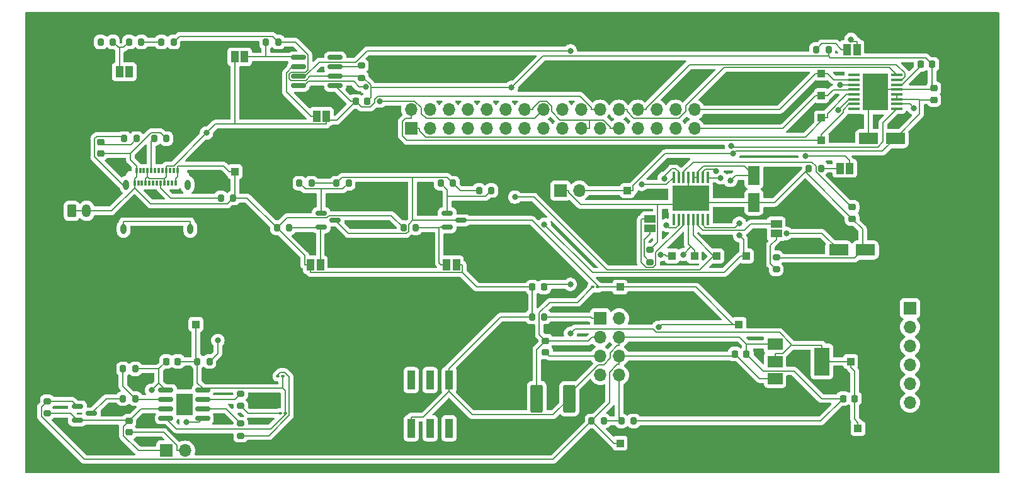
<source format=gbr>
%TF.GenerationSoftware,KiCad,Pcbnew,(7.0.0)*%
%TF.CreationDate,2025-04-15T21:28:57+02:00*%
%TF.ProjectId,PowerSchematic,506f7765-7253-4636-9865-6d617469632e,rev?*%
%TF.SameCoordinates,Original*%
%TF.FileFunction,Copper,L1,Top*%
%TF.FilePolarity,Positive*%
%FSLAX46Y46*%
G04 Gerber Fmt 4.6, Leading zero omitted, Abs format (unit mm)*
G04 Created by KiCad (PCBNEW (7.0.0)) date 2025-04-15 21:28:57*
%MOMM*%
%LPD*%
G01*
G04 APERTURE LIST*
G04 Aperture macros list*
%AMRoundRect*
0 Rectangle with rounded corners*
0 $1 Rounding radius*
0 $2 $3 $4 $5 $6 $7 $8 $9 X,Y pos of 4 corners*
0 Add a 4 corners polygon primitive as box body*
4,1,4,$2,$3,$4,$5,$6,$7,$8,$9,$2,$3,0*
0 Add four circle primitives for the rounded corners*
1,1,$1+$1,$2,$3*
1,1,$1+$1,$4,$5*
1,1,$1+$1,$6,$7*
1,1,$1+$1,$8,$9*
0 Add four rect primitives between the rounded corners*
20,1,$1+$1,$2,$3,$4,$5,0*
20,1,$1+$1,$4,$5,$6,$7,0*
20,1,$1+$1,$6,$7,$8,$9,0*
20,1,$1+$1,$8,$9,$2,$3,0*%
G04 Aperture macros list end*
%TA.AperFunction,SMDPad,CuDef*%
%ADD10R,1.000000X1.000000*%
%TD*%
%TA.AperFunction,SMDPad,CuDef*%
%ADD11RoundRect,0.200000X-0.275000X0.200000X-0.275000X-0.200000X0.275000X-0.200000X0.275000X0.200000X0*%
%TD*%
%TA.AperFunction,ComponentPad*%
%ADD12C,0.500000*%
%TD*%
%TA.AperFunction,SMDPad,CuDef*%
%ADD13R,3.400000X5.000000*%
%TD*%
%TA.AperFunction,SMDPad,CuDef*%
%ADD14RoundRect,0.100000X-0.687500X-0.100000X0.687500X-0.100000X0.687500X0.100000X-0.687500X0.100000X0*%
%TD*%
%TA.AperFunction,SMDPad,CuDef*%
%ADD15RoundRect,0.200000X-0.200000X-0.275000X0.200000X-0.275000X0.200000X0.275000X-0.200000X0.275000X0*%
%TD*%
%TA.AperFunction,SMDPad,CuDef*%
%ADD16RoundRect,0.225000X0.250000X-0.225000X0.250000X0.225000X-0.250000X0.225000X-0.250000X-0.225000X0*%
%TD*%
%TA.AperFunction,SMDPad,CuDef*%
%ADD17R,5.000000X3.400000*%
%TD*%
%TA.AperFunction,SMDPad,CuDef*%
%ADD18RoundRect,0.100000X0.100000X-0.687500X0.100000X0.687500X-0.100000X0.687500X-0.100000X-0.687500X0*%
%TD*%
%TA.AperFunction,SMDPad,CuDef*%
%ADD19RoundRect,0.225000X-0.250000X0.225000X-0.250000X-0.225000X0.250000X-0.225000X0.250000X0.225000X0*%
%TD*%
%TA.AperFunction,SMDPad,CuDef*%
%ADD20R,1.000000X2.500000*%
%TD*%
%TA.AperFunction,SMDPad,CuDef*%
%ADD21RoundRect,0.200000X0.275000X-0.200000X0.275000X0.200000X-0.275000X0.200000X-0.275000X-0.200000X0*%
%TD*%
%TA.AperFunction,ComponentPad*%
%ADD22R,1.700000X1.700000*%
%TD*%
%TA.AperFunction,ComponentPad*%
%ADD23O,1.700000X1.700000*%
%TD*%
%TA.AperFunction,SMDPad,CuDef*%
%ADD24RoundRect,0.225000X-0.225000X-0.250000X0.225000X-0.250000X0.225000X0.250000X-0.225000X0.250000X0*%
%TD*%
%TA.AperFunction,SMDPad,CuDef*%
%ADD25RoundRect,0.200000X0.200000X0.275000X-0.200000X0.275000X-0.200000X-0.275000X0.200000X-0.275000X0*%
%TD*%
%TA.AperFunction,SMDPad,CuDef*%
%ADD26R,1.000000X1.500000*%
%TD*%
%TA.AperFunction,SMDPad,CuDef*%
%ADD27RoundRect,0.100000X-0.130000X-0.100000X0.130000X-0.100000X0.130000X0.100000X-0.130000X0.100000X0*%
%TD*%
%TA.AperFunction,SMDPad,CuDef*%
%ADD28R,1.500000X1.000000*%
%TD*%
%TA.AperFunction,SMDPad,CuDef*%
%ADD29RoundRect,0.150000X-0.825000X-0.150000X0.825000X-0.150000X0.825000X0.150000X-0.825000X0.150000X0*%
%TD*%
%TA.AperFunction,SMDPad,CuDef*%
%ADD30RoundRect,0.225000X0.225000X0.250000X-0.225000X0.250000X-0.225000X-0.250000X0.225000X-0.250000X0*%
%TD*%
%TA.AperFunction,SMDPad,CuDef*%
%ADD31RoundRect,0.250000X-0.587500X-1.625000X0.587500X-1.625000X0.587500X1.625000X-0.587500X1.625000X0*%
%TD*%
%TA.AperFunction,ComponentPad*%
%ADD32O,1.200000X1.750000*%
%TD*%
%TA.AperFunction,ComponentPad*%
%ADD33RoundRect,0.250000X-0.350000X-0.625000X0.350000X-0.625000X0.350000X0.625000X-0.350000X0.625000X0*%
%TD*%
%TA.AperFunction,SMDPad,CuDef*%
%ADD34RoundRect,0.150000X-0.587500X-0.150000X0.587500X-0.150000X0.587500X0.150000X-0.587500X0.150000X0*%
%TD*%
%TA.AperFunction,SMDPad,CuDef*%
%ADD35R,2.000000X1.500000*%
%TD*%
%TA.AperFunction,SMDPad,CuDef*%
%ADD36R,2.000000X3.800000*%
%TD*%
%TA.AperFunction,SMDPad,CuDef*%
%ADD37RoundRect,0.250000X1.050000X0.550000X-1.050000X0.550000X-1.050000X-0.550000X1.050000X-0.550000X0*%
%TD*%
%TA.AperFunction,SMDPad,CuDef*%
%ADD38RoundRect,0.250000X-1.050000X-0.550000X1.050000X-0.550000X1.050000X0.550000X-1.050000X0.550000X0*%
%TD*%
%TA.AperFunction,ComponentPad*%
%ADD39O,0.800000X1.400000*%
%TD*%
%TA.AperFunction,SMDPad,CuDef*%
%ADD40R,0.300000X0.700000*%
%TD*%
%TA.AperFunction,SMDPad,CuDef*%
%ADD41R,2.290000X3.000000*%
%TD*%
%TA.AperFunction,SMDPad,CuDef*%
%ADD42RoundRect,0.250000X-0.550000X1.050000X-0.550000X-1.050000X0.550000X-1.050000X0.550000X1.050000X0*%
%TD*%
%TA.AperFunction,SMDPad,CuDef*%
%ADD43RoundRect,0.100000X0.130000X0.100000X-0.130000X0.100000X-0.130000X-0.100000X0.130000X-0.100000X0*%
%TD*%
%TA.AperFunction,ViaPad*%
%ADD44C,0.800000*%
%TD*%
%TA.AperFunction,Conductor*%
%ADD45C,0.150000*%
%TD*%
G04 APERTURE END LIST*
D10*
%TO.P,TP6,1,1*%
%TO.N,Motor4_B*%
X172999999Y-82799999D03*
%TD*%
D11*
%TO.P,R22,1,1*%
%TO.N,Net-(U6-IN-)*%
X125225000Y-57175000D03*
%TO.P,R22,2,2*%
%TO.N,Battery *%
X125225000Y-58825000D03*
%TD*%
D12*
%TO.P,U5,17,GND(PPAD)*%
%TO.N,Battery *%
X195087500Y-62225000D03*
X195087500Y-60725000D03*
X195087500Y-59225000D03*
D13*
X194337499Y-60724999D03*
D12*
X193587500Y-62225000D03*
X193587500Y-60725000D03*
X193587500Y-59225000D03*
D14*
%TO.P,U5,16,AIN1*%
%TO.N,PC6*%
X197200000Y-58450000D03*
%TO.P,U5,15,AIN2*%
%TO.N,PC7*%
X197200000Y-59100000D03*
%TO.P,U5,14,VINT*%
%TO.N,Net-(U5-VINT)*%
X197200000Y-59750000D03*
%TO.P,U5,13,GND*%
%TO.N,Battery *%
X197200000Y-60400000D03*
%TO.P,U5,12,VM*%
%TO.N,VM*%
X197200000Y-61050000D03*
%TO.P,U5,11,VCP*%
X197200000Y-61700000D03*
%TO.P,U5,10,BIN2*%
%TO.N,PC9*%
X197200000Y-62350000D03*
%TO.P,U5,9,BIN1*%
%TO.N,PC8*%
X197200000Y-63000000D03*
%TO.P,U5,8,nFAULT*%
%TO.N,unconnected-(U5-nFAULT-Pad8)*%
X191475000Y-63000000D03*
%TO.P,U5,7,BOUT1*%
%TO.N,Motor2_A*%
X191475000Y-62350000D03*
%TO.P,U5,6,BISEN*%
%TO.N,Net-(JP5-B)*%
X191475000Y-61700000D03*
%TO.P,U5,5,BOUT2*%
%TO.N,Motor2_B*%
X191475000Y-61050000D03*
%TO.P,U5,4,AOUT2*%
%TO.N,Motor1_B*%
X191475000Y-60400000D03*
%TO.P,U5,3,AISEN*%
%TO.N,Net-(JP4-B)*%
X191475000Y-59750000D03*
%TO.P,U5,2,AOUT1*%
%TO.N,Motor1_A*%
X191475000Y-59100000D03*
%TO.P,U5,1,nSLEEP*%
%TO.N,unconnected-(U5-nSLEEP-Pad1)*%
X191475000Y-58450000D03*
%TD*%
D15*
%TO.P,R27,1*%
%TO.N,Battery *%
X113875000Y-79000000D03*
%TO.P,R27,2*%
%TO.N,Net-(JP9-B)*%
X115525000Y-79000000D03*
%TD*%
D16*
%TO.P,C13,2*%
%TO.N,Battery *%
X202200000Y-60225000D03*
%TO.P,C13,1*%
%TO.N,VM*%
X202200000Y-61775000D03*
%TD*%
D10*
%TO.P,TP2,1,1*%
%TO.N,Motor1_A*%
X187087499Y-58224999D03*
%TD*%
D12*
%TO.P,U1,17,GND(PPAD)*%
%TO.N,Battery *%
X171000000Y-74300000D03*
X169500000Y-74300000D03*
X168000000Y-74300000D03*
D17*
X169499999Y-75049999D03*
D12*
X171000000Y-75800000D03*
X169500000Y-75800000D03*
X168000000Y-75800000D03*
D18*
%TO.P,U1,16,AIN1*%
%TO.N,PC6*%
X167225000Y-72187500D03*
%TO.P,U1,15,AIN2*%
%TO.N,PC7*%
X167875000Y-72187500D03*
%TO.P,U1,14,VINT*%
%TO.N,Net-(U1-VINT)*%
X168525000Y-72187500D03*
%TO.P,U1,13,GND*%
%TO.N,Battery *%
X169175000Y-72187500D03*
%TO.P,U1,12,VM*%
%TO.N,VM*%
X169825000Y-72187500D03*
%TO.P,U1,11,VCP*%
X170475000Y-72187500D03*
%TO.P,U1,10,BIN2*%
%TO.N,PC9*%
X171125000Y-72187500D03*
%TO.P,U1,9,BIN1*%
%TO.N,PC8*%
X171775000Y-72187500D03*
%TO.P,U1,8,nFAULT*%
%TO.N,unconnected-(U1-nFAULT-Pad8)*%
X171775000Y-77912500D03*
%TO.P,U1,7,BOUT1*%
%TO.N,Motor4_A*%
X171125000Y-77912500D03*
%TO.P,U1,6,BISEN*%
%TO.N,Net-(JP1-B)*%
X170475000Y-77912500D03*
%TO.P,U1,5,BOUT2*%
%TO.N,Motor4_B*%
X169825000Y-77912500D03*
%TO.P,U1,4,AOUT2*%
%TO.N,Motor3_B*%
X169175000Y-77912500D03*
%TO.P,U1,3,AISEN*%
%TO.N,Net-(JP3-B)*%
X168525000Y-77912500D03*
%TO.P,U1,2,AOUT1*%
%TO.N,Motor3_A*%
X167875000Y-77912500D03*
%TO.P,U1,1,nSLEEP*%
%TO.N,unconnected-(U1-nSLEEP-Pad1)*%
X167225000Y-77912500D03*
%TD*%
D19*
%TO.P,C9,1*%
%TO.N,Net-(D9-K)*%
X150000000Y-94225000D03*
%TO.P,C9,2*%
%TO.N,Net-(U4-BST)*%
X150000000Y-95775000D03*
%TD*%
D20*
%TO.P,SW1,1,1*%
%TO.N,Battery *%
X136999999Y-99499999D03*
%TO.P,SW1,2,2*%
X131919999Y-105999999D03*
%TO.P,SW1,4*%
%TO.N,N/C*%
X131919999Y-99499999D03*
%TO.P,SW1,8*%
X136999999Y-105999999D03*
%TO.P,SW1,C*%
X134459999Y-99499999D03*
X134459999Y-105999999D03*
%TD*%
D15*
%TO.P,R9,1*%
%TO.N,Net-(R2-Pad2)*%
X98350000Y-54000000D03*
%TO.P,R9,2*%
%TO.N,Battery *%
X100000000Y-54000000D03*
%TD*%
D10*
%TO.P,TP12,1,1*%
%TO.N,5V*%
X175999999Y-91999999D03*
%TD*%
D21*
%TO.P,R7,2*%
%TO.N,Battery *%
X164000000Y-81975000D03*
%TO.P,R7,1*%
%TO.N,Net-(JP3-A)*%
X164000000Y-83625000D03*
%TD*%
D22*
%TO.P,J7,1,Pin_1*%
%TO.N,Battery *%
X98999999Y-108999999D03*
D23*
%TO.P,J7,2,Pin_2*%
%TO.N,Net-(J7-Pin_2)*%
X101539999Y-108999999D03*
%TD*%
D10*
%TO.P,TP17,1,1*%
%TO.N,5V*%
X159999999Y-86999999D03*
%TD*%
D24*
%TO.P,C7,1*%
%TO.N,5V*%
X175450000Y-96000000D03*
%TO.P,C7,2*%
%TO.N,Battery *%
X177000000Y-96000000D03*
%TD*%
D25*
%TO.P,R15,1*%
%TO.N,Net-(U4-AAM)*%
X149825000Y-91000000D03*
%TO.P,R15,2*%
%TO.N,Battery *%
X148175000Y-91000000D03*
%TD*%
D26*
%TO.P,JP4,2,B*%
%TO.N,Net-(JP4-B)*%
X191849999Y-54999999D03*
%TO.P,JP4,1,A*%
%TO.N,Net-(JP4-A)*%
X190549999Y-54999999D03*
%TD*%
D10*
%TO.P,TP1,1,1*%
%TO.N,Motor3_A*%
X166999999Y-82799999D03*
%TD*%
D15*
%TO.P,R25,1*%
%TO.N,5V*%
X121875000Y-73000000D03*
%TO.P,R25,2*%
%TO.N,Net-(Q2-G)*%
X123525000Y-73000000D03*
%TD*%
D10*
%TO.P,TP13,1,1*%
%TO.N,3V3*%
X191999999Y-105999999D03*
%TD*%
D15*
%TO.P,R3,1*%
%TO.N,Net-(U2-PROG)*%
X93175000Y-98000000D03*
%TO.P,R3,2*%
%TO.N,Battery *%
X94825000Y-98000000D03*
%TD*%
D10*
%TO.P,TP8,1,1*%
%TO.N,Net-(GREEN1-A)*%
X102999999Y-91999999D03*
%TD*%
D16*
%TO.P,C4,1*%
%TO.N,Net-(J7-Pin_2)*%
X94000000Y-106550000D03*
%TO.P,C4,2*%
%TO.N,Battery *%
X94000000Y-105000000D03*
%TD*%
D15*
%TO.P,R18,2*%
%TO.N,Battery *%
X188025000Y-55000000D03*
%TO.P,R18,1*%
%TO.N,Net-(JP4-A)*%
X186375000Y-55000000D03*
%TD*%
D27*
%TO.P,RED1,1,K*%
%TO.N,Net-(RED1-K)*%
X114335000Y-104000000D03*
%TO.P,RED1,2,A*%
%TO.N,Net-(GREEN1-A)*%
X114975000Y-104000000D03*
%TD*%
D15*
%TO.P,R12,2*%
%TO.N,Net-(C1-Pad1)*%
X95000000Y-67000000D03*
%TO.P,R12,1*%
%TO.N,Net-(J1-SHIELD)*%
X93350000Y-67000000D03*
%TD*%
D26*
%TO.P,JP8,1,A*%
%TO.N,Battery *%
X137999999Y-83999999D03*
%TO.P,JP8,2,B*%
%TO.N,Net-(JP8-B)*%
X136699999Y-83999999D03*
%TD*%
D22*
%TO.P,J3,1,Pin_1*%
%TO.N,Battery *%
X151999999Y-73999999D03*
D23*
%TO.P,J3,2,Pin_2*%
%TO.N,VM*%
X154539999Y-73999999D03*
%TD*%
D28*
%TO.P,JP3,2,B*%
%TO.N,Net-(JP3-B)*%
X163999999Y-77799999D03*
%TO.P,JP3,1,A*%
%TO.N,Net-(JP3-A)*%
X163999999Y-79099999D03*
%TD*%
D10*
%TO.P,TP3,1,1*%
%TO.N,Motor3_B*%
X169999999Y-82799999D03*
%TD*%
%TO.P,TP11,1,1*%
%TO.N,Motor2_B*%
X187087499Y-64224999D03*
%TD*%
D26*
%TO.P,JP5,2,B*%
%TO.N,Net-(JP5-B)*%
X190849999Y-70999999D03*
%TO.P,JP5,1,A*%
%TO.N,Net-(JP5-A)*%
X189549999Y-70999999D03*
%TD*%
D19*
%TO.P,C1,2*%
%TO.N,Battery *%
X90175000Y-69000000D03*
%TO.P,C1,1*%
%TO.N,Net-(C1-Pad1)*%
X90175000Y-67450000D03*
%TD*%
D10*
%TO.P,TP14,1,1*%
%TO.N,3V3*%
X190999999Y-96999999D03*
%TD*%
D29*
%TO.P,U6,1,A1*%
%TO.N,Net-(JP7-B)*%
X116750000Y-56095000D03*
%TO.P,U6,2,A0*%
%TO.N,Net-(JP6-B)*%
X116750000Y-57365000D03*
%TO.P,U6,3,SDA*%
%TO.N,PB9*%
X116750000Y-58635000D03*
%TO.P,U6,4,SCL*%
%TO.N,PB8*%
X116750000Y-59905000D03*
%TO.P,U6,5,VS*%
%TO.N,9V*%
X121700000Y-59905000D03*
%TO.P,U6,6,GND*%
%TO.N,Battery *%
X121700000Y-58635000D03*
%TO.P,U6,7,IN-*%
%TO.N,Net-(U6-IN-)*%
X121700000Y-57365000D03*
%TO.P,U6,8,IN+*%
%TO.N,Net-(U6-IN+)*%
X121700000Y-56095000D03*
%TD*%
D19*
%TO.P,C2,2*%
%TO.N,Battery *%
X191200000Y-77775000D03*
%TO.P,C2,1*%
%TO.N,Net-(U1-VINT)*%
X191200000Y-76225000D03*
%TD*%
D25*
%TO.P,R19,2*%
%TO.N,Battery *%
X185375000Y-71000000D03*
%TO.P,R19,1*%
%TO.N,Net-(JP5-A)*%
X187025000Y-71000000D03*
%TD*%
D22*
%TO.P,J5,1,1*%
%TO.N,unconnected-(J5-Pad1)*%
X198999999Y-89839999D03*
D23*
%TO.P,J5,2,2*%
%TO.N,unconnected-(J5-Pad2)*%
X198999999Y-92379999D03*
%TO.P,J5,3,3*%
%TO.N,unconnected-(J5-Pad3)*%
X198999999Y-94919999D03*
%TO.P,J5,4,4*%
%TO.N,unconnected-(J5-Pad4)*%
X198999999Y-97459999D03*
%TO.P,J5,5,5*%
%TO.N,unconnected-(J5-Pad5)*%
X198999999Y-99999999D03*
%TO.P,J5,6,6*%
%TO.N,unconnected-(J5-Pad6)*%
X198999999Y-102539999D03*
%TD*%
D30*
%TO.P,C8,2*%
%TO.N,Battery *%
X190000000Y-102000000D03*
%TO.P,C8,1*%
%TO.N,3V3*%
X191550000Y-102000000D03*
%TD*%
D24*
%TO.P,C14,1*%
%TO.N,9V*%
X124450000Y-62000000D03*
%TO.P,C14,2*%
%TO.N,Battery *%
X126000000Y-62000000D03*
%TD*%
D11*
%TO.P,R5,1*%
%TO.N,Net-(U2-~{CHRG})*%
X109000000Y-101350000D03*
%TO.P,R5,2*%
%TO.N,Net-(RED1-K)*%
X109000000Y-103000000D03*
%TD*%
D26*
%TO.P,JP9,1,A*%
%TO.N,Battery *%
X118399999Y-83999999D03*
%TO.P,JP9,2,B*%
%TO.N,Net-(JP9-B)*%
X119699999Y-83999999D03*
%TD*%
D30*
%TO.P,C3,1*%
%TO.N,Net-(GREEN1-A)*%
X100550000Y-97000000D03*
%TO.P,C3,2*%
%TO.N,Battery *%
X99000000Y-97000000D03*
%TD*%
D15*
%TO.P,R24,1*%
%TO.N,Battery *%
X130875000Y-79000000D03*
%TO.P,R24,2*%
%TO.N,Net-(JP8-B)*%
X132525000Y-79000000D03*
%TD*%
%TO.P,R26,1*%
%TO.N,Net-(Q2-G)*%
X116875000Y-73000000D03*
%TO.P,R26,2*%
%TO.N,5V*%
X118525000Y-73000000D03*
%TD*%
D31*
%TO.P,D9,1,K*%
%TO.N,Net-(D9-K)*%
X148812500Y-102000000D03*
%TO.P,D9,2,A*%
%TO.N,Battery *%
X153187500Y-102000000D03*
%TD*%
D32*
%TO.P,J2,2,Pin_2*%
%TO.N,Battery *%
X88284999Y-76719999D03*
D33*
%TO.P,J2,1,Pin_1*%
X86285000Y-76720000D03*
%TD*%
D11*
%TO.P,R6,1*%
%TO.N,Net-(U2-~{STDBY})*%
X109000000Y-105350000D03*
%TO.P,R6,2*%
%TO.N,Net-(GREEN1-K)*%
X109000000Y-107000000D03*
%TD*%
D15*
%TO.P,R20,1*%
%TO.N,Net-(Q1-D)*%
X93175000Y-102000000D03*
%TO.P,R20,2*%
%TO.N,Net-(U2-PROG)*%
X94825000Y-102000000D03*
%TD*%
D26*
%TO.P,JP7,1,A*%
%TO.N,9V*%
X108224999Y-55999999D03*
%TO.P,JP7,2,B*%
%TO.N,Net-(JP7-B)*%
X109524999Y-55999999D03*
%TD*%
D15*
%TO.P,R4,1*%
%TO.N,Net-(GREEN1-A)*%
X103175000Y-97000000D03*
%TO.P,R4,2*%
%TO.N,9V*%
X104825000Y-97000000D03*
%TD*%
%TO.P,R11,1*%
%TO.N,Net-(U4-FB)*%
X160175000Y-105000000D03*
%TO.P,R11,2*%
%TO.N,Battery *%
X161825000Y-105000000D03*
%TD*%
%TO.P,R2,1*%
%TO.N,Net-(JP2-A)*%
X94000000Y-54000000D03*
%TO.P,R2,2*%
%TO.N,Net-(R2-Pad2)*%
X95650000Y-54000000D03*
%TD*%
D22*
%TO.P,J4,1,Pin_1*%
%TO.N,Motor2_B*%
X131899999Y-65649999D03*
D23*
%TO.P,J4,2,Pin_2*%
%TO.N,Motor2_A*%
X131899999Y-63109999D03*
%TO.P,J4,3,Pin_3*%
%TO.N,Motor4_A*%
X134439999Y-65649999D03*
%TO.P,J4,4,Pin_4*%
%TO.N,PD12*%
X134439999Y-63109999D03*
%TO.P,J4,5,Pin_5*%
%TO.N,Motor4_B*%
X136979999Y-65649999D03*
%TO.P,J4,6,Pin_6*%
%TO.N,PD13*%
X136979999Y-63109999D03*
%TO.P,J4,7,Pin_7*%
%TO.N,PD2*%
X139519999Y-65649999D03*
%TO.P,J4,8,Pin_8*%
%TO.N,PD14*%
X139519999Y-63109999D03*
%TO.P,J4,9,Pin_9*%
%TO.N,PD6*%
X142059999Y-65649999D03*
%TO.P,J4,10,Pin_10*%
%TO.N,PD15*%
X142059999Y-63109999D03*
%TO.P,J4,11,Pin_11*%
%TO.N,EXT_LOAD2_OUT*%
X144599999Y-65649999D03*
%TO.P,J4,12,Pin_12*%
%TO.N,PD5*%
X144599999Y-63109999D03*
%TO.P,J4,13,Pin_13*%
%TO.N,PB4*%
X147139999Y-65649999D03*
%TO.P,J4,14,Pin_14*%
%TO.N,Battery *%
X147139999Y-63109999D03*
%TO.P,J4,15,Pin_15*%
%TO.N,PD7*%
X149679999Y-65649999D03*
%TO.P,J4,16,Pin_16*%
%TO.N,PB8*%
X149679999Y-63109999D03*
%TO.P,J4,17,Pin_17*%
%TO.N,PB9*%
X152219999Y-65649999D03*
%TO.P,J4,18,Pin_18*%
%TO.N,3V3*%
X152219999Y-63109999D03*
%TO.P,J4,19,Pin_19*%
%TO.N,Battery *%
X154759999Y-65649999D03*
%TO.P,J4,20,Pin_20*%
%TO.N,5V *%
X154759999Y-63109999D03*
%TO.P,J4,21,Pin_21*%
%TO.N,EXT_LOAD1_OUT *%
X157299999Y-65649999D03*
%TO.P,J4,22,Pin_22*%
%TO.N,9V*%
X157299999Y-63109999D03*
%TO.P,J4,23,Pin_23*%
%TO.N,Battery *%
X159839999Y-65649999D03*
%TO.P,J4,24,Pin_24*%
%TO.N,PC6*%
X159839999Y-63109999D03*
%TO.P,J4,25,Pin_25*%
%TO.N,PD11*%
X162379999Y-65649999D03*
%TO.P,J4,26,Pin_26*%
%TO.N,PC7*%
X162379999Y-63109999D03*
%TO.P,J4,27,Pin_27*%
%TO.N,Motor3_A*%
X164919999Y-65649999D03*
%TO.P,J4,28,Pin_28*%
%TO.N,PC8*%
X164919999Y-63109999D03*
%TO.P,J4,29,Pin_29*%
%TO.N,Motor3_B*%
X167459999Y-65649999D03*
%TO.P,J4,30,Pin_30*%
%TO.N,PC9*%
X167459999Y-63109999D03*
%TO.P,J4,31,Pin_31*%
%TO.N,Motor1_B*%
X169999999Y-65649999D03*
%TO.P,J4,32,Pin_32*%
%TO.N,Motor1_A*%
X169999999Y-63109999D03*
%TD*%
D34*
%TO.P,Q1,1,G*%
%TO.N,5V*%
X87062500Y-103050000D03*
%TO.P,Q1,2,S*%
%TO.N,Battery *%
X87062500Y-104950000D03*
%TO.P,Q1,3,D*%
%TO.N,Net-(Q1-D)*%
X88937500Y-104000000D03*
%TD*%
D27*
%TO.P,GREEN1,1,K*%
%TO.N,Net-(GREEN1-K)*%
X114025000Y-99000000D03*
%TO.P,GREEN1,2,A*%
%TO.N,Net-(GREEN1-A)*%
X114665000Y-99000000D03*
%TD*%
D34*
%TO.P,Q3,1,G*%
%TO.N,Net-(Q3-G)*%
X136762500Y-77050000D03*
%TO.P,Q3,2,S*%
%TO.N,Net-(JP8-B)*%
X136762500Y-78950000D03*
%TO.P,Q3,3,D*%
%TO.N,5V*%
X138637500Y-78000000D03*
%TD*%
D35*
%TO.P,U3,1,ADJ*%
%TO.N,Battery *%
X180849999Y-94699999D03*
%TO.P,U3,2,VO*%
%TO.N,3V3*%
X180849999Y-96999999D03*
D36*
X187149999Y-96999999D03*
D35*
%TO.P,U3,3,VI*%
%TO.N,5V*%
X180849999Y-99299999D03*
%TD*%
D37*
%TO.P,C11,2*%
%TO.N,Battery *%
X193400000Y-67000000D03*
%TO.P,C11,1*%
%TO.N,VM*%
X197000000Y-67000000D03*
%TD*%
D15*
%TO.P,R23,1*%
%TO.N,5V*%
X141050000Y-74000000D03*
%TO.P,R23,2*%
%TO.N,Net-(Q3-G)*%
X142700000Y-74000000D03*
%TD*%
D26*
%TO.P,JP2,1,A*%
%TO.N,Net-(JP2-A)*%
X92699999Y-57999999D03*
%TO.P,JP2,2,B*%
%TO.N,BATT_ADC*%
X93999999Y-57999999D03*
%TD*%
D22*
%TO.P,U4,1,AAM*%
%TO.N,Net-(U4-AAM)*%
X157349999Y-91199999D03*
D23*
%TO.P,U4,2,IN*%
%TO.N,9V*%
X159889999Y-91199999D03*
%TO.P,U4,3,SW*%
%TO.N,Net-(D9-K)*%
X157349999Y-93739999D03*
%TO.P,U4,4,GND*%
%TO.N,Battery *%
X159889999Y-93739999D03*
%TO.P,U4,5,BST*%
%TO.N,Net-(U4-BST)*%
X157349999Y-96279999D03*
%TO.P,U4,6,EN/SYNC*%
%TO.N,5V*%
X159889999Y-96279999D03*
%TO.P,U4,7,VCC*%
%TO.N,Net-(U4-VCC)*%
X157349999Y-98819999D03*
%TO.P,U4,8,FB*%
%TO.N,Net-(U4-FB)*%
X159889999Y-98819999D03*
%TD*%
D11*
%TO.P,R21,1*%
%TO.N,5V*%
X83000000Y-102350000D03*
%TO.P,R21,2*%
%TO.N,Battery *%
X83000000Y-104000000D03*
%TD*%
D10*
%TO.P,TP5,1,1*%
%TO.N,Battery *%
X108224999Y-71449999D03*
%TD*%
%TO.P,TP16,1,1*%
%TO.N,5V*%
X159999999Y-107999999D03*
%TD*%
D30*
%TO.P,C10,1*%
%TO.N,Net-(U4-VCC)*%
X149775000Y-87000000D03*
%TO.P,C10,2*%
%TO.N,Battery *%
X148225000Y-87000000D03*
%TD*%
D38*
%TO.P,C5,1*%
%TO.N,VM*%
X189400000Y-82000000D03*
%TO.P,C5,2*%
%TO.N,Battery *%
X193000000Y-82000000D03*
%TD*%
D24*
%TO.P,C12,2*%
%TO.N,Battery *%
X201975000Y-57000000D03*
%TO.P,C12,1*%
%TO.N,Net-(U5-VINT)*%
X200425000Y-57000000D03*
%TD*%
D10*
%TO.P,TP7,1,1*%
%TO.N,VM*%
X160999999Y-73999999D03*
%TD*%
D15*
%TO.P,R17,1*%
%TO.N,Net-(Q3-G)*%
X135875000Y-73000000D03*
%TO.P,R17,2*%
%TO.N,5V*%
X137525000Y-73000000D03*
%TD*%
D10*
%TO.P,TP9,1,1*%
%TO.N,Motor1_B*%
X187087499Y-61224999D03*
%TD*%
D28*
%TO.P,JP1,2,B*%
%TO.N,Net-(JP1-B)*%
X180999999Y-78499999D03*
%TO.P,JP1,1,A*%
%TO.N,Net-(JP1-A)*%
X180999999Y-79799999D03*
%TD*%
D39*
%TO.P,J1,S1,SHIELD*%
%TO.N,Net-(J1-SHIELD)*%
X102224999Y-79159999D03*
X101864999Y-73209999D03*
X93604999Y-73209999D03*
X93244999Y-79159999D03*
D40*
%TO.P,J1,B12,GND*%
%TO.N,Battery *%
X94734999Y-72999999D03*
%TO.P,J1,B11,RX1+*%
%TO.N,unconnected-(J1-RX1+-PadB11)*%
X95234999Y-72999999D03*
%TO.P,J1,B10,RX1-*%
%TO.N,unconnected-(J1-RX1--PadB10)*%
X95734999Y-72999999D03*
%TO.P,J1,B9,VBUS*%
%TO.N,9V*%
X96234999Y-72999999D03*
%TO.P,J1,B8,SBU2*%
%TO.N,unconnected-(J1-SBU2-PadB8)*%
X96734999Y-72999999D03*
%TO.P,J1,B7,D-*%
%TO.N,unconnected-(J1-D--PadB7)*%
X97234999Y-72999999D03*
%TO.P,J1,B6,D+*%
%TO.N,unconnected-(J1-D+-PadB6)*%
X97734999Y-72999999D03*
%TO.P,J1,B5,CC2*%
%TO.N,Net-(J1-CC2)*%
X98234999Y-72999999D03*
%TO.P,J1,B4,VBUS*%
%TO.N,9V*%
X98734999Y-72999999D03*
%TO.P,J1,B3,TX2-*%
%TO.N,unconnected-(J1-TX2--PadB3)*%
X99234999Y-72999999D03*
%TO.P,J1,B2,TX2+*%
%TO.N,unconnected-(J1-TX2+-PadB2)*%
X99734999Y-72999999D03*
%TO.P,J1,B1,GND*%
%TO.N,Battery *%
X100234999Y-72999999D03*
%TO.P,J1,A12,GND*%
X100484999Y-71299999D03*
%TO.P,J1,A11,RX2+*%
%TO.N,unconnected-(J1-RX2+-PadA11)*%
X99984999Y-71299999D03*
%TO.P,J1,A10,RX2-*%
%TO.N,unconnected-(J1-RX2--PadA10)*%
X99484999Y-71299999D03*
%TO.P,J1,A9,VBUS*%
%TO.N,9V*%
X98984999Y-71299999D03*
%TO.P,J1,A8,SBU1*%
%TO.N,unconnected-(J1-SBU1-PadA8)*%
X98484999Y-71299999D03*
%TO.P,J1,A7,D-*%
%TO.N,unconnected-(J1-D--PadA7)*%
X97984999Y-71299999D03*
%TO.P,J1,A6,D+*%
%TO.N,unconnected-(J1-D+-PadA6)*%
X97484999Y-71299999D03*
%TO.P,J1,A5,CC1*%
%TO.N,Net-(J1-CC1)*%
X96984999Y-71299999D03*
%TO.P,J1,A4,VBUS*%
%TO.N,9V*%
X96484999Y-71299999D03*
%TO.P,J1,A3,TX1-*%
%TO.N,unconnected-(J1-TX1--PadA3)*%
X95984999Y-71299999D03*
%TO.P,J1,A2,TX1+*%
%TO.N,unconnected-(J1-TX1+-PadA2)*%
X95484999Y-71299999D03*
%TO.P,J1,A1,GND*%
%TO.N,Battery *%
X94984999Y-71299999D03*
%TD*%
D15*
%TO.P,R13,2*%
%TO.N,Battery *%
X99000000Y-67000000D03*
%TO.P,R13,1*%
%TO.N,Net-(J1-CC1)*%
X97350000Y-67000000D03*
%TD*%
D29*
%TO.P,U2,1,TEMP*%
%TO.N,Battery *%
X98955000Y-100845000D03*
%TO.P,U2,2,PROG*%
%TO.N,Net-(U2-PROG)*%
X98955000Y-102115000D03*
%TO.P,U2,3,GND*%
%TO.N,Battery *%
X98955000Y-103385000D03*
%TO.P,U2,4,VCC*%
%TO.N,Net-(GREEN1-A)*%
X98955000Y-104655000D03*
%TO.P,U2,5,BAT*%
%TO.N,Net-(J7-Pin_2)*%
X103905000Y-104655000D03*
%TO.P,U2,6,~{STDBY}*%
%TO.N,Net-(U2-~{STDBY})*%
X103905000Y-103385000D03*
%TO.P,U2,7,~{CHRG}*%
%TO.N,Net-(U2-~{CHRG})*%
X103905000Y-102115000D03*
%TO.P,U2,8,CE*%
%TO.N,Net-(GREEN1-A)*%
X103905000Y-100845000D03*
D41*
%TO.P,U2,9,PP*%
%TO.N,unconnected-(U2-PP-Pad9)*%
X101429999Y-102749999D03*
%TD*%
D26*
%TO.P,JP6,1,A*%
%TO.N,9V*%
X120524999Y-63999999D03*
%TO.P,JP6,2,B*%
%TO.N,Net-(JP6-B)*%
X119224999Y-63999999D03*
%TD*%
D15*
%TO.P,R16,1*%
%TO.N,Net-(JP7-B)*%
X112400000Y-54000000D03*
%TO.P,R16,2*%
%TO.N,Battery *%
X114050000Y-54000000D03*
%TD*%
D42*
%TO.P,C6,2*%
%TO.N,Battery *%
X178000000Y-75600000D03*
%TO.P,C6,1*%
%TO.N,VM*%
X178000000Y-72000000D03*
%TD*%
D15*
%TO.P,R14,2*%
%TO.N,Battery *%
X108000000Y-75000000D03*
%TO.P,R14,1*%
%TO.N,Net-(J1-CC2)*%
X106350000Y-75000000D03*
%TD*%
D34*
%TO.P,Q2,1,G*%
%TO.N,Net-(Q2-G)*%
X119825000Y-77050000D03*
%TO.P,Q2,2,S*%
%TO.N,Net-(JP9-B)*%
X119825000Y-78950000D03*
%TO.P,Q2,3,D*%
%TO.N,5V*%
X121700000Y-78000000D03*
%TD*%
D15*
%TO.P,R10,1*%
%TO.N,5V*%
X156175000Y-105000000D03*
%TO.P,R10,2*%
%TO.N,Net-(U4-FB)*%
X157825000Y-105000000D03*
%TD*%
D21*
%TO.P,R8,2*%
%TO.N,Battery *%
X181000000Y-82975000D03*
%TO.P,R8,1*%
%TO.N,Net-(JP1-A)*%
X181000000Y-84625000D03*
%TD*%
D43*
%TO.P,L1,1,1*%
%TO.N,5V*%
X156975000Y-87000000D03*
%TO.P,L1,2,2*%
%TO.N,Net-(D9-K)*%
X156335000Y-87000000D03*
%TD*%
D15*
%TO.P,R1,1*%
%TO.N,BATT+*%
X90175000Y-54000000D03*
%TO.P,R1,2*%
%TO.N,Net-(JP2-A)*%
X91825000Y-54000000D03*
%TD*%
D10*
%TO.P,TP10,1,1*%
%TO.N,Motor2_A*%
X187087499Y-67224999D03*
%TD*%
%TO.P,TP4,1,1*%
%TO.N,Motor4_A*%
X176999999Y-82799999D03*
%TD*%
D44*
%TO.N,Net-(JP5-B)*%
X189319000Y-63143700D03*
X184929100Y-69382500D03*
%TO.N,Net-(JP4-B)*%
X191047000Y-53646500D03*
X189572500Y-59750000D03*
%TO.N,PC9*%
X172897400Y-71402500D03*
X199486300Y-62872500D03*
%TO.N,Motor3_B*%
X168500000Y-82619600D03*
%TO.N,PC8*%
X173527300Y-72291800D03*
X174977100Y-68008100D03*
%TO.N,Motor3_A*%
X165492200Y-82619600D03*
X166243200Y-78671100D03*
%TO.N,PC7*%
X165944000Y-72356900D03*
%TO.N,PC6*%
X162923500Y-73147300D03*
%TO.N,PB9*%
X153330700Y-55190900D03*
%TO.N,PB8*%
X125817800Y-60063600D03*
X127714000Y-61967100D03*
%TO.N,Motor4_B*%
X145866800Y-74879100D03*
%TO.N,Motor4_A*%
X149825600Y-78535300D03*
X176069700Y-80045500D03*
X176038600Y-78383500D03*
%TO.N,9V*%
X105933100Y-94172800D03*
X104411000Y-66249500D03*
%TO.N,Net-(U4-VCC)*%
X153330700Y-86629600D03*
%TO.N,3V3*%
X153330700Y-93218500D03*
%TO.N,5V*%
X165180100Y-92409900D03*
%TO.N,VM*%
X174884600Y-72618600D03*
X175194400Y-69032700D03*
X182352100Y-79773600D03*
%TO.N,Net-(J7-Pin_2)*%
X101665500Y-105122700D03*
%TO.N,Battery *%
X97019000Y-100866400D03*
X145431100Y-60116700D03*
%TD*%
D45*
%TO.N,Net-(U6-IN-)*%
X125035000Y-57365000D02*
X125225000Y-57175000D01*
X121700000Y-57365000D02*
X125035000Y-57365000D01*
%TO.N,Net-(U4-AAM)*%
X156023100Y-91000000D02*
X156223100Y-91200000D01*
X149825000Y-91000000D02*
X156023100Y-91000000D01*
X157350000Y-91200000D02*
X156223100Y-91200000D01*
%TO.N,Net-(U4-FB)*%
X159890000Y-98820000D02*
X159890000Y-99946900D01*
X159890000Y-105000000D02*
X159890000Y-99946900D01*
X160175000Y-105000000D02*
X159890000Y-105000000D01*
X159890000Y-105000000D02*
X157825000Y-105000000D01*
%TO.N,Net-(U2-~{STDBY})*%
X107035000Y-103385000D02*
X103905000Y-103385000D01*
X109000000Y-105350000D02*
X107035000Y-103385000D01*
%TO.N,Net-(RED1-K)*%
X110000000Y-104000000D02*
X109000000Y-103000000D01*
X114335000Y-104000000D02*
X110000000Y-104000000D01*
%TO.N,Net-(U2-~{CHRG})*%
X108235000Y-102115000D02*
X103905000Y-102115000D01*
X109000000Y-101350000D02*
X108235000Y-102115000D01*
%TO.N,Net-(U2-PROG)*%
X93175000Y-100350000D02*
X94825000Y-102000000D01*
X93175000Y-98000000D02*
X93175000Y-100350000D01*
X94940000Y-102115000D02*
X94825000Y-102000000D01*
X98955000Y-102115000D02*
X94940000Y-102115000D01*
%TO.N,Net-(R2-Pad2)*%
X95650000Y-54000000D02*
X98350000Y-54000000D01*
%TO.N,Net-(Q3-G)*%
X141904100Y-74795900D02*
X136762500Y-74795900D01*
X142700000Y-74000000D02*
X141904100Y-74795900D01*
X136762500Y-77050000D02*
X136762500Y-74795900D01*
X136762500Y-73887500D02*
X135875000Y-73000000D01*
X136762500Y-74795900D02*
X136762500Y-73887500D01*
%TO.N,Net-(Q2-G)*%
X119825000Y-77050000D02*
X119825000Y-73791900D01*
X117666900Y-73791900D02*
X119825000Y-73791900D01*
X116875000Y-73000000D02*
X117666900Y-73791900D01*
X122733100Y-73791900D02*
X123525000Y-73000000D01*
X119825000Y-73791900D02*
X122733100Y-73791900D01*
%TO.N,Net-(Q1-D)*%
X90937500Y-102000000D02*
X88937500Y-104000000D01*
X93175000Y-102000000D02*
X90937500Y-102000000D01*
%TO.N,Net-(JP9-B)*%
X119700000Y-79000000D02*
X119700000Y-84000000D01*
X119775000Y-79000000D02*
X119700000Y-79000000D01*
X119825000Y-78950000D02*
X119775000Y-79000000D01*
X119700000Y-79000000D02*
X115525000Y-79000000D01*
%TO.N,Net-(JP8-B)*%
X135699900Y-79000000D02*
X132525000Y-79000000D01*
X135749900Y-78950000D02*
X135699900Y-79000000D01*
X136762500Y-78950000D02*
X135749900Y-78950000D01*
X135699900Y-83776800D02*
X135923100Y-84000000D01*
X135699900Y-79000000D02*
X135699900Y-83776800D01*
X136700000Y-84000000D02*
X135923100Y-84000000D01*
%TO.N,Net-(JP7-B)*%
X112400000Y-54000000D02*
X112400000Y-56000000D01*
X116655000Y-56000000D02*
X112400000Y-56000000D01*
X116750000Y-56095000D02*
X116655000Y-56000000D01*
X112400000Y-56000000D02*
X109525000Y-56000000D01*
%TO.N,Net-(JP6-B)*%
X119225000Y-64000000D02*
X118448100Y-64000000D01*
X115145600Y-60697500D02*
X118448100Y-64000000D01*
X115145600Y-58162100D02*
X115145600Y-60697500D01*
X115942700Y-57365000D02*
X115145600Y-58162100D01*
X116750000Y-57365000D02*
X115942700Y-57365000D01*
%TO.N,Net-(JP5-B)*%
X190762700Y-61700000D02*
X189319000Y-63143700D01*
X191475000Y-61700000D02*
X190762700Y-61700000D01*
X190259400Y-69382500D02*
X190850000Y-69973100D01*
X184929100Y-69382500D02*
X190259400Y-69382500D01*
X190850000Y-71000000D02*
X190850000Y-69973100D01*
%TO.N,Net-(JP5-A)*%
X187025000Y-71000000D02*
X189550000Y-71000000D01*
%TO.N,Net-(JP4-B)*%
X189572500Y-59750000D02*
X191475000Y-59750000D01*
X191373600Y-53973100D02*
X191047000Y-53646500D01*
X191850000Y-53973100D02*
X191373600Y-53973100D01*
X191850000Y-55000000D02*
X191850000Y-53973100D01*
%TO.N,Net-(JP4-A)*%
X188997400Y-54224300D02*
X189773100Y-55000000D01*
X187150700Y-54224300D02*
X188997400Y-54224300D01*
X186375000Y-55000000D02*
X187150700Y-54224300D01*
X190550000Y-55000000D02*
X189773100Y-55000000D01*
%TO.N,Net-(JP3-B)*%
X168525000Y-78627200D02*
X168525000Y-77912500D01*
X164815200Y-82337000D02*
X168525000Y-78627200D01*
X164815200Y-83999700D02*
X164815200Y-82337000D01*
X164485900Y-84329000D02*
X164815200Y-83999700D01*
X163539100Y-84329000D02*
X164485900Y-84329000D01*
X162843800Y-83633700D02*
X163539100Y-84329000D01*
X162843800Y-77929300D02*
X162843800Y-83633700D01*
X162973100Y-77800000D02*
X162843800Y-77929300D01*
X164000000Y-77800000D02*
X162973100Y-77800000D01*
%TO.N,Net-(JP3-A)*%
X163227600Y-80649300D02*
X164000000Y-79876900D01*
X163227600Y-82852600D02*
X163227600Y-80649300D01*
X164000000Y-83625000D02*
X163227600Y-82852600D01*
X164000000Y-79100000D02*
X164000000Y-79876900D01*
%TO.N,Net-(JP2-A)*%
X92700000Y-58000000D02*
X92700000Y-54739800D01*
X93260200Y-54739800D02*
X92700000Y-54739800D01*
X94000000Y-54000000D02*
X93260200Y-54739800D01*
X92564800Y-54739800D02*
X91825000Y-54000000D01*
X92700000Y-54739800D02*
X92564800Y-54739800D01*
%TO.N,Net-(JP1-B)*%
X177597600Y-78500000D02*
X181000000Y-78500000D01*
X176753300Y-79344300D02*
X177597600Y-78500000D01*
X171149100Y-79344300D02*
X176753300Y-79344300D01*
X170475000Y-78670200D02*
X171149100Y-79344300D01*
X170475000Y-77912500D02*
X170475000Y-78670200D01*
%TO.N,Net-(JP1-A)*%
X180223500Y-81353400D02*
X181000000Y-80576900D01*
X180223500Y-83848500D02*
X180223500Y-81353400D01*
X181000000Y-84625000D02*
X180223500Y-83848500D01*
X181000000Y-79800000D02*
X181000000Y-80576900D01*
%TO.N,Motor1_A*%
X181425600Y-63110000D02*
X186310600Y-58225000D01*
X170000000Y-63110000D02*
X181425600Y-63110000D01*
X186699100Y-58225000D02*
X186310600Y-58225000D01*
X186699100Y-58225000D02*
X187087500Y-58225000D01*
X187087500Y-58225000D02*
X187864400Y-58225000D01*
X188712500Y-59073100D02*
X187864400Y-58225000D01*
X191448100Y-59073100D02*
X188712500Y-59073100D01*
X191475000Y-59100000D02*
X191448100Y-59073100D01*
%TO.N,Motor1_B*%
X186699100Y-61225000D02*
X186310600Y-61225000D01*
X186699100Y-61225000D02*
X187087500Y-61225000D01*
X187087500Y-61225000D02*
X187864400Y-61225000D01*
X181885600Y-65650000D02*
X170000000Y-65650000D01*
X186310600Y-61225000D02*
X181885600Y-65650000D01*
X191448100Y-60426900D02*
X191475000Y-60400000D01*
X188662500Y-60426900D02*
X191448100Y-60426900D01*
X187864400Y-61225000D02*
X188662500Y-60426900D01*
%TO.N,PC9*%
X172592500Y-71097600D02*
X172897400Y-71402500D01*
X171481500Y-71097600D02*
X172592500Y-71097600D01*
X171125000Y-71454100D02*
X171481500Y-71097600D01*
X171125000Y-72187500D02*
X171125000Y-71454100D01*
X198963800Y-62350000D02*
X197200000Y-62350000D01*
X199486300Y-62872500D02*
X198963800Y-62350000D01*
%TO.N,Motor3_B*%
X170000000Y-82800000D02*
X170000000Y-82023100D01*
X169175000Y-81198100D02*
X169548300Y-81571300D01*
X169175000Y-77912500D02*
X169175000Y-81198100D01*
X169548300Y-81571300D02*
X170000000Y-82023100D01*
X168500000Y-82619600D02*
X169548300Y-81571300D01*
%TO.N,PC8*%
X171879300Y-72291800D02*
X171775000Y-72187500D01*
X173527300Y-72291800D02*
X171879300Y-72291800D01*
X175110800Y-68141800D02*
X174977100Y-68008100D01*
X194636400Y-68141800D02*
X175110800Y-68141800D01*
X195358200Y-67420000D02*
X194636400Y-68141800D01*
X195358200Y-64841800D02*
X195358200Y-67420000D01*
X197200000Y-63000000D02*
X195358200Y-64841800D01*
%TO.N,Motor3_A*%
X167000000Y-82800000D02*
X166223100Y-82800000D01*
X166583800Y-79011700D02*
X166243200Y-78671100D01*
X167525700Y-79011700D02*
X166583800Y-79011700D01*
X167875000Y-78662400D02*
X167525700Y-79011700D01*
X167875000Y-77912500D02*
X167875000Y-78662400D01*
X166042700Y-82619600D02*
X165492200Y-82619600D01*
X166223100Y-82800000D02*
X166042700Y-82619600D01*
%TO.N,PC7*%
X167875000Y-71497000D02*
X167875000Y-72187500D01*
X167449500Y-71071500D02*
X167875000Y-71497000D01*
X166958800Y-71071500D02*
X167449500Y-71071500D01*
X165944000Y-72086300D02*
X166958800Y-71071500D01*
X165944000Y-72356900D02*
X165944000Y-72086300D01*
X162380000Y-63110000D02*
X163506900Y-63110000D01*
X163506900Y-62876500D02*
X163506900Y-63110000D01*
X169319500Y-57063900D02*
X163506900Y-62876500D01*
X197141700Y-57063900D02*
X169319500Y-57063900D01*
X198272500Y-58194700D02*
X197141700Y-57063900D01*
X198272500Y-58698600D02*
X198272500Y-58194700D01*
X197871100Y-59100000D02*
X198272500Y-58698600D01*
X197200000Y-59100000D02*
X197871100Y-59100000D01*
%TO.N,PC6*%
X166265200Y-73147300D02*
X162923500Y-73147300D01*
X167225000Y-72187500D02*
X166265200Y-73147300D01*
X160966900Y-63343500D02*
X160966900Y-63110000D01*
X161860300Y-64236900D02*
X160966900Y-63343500D01*
X167948900Y-64236900D02*
X161860300Y-64236900D01*
X168873100Y-63312700D02*
X167948900Y-64236900D01*
X168873100Y-62593700D02*
X168873100Y-63312700D01*
X174051000Y-57415800D02*
X168873100Y-62593700D01*
X196165800Y-57415800D02*
X174051000Y-57415800D01*
X197200000Y-58450000D02*
X196165800Y-57415800D01*
X159840000Y-63110000D02*
X160966900Y-63110000D01*
%TO.N,PB9*%
X125991600Y-55190900D02*
X153330700Y-55190900D01*
X124452500Y-56730000D02*
X125991600Y-55190900D01*
X119545300Y-56730000D02*
X124452500Y-56730000D01*
X117640300Y-58635000D02*
X119545300Y-56730000D01*
X116750000Y-58635000D02*
X117640300Y-58635000D01*
X153330700Y-55190900D02*
X153358800Y-55190900D01*
X153358800Y-55190900D02*
X153330700Y-55190900D01*
%TO.N,PB8*%
X148491900Y-64298100D02*
X149680000Y-63110000D01*
X133953700Y-64298100D02*
X148491900Y-64298100D01*
X133293900Y-63638300D02*
X133953700Y-64298100D01*
X133293900Y-62870500D02*
X133293900Y-63638300D01*
X132390500Y-61967100D02*
X133293900Y-62870500D01*
X127714000Y-61967100D02*
X132390500Y-61967100D01*
X124941600Y-60063600D02*
X125817800Y-60063600D01*
X124191600Y-59313600D02*
X124941600Y-60063600D01*
X118148700Y-59313600D02*
X124191600Y-59313600D01*
X117557300Y-59905000D02*
X118148700Y-59313600D01*
X116750000Y-59905000D02*
X117557300Y-59905000D01*
%TO.N,Motor4_B*%
X173000000Y-82800000D02*
X172611600Y-82800000D01*
X169825000Y-80013400D02*
X169825000Y-77912500D01*
X172611600Y-82800000D02*
X169825000Y-80013400D01*
X170730700Y-84680900D02*
X172611600Y-82800000D01*
X158253000Y-84680900D02*
X170730700Y-84680900D01*
X148451200Y-74879100D02*
X158253000Y-84680900D01*
X145866800Y-74879100D02*
X148451200Y-74879100D01*
%TO.N,Motor4_A*%
X173990300Y-85032800D02*
X176223100Y-82800000D01*
X156323100Y-85032800D02*
X173990300Y-85032800D01*
X149825600Y-78535300D02*
X156323100Y-85032800D01*
X177000000Y-82800000D02*
X176611600Y-82800000D01*
X176611600Y-82800000D02*
X176223100Y-82800000D01*
X176611600Y-80587400D02*
X176069700Y-80045500D01*
X176611600Y-82800000D02*
X176611600Y-80587400D01*
X171125000Y-78607000D02*
X171125000Y-77912500D01*
X171507300Y-78989300D02*
X171125000Y-78607000D01*
X175432800Y-78989300D02*
X171507300Y-78989300D01*
X176038600Y-78383500D02*
X175432800Y-78989300D01*
%TO.N,Motor2_A*%
X131900000Y-63110000D02*
X131900000Y-64236900D01*
X187087500Y-67225000D02*
X186310600Y-67225000D01*
X131185500Y-64236900D02*
X131900000Y-64236900D01*
X130746400Y-64676000D02*
X131185500Y-64236900D01*
X130746400Y-66637700D02*
X130746400Y-64676000D01*
X131333700Y-67225000D02*
X130746400Y-66637700D01*
X186310600Y-67225000D02*
X131333700Y-67225000D01*
X190802300Y-62350000D02*
X191475000Y-62350000D01*
X189995900Y-63156400D02*
X190802300Y-62350000D01*
X189995900Y-63539700D02*
X189995900Y-63156400D01*
X187087500Y-66448100D02*
X189995900Y-63539700D01*
X187087500Y-67225000D02*
X187087500Y-66448100D01*
%TO.N,Motor2_B*%
X187087500Y-64225000D02*
X187476000Y-64225000D01*
X187476000Y-64225000D02*
X187864400Y-64225000D01*
X131900000Y-65650000D02*
X133026900Y-65650000D01*
X184908400Y-66792600D02*
X187476000Y-64225000D01*
X133887800Y-66792600D02*
X184908400Y-66792600D01*
X133026900Y-65931700D02*
X133887800Y-66792600D01*
X133026900Y-65650000D02*
X133026900Y-65931700D01*
X187864400Y-63641100D02*
X187864400Y-64225000D01*
X190455500Y-61050000D02*
X187864400Y-63641100D01*
X191475000Y-61050000D02*
X190455500Y-61050000D01*
%TO.N,Net-(J1-SHIELD)*%
X93245000Y-78183100D02*
X102225000Y-78183100D01*
X93245000Y-79160000D02*
X93245000Y-78183100D01*
X102225000Y-79160000D02*
X102225000Y-78183100D01*
X93119100Y-73210000D02*
X93605000Y-73210000D01*
X89372000Y-69462900D02*
X93119100Y-73210000D01*
X89372000Y-66994400D02*
X89372000Y-69462900D01*
X89656100Y-66710300D02*
X89372000Y-66994400D01*
X93060300Y-66710300D02*
X89656100Y-66710300D01*
X93350000Y-67000000D02*
X93060300Y-66710300D01*
%TO.N,Net-(J1-CC2)*%
X98235000Y-73000000D02*
X98235000Y-73626900D01*
X99606600Y-74998500D02*
X98235000Y-73626900D01*
X103335300Y-74998500D02*
X99606600Y-74998500D01*
X103336800Y-75000000D02*
X103335300Y-74998500D01*
X106350000Y-75000000D02*
X103336800Y-75000000D01*
%TO.N,Net-(J1-CC1)*%
X96985000Y-67365000D02*
X96985000Y-71300000D01*
X97350000Y-67000000D02*
X96985000Y-67365000D01*
%TO.N,Net-(GREEN1-K)*%
X114025000Y-98779200D02*
X114025000Y-99000000D01*
X114312900Y-98491300D02*
X114025000Y-98779200D01*
X114941100Y-98491300D02*
X114312900Y-98491300D01*
X115542100Y-99092300D02*
X114941100Y-98491300D01*
X115542100Y-104258000D02*
X115542100Y-99092300D01*
X112800100Y-107000000D02*
X115542100Y-104258000D01*
X109000000Y-107000000D02*
X112800100Y-107000000D01*
%TO.N,9V*%
X96751400Y-72373100D02*
X96493200Y-72114900D01*
X98735000Y-72373100D02*
X96751400Y-72373100D01*
X96235000Y-73000000D02*
X96235000Y-72373100D01*
X98735000Y-73000000D02*
X98735000Y-72373100D01*
X98985000Y-72123100D02*
X98735000Y-72373100D01*
X98985000Y-71300000D02*
X98985000Y-72123100D01*
X157300000Y-63110000D02*
X156173100Y-63110000D01*
X98985000Y-71300000D02*
X98985000Y-70673100D01*
X96235000Y-72373100D02*
X96493200Y-72114900D01*
X96485000Y-72106700D02*
X96485000Y-71300000D01*
X96493200Y-72114900D02*
X96485000Y-72106700D01*
X105933100Y-95891900D02*
X105933100Y-94172800D01*
X104825000Y-97000000D02*
X105933100Y-95891900D01*
X104410900Y-66249500D02*
X104411000Y-66249500D01*
X99987400Y-70673000D02*
X104410900Y-66249500D01*
X99987400Y-70673100D02*
X99987400Y-70673000D01*
X98985000Y-70673100D02*
X99987400Y-70673100D01*
X123795000Y-62000000D02*
X121700000Y-59905000D01*
X124450000Y-62000000D02*
X123795000Y-62000000D01*
X120525000Y-64000000D02*
X120525000Y-64513400D01*
X120525000Y-64513400D02*
X120525000Y-65026900D01*
X121936600Y-64513400D02*
X124450000Y-62000000D01*
X120525000Y-64513400D02*
X121936600Y-64513400D01*
X108225000Y-56000000D02*
X108225000Y-65026900D01*
X105633600Y-65026900D02*
X108225000Y-65026900D01*
X104411000Y-66249500D02*
X105633600Y-65026900D01*
X108225000Y-65026900D02*
X120525000Y-65026900D01*
X125206700Y-62756700D02*
X124450000Y-62000000D01*
X126452500Y-62756700D02*
X125206700Y-62756700D01*
X127037100Y-62172100D02*
X126452500Y-62756700D01*
X127037100Y-61686800D02*
X127037100Y-62172100D01*
X127433700Y-61290200D02*
X127037100Y-61686800D01*
X154635000Y-61290200D02*
X127433700Y-61290200D01*
X156173100Y-62828300D02*
X154635000Y-61290200D01*
X156173100Y-63110000D02*
X156173100Y-62828300D01*
%TO.N,Net-(U5-VINT)*%
X200425000Y-57225000D02*
X200425000Y-57000000D01*
X197900000Y-59750000D02*
X200425000Y-57225000D01*
X197200000Y-59750000D02*
X197900000Y-59750000D01*
%TO.N,Net-(U4-VCC)*%
X150145400Y-86629600D02*
X149775000Y-87000000D01*
X153330700Y-86629600D02*
X150145400Y-86629600D01*
%TO.N,Net-(U4-BST)*%
X150505000Y-96280000D02*
X150000000Y-95775000D01*
X157350000Y-96280000D02*
X150505000Y-96280000D01*
%TO.N,Net-(D9-K)*%
X157350000Y-93740000D02*
X156223100Y-93740000D01*
X155738100Y-94225000D02*
X156223100Y-93740000D01*
X150000000Y-94225000D02*
X155738100Y-94225000D01*
X148812500Y-95412500D02*
X150000000Y-94225000D01*
X148812500Y-102000000D02*
X148812500Y-95412500D01*
X149147300Y-93372300D02*
X150000000Y-94225000D01*
X149147300Y-90467400D02*
X149147300Y-93372300D01*
X150572000Y-89042700D02*
X149147300Y-90467400D01*
X154292300Y-89042700D02*
X150572000Y-89042700D01*
X156335000Y-87000000D02*
X154292300Y-89042700D01*
%TO.N,3V3*%
X191550000Y-104773100D02*
X191550000Y-102000000D01*
X192000000Y-105223100D02*
X191550000Y-104773100D01*
X192000000Y-106000000D02*
X192000000Y-105223100D01*
X187150000Y-97000000D02*
X187150000Y-95911500D01*
X187150000Y-95911500D02*
X187150000Y-94823100D01*
X188238500Y-97000000D02*
X191000000Y-97000000D01*
X187150000Y-95911500D02*
X188238500Y-97000000D01*
X191550000Y-98326900D02*
X191000000Y-97776900D01*
X191550000Y-102000000D02*
X191550000Y-98326900D01*
X191000000Y-97000000D02*
X191000000Y-97776900D01*
X180850000Y-97000000D02*
X180850000Y-95973100D01*
X181876900Y-95973100D02*
X183026900Y-94823100D01*
X180850000Y-95973100D02*
X181876900Y-95973100D01*
X183026900Y-94823100D02*
X187150000Y-94823100D01*
X183026900Y-94668900D02*
X183026900Y-94823100D01*
X181444800Y-93086800D02*
X183026900Y-94668900D01*
X164899800Y-93086800D02*
X181444800Y-93086800D01*
X164420900Y-92607900D02*
X164899800Y-93086800D01*
X153941300Y-92607900D02*
X164420900Y-92607900D01*
X153330700Y-93218500D02*
X153941300Y-92607900D01*
%TO.N,5V*%
X178750000Y-99300000D02*
X175450000Y-96000000D01*
X180850000Y-99300000D02*
X178750000Y-99300000D01*
X159656500Y-97406900D02*
X159890000Y-97406900D01*
X158620000Y-98443400D02*
X159656500Y-97406900D01*
X158620000Y-102555000D02*
X158620000Y-98443400D01*
X156175000Y-105000000D02*
X158620000Y-102555000D01*
X159890000Y-96280000D02*
X159890000Y-97406900D01*
X175170000Y-96280000D02*
X175450000Y-96000000D01*
X159890000Y-96280000D02*
X175170000Y-96280000D01*
X170223100Y-87000000D02*
X175223100Y-92000000D01*
X160000000Y-87000000D02*
X170223100Y-87000000D01*
X176000000Y-92000000D02*
X175223100Y-92000000D01*
X121875000Y-73000000D02*
X118525000Y-73000000D01*
X138525000Y-74000000D02*
X137525000Y-73000000D01*
X141050000Y-74000000D02*
X138525000Y-74000000D01*
X86362500Y-102350000D02*
X83000000Y-102350000D01*
X87062500Y-103050000D02*
X86362500Y-102350000D01*
X159175000Y-108000000D02*
X156175000Y-105000000D01*
X160000000Y-108000000D02*
X159175000Y-108000000D01*
X150980000Y-110195000D02*
X156175000Y-105000000D01*
X88005500Y-110195000D02*
X150980000Y-110195000D01*
X82238400Y-104427900D02*
X88005500Y-110195000D01*
X82238400Y-103111600D02*
X82238400Y-104427900D01*
X83000000Y-102350000D02*
X82238400Y-103111600D01*
X165590000Y-92000000D02*
X175223100Y-92000000D01*
X165180100Y-92409900D02*
X165590000Y-92000000D01*
X156975000Y-87000000D02*
X160000000Y-87000000D01*
X148173700Y-78000000D02*
X138637500Y-78000000D01*
X156975000Y-86801300D02*
X148173700Y-78000000D01*
X156975000Y-87000000D02*
X156975000Y-86801300D01*
X131552700Y-78560100D02*
X132112800Y-78000000D01*
X131552700Y-79472900D02*
X131552700Y-78560100D01*
X131272900Y-79752700D02*
X131552700Y-79472900D01*
X123452700Y-79752700D02*
X131272900Y-79752700D01*
X121700000Y-78000000D02*
X123452700Y-79752700D01*
X122640000Y-72235000D02*
X132112800Y-72235000D01*
X121875000Y-73000000D02*
X122640000Y-72235000D01*
X136760000Y-72235000D02*
X137525000Y-73000000D01*
X132112800Y-72235000D02*
X136760000Y-72235000D01*
X132112800Y-78000000D02*
X138637500Y-78000000D01*
X132112800Y-78000000D02*
X132112800Y-72235000D01*
%TO.N,VM*%
X197200000Y-61050000D02*
X197200000Y-61700000D01*
X170475000Y-72187500D02*
X169825000Y-72187500D01*
X154540000Y-74000000D02*
X161000000Y-74000000D01*
X161000000Y-74000000D02*
X161776900Y-74000000D01*
X175503200Y-72000000D02*
X178000000Y-72000000D01*
X174574700Y-72928500D02*
X175503200Y-72000000D01*
X161776900Y-73336700D02*
X161776900Y-74000000D01*
X166080900Y-69032700D02*
X161776900Y-73336700D01*
X175194400Y-69032700D02*
X166080900Y-69032700D01*
X200294200Y-61775000D02*
X202200000Y-61775000D01*
X200294200Y-63705800D02*
X200294200Y-61775000D01*
X197000000Y-67000000D02*
X200294200Y-63705800D01*
X200219200Y-61700000D02*
X197200000Y-61700000D01*
X200294200Y-61775000D02*
X200219200Y-61700000D01*
X170475000Y-71484300D02*
X170475000Y-72187500D01*
X171233700Y-70725600D02*
X170475000Y-71484300D01*
X176725600Y-70725600D02*
X171233700Y-70725600D01*
X178000000Y-72000000D02*
X176725600Y-70725600D01*
X175521500Y-68705600D02*
X175194400Y-69032700D01*
X175521500Y-68705500D02*
X175521500Y-68705600D01*
X195294500Y-68705500D02*
X175521500Y-68705500D01*
X197000000Y-67000000D02*
X195294500Y-68705500D01*
X187173600Y-79773600D02*
X189400000Y-82000000D01*
X182352100Y-79773600D02*
X187173600Y-79773600D01*
X174574700Y-72928500D02*
X174884600Y-72618600D01*
%TO.N,Net-(J7-Pin_2)*%
X98667400Y-106550000D02*
X94000000Y-106550000D01*
X100413100Y-108295700D02*
X98667400Y-106550000D01*
X100413100Y-109000000D02*
X100413100Y-108295700D01*
X101540000Y-109000000D02*
X100413100Y-109000000D01*
X103437300Y-105122700D02*
X103905000Y-104655000D01*
X101665500Y-105122700D02*
X103437300Y-105122700D01*
%TO.N,Net-(GREEN1-A)*%
X103000000Y-92000000D02*
X103000000Y-92776900D01*
X103000000Y-92776900D02*
X103000000Y-97000000D01*
X103175000Y-97000000D02*
X103000000Y-97000000D01*
X103000000Y-97000000D02*
X100550000Y-97000000D01*
X103175000Y-99889600D02*
X103905000Y-100619600D01*
X103175000Y-97000000D02*
X103175000Y-99889600D01*
X103905000Y-100619600D02*
X103905000Y-100845000D01*
X114665000Y-100619600D02*
X114665000Y-99000000D01*
X114665000Y-100619600D02*
X103905000Y-100619600D01*
X114975000Y-100929600D02*
X114975000Y-104000000D01*
X114665000Y-100619600D02*
X114975000Y-100929600D01*
X100370500Y-106070500D02*
X98955000Y-104655000D01*
X113028100Y-106070500D02*
X100370500Y-106070500D01*
X114975000Y-104123600D02*
X113028100Y-106070500D01*
X114975000Y-104000000D02*
X114975000Y-104123600D01*
%TO.N,Net-(U1-VINT)*%
X168525000Y-71503600D02*
X168525000Y-72187500D01*
X169839900Y-70188700D02*
X168525000Y-71503600D01*
X185790100Y-70188700D02*
X169839900Y-70188700D01*
X186346100Y-70744700D02*
X185790100Y-70188700D01*
X186346100Y-71486000D02*
X186346100Y-70744700D01*
X191085100Y-76225000D02*
X186346100Y-71486000D01*
X191200000Y-76225000D02*
X191085100Y-76225000D01*
%TO.N,Battery *%
X169175000Y-73975000D02*
X169500000Y-74300000D01*
X169175000Y-72187500D02*
X169175000Y-73975000D01*
X137000000Y-99500000D02*
X137000000Y-101026900D01*
X94985000Y-72123100D02*
X94735000Y-72373100D01*
X94985000Y-71926900D02*
X94985000Y-72123100D01*
X94985000Y-71300000D02*
X94985000Y-71926900D01*
X94735000Y-73000000D02*
X94735000Y-72373100D01*
X100485000Y-72123100D02*
X100235000Y-72373100D01*
X100485000Y-71300000D02*
X100485000Y-72123100D01*
X108225000Y-71450000D02*
X107448100Y-71450000D01*
X195087500Y-60725000D02*
X194337500Y-60725000D01*
X94985000Y-71300000D02*
X94985000Y-70673100D01*
X181121700Y-83096700D02*
X181000000Y-82975000D01*
X191527400Y-83096700D02*
X181121700Y-83096700D01*
X192624100Y-82000000D02*
X191527400Y-83096700D01*
X193000000Y-82000000D02*
X192624100Y-82000000D01*
X195087500Y-59225000D02*
X193587500Y-59225000D01*
X133553800Y-104473100D02*
X137000000Y-101026900D01*
X131920000Y-104473100D02*
X133553800Y-104473100D01*
X131920000Y-106000000D02*
X131920000Y-104473100D01*
X171200000Y-75600000D02*
X171000000Y-75800000D01*
X178000000Y-75600000D02*
X171200000Y-75600000D01*
X118400000Y-84000000D02*
X117623100Y-84000000D01*
X94825000Y-98000000D02*
X98000000Y-98000000D01*
X98000000Y-98000000D02*
X99000000Y-97000000D01*
X154760000Y-65650000D02*
X155886900Y-65650000D01*
X159840000Y-65650000D02*
X158713100Y-65650000D01*
X170250000Y-75050000D02*
X171000000Y-75800000D01*
X169500000Y-75050000D02*
X170250000Y-75050000D01*
X193587500Y-60725000D02*
X194337500Y-60725000D01*
X192624100Y-79199100D02*
X191200000Y-77775000D01*
X192624100Y-82000000D02*
X192624100Y-79199100D01*
X94735000Y-73000000D02*
X94735000Y-73626900D01*
X88285000Y-76720000D02*
X86285000Y-76720000D01*
X138000000Y-84000000D02*
X138776900Y-84000000D01*
X86112500Y-104000000D02*
X87062500Y-104950000D01*
X83000000Y-104000000D02*
X86112500Y-104000000D01*
X93950000Y-104950000D02*
X94000000Y-105000000D01*
X87062500Y-104950000D02*
X93950000Y-104950000D01*
X100235000Y-72692500D02*
X100235000Y-72373100D01*
X100235000Y-72692500D02*
X100235000Y-73000000D01*
X169500000Y-75800000D02*
X168000000Y-75800000D01*
X95615000Y-103385000D02*
X94000000Y-105000000D01*
X98955000Y-103385000D02*
X95615000Y-103385000D01*
X195412500Y-60400000D02*
X195087500Y-60725000D01*
X197200000Y-60400000D02*
X195412500Y-60400000D01*
X187000000Y-105000000D02*
X161825000Y-105000000D01*
X190000000Y-102000000D02*
X187000000Y-105000000D01*
X100485000Y-71300000D02*
X100485000Y-70673100D01*
X179273100Y-98273100D02*
X177000000Y-96000000D01*
X183373600Y-98273100D02*
X179273100Y-98273100D01*
X187100500Y-102000000D02*
X183373600Y-98273100D01*
X190000000Y-102000000D02*
X187100500Y-102000000D01*
X171000000Y-74300000D02*
X169500000Y-74300000D01*
X159890000Y-93740000D02*
X161016900Y-93740000D01*
X155886900Y-65650000D02*
X155886900Y-64483600D01*
X185375000Y-71000000D02*
X184900000Y-71475000D01*
X117623100Y-82748100D02*
X113875000Y-79000000D01*
X117623100Y-84000000D02*
X117623100Y-82748100D01*
X147140000Y-63110000D02*
X148266900Y-63110000D01*
X106671200Y-70673100D02*
X107448100Y-71450000D01*
X100485000Y-70673100D02*
X106671200Y-70673100D01*
X201975000Y-60000000D02*
X201975000Y-57000000D01*
X202200000Y-60225000D02*
X201975000Y-60000000D01*
X176040000Y-93740000D02*
X177000000Y-94700000D01*
X161016900Y-93740000D02*
X176040000Y-93740000D01*
X180850000Y-94700000D02*
X179573100Y-94700000D01*
X177000000Y-94700000D02*
X179573100Y-94700000D01*
X177000000Y-94700000D02*
X177000000Y-96000000D01*
X98955000Y-100845000D02*
X98000000Y-99890000D01*
X193400000Y-62412500D02*
X193587500Y-62225000D01*
X193400000Y-67000000D02*
X193400000Y-62412500D01*
X98000000Y-98000000D02*
X98000000Y-99890000D01*
X97995400Y-99890000D02*
X97019000Y-100866400D01*
X98000000Y-99890000D02*
X97995400Y-99890000D01*
X108225000Y-74775000D02*
X108225000Y-71450000D01*
X108000000Y-75000000D02*
X108225000Y-74775000D01*
X184900000Y-71475000D02*
X191200000Y-77775000D01*
X180775000Y-75600000D02*
X178000000Y-75600000D01*
X184900000Y-71475000D02*
X180775000Y-75600000D01*
X113294000Y-53244000D02*
X114050000Y-54000000D01*
X100756000Y-53244000D02*
X113294000Y-53244000D01*
X100000000Y-54000000D02*
X100756000Y-53244000D01*
X158713100Y-65416500D02*
X158713100Y-65650000D01*
X157780200Y-64483600D02*
X158713100Y-65416500D01*
X155886900Y-64483600D02*
X157780200Y-64483600D01*
X95242000Y-109000000D02*
X99000000Y-109000000D01*
X93227200Y-106985200D02*
X95242000Y-109000000D01*
X93227200Y-105772800D02*
X93227200Y-106985200D01*
X94000000Y-105000000D02*
X93227200Y-105772800D01*
X91641900Y-76720000D02*
X94735000Y-73626900D01*
X88285000Y-76720000D02*
X91641900Y-76720000D01*
X107217300Y-75782700D02*
X108000000Y-75000000D01*
X96890800Y-75782700D02*
X107217300Y-75782700D01*
X94735000Y-73626900D02*
X96890800Y-75782700D01*
X126516700Y-61483300D02*
X126516700Y-60116700D01*
X126000000Y-62000000D02*
X126516700Y-61483300D01*
X126516700Y-60116700D02*
X145431100Y-60116700D01*
X109875000Y-75000000D02*
X108000000Y-75000000D01*
X113875000Y-79000000D02*
X109875000Y-75000000D01*
X94192800Y-69880900D02*
X94985000Y-70673100D01*
X94192800Y-69000000D02*
X94192800Y-69880900D01*
X90175000Y-69000000D02*
X94192800Y-69000000D01*
X98208700Y-66208700D02*
X99000000Y-67000000D01*
X96984100Y-66208700D02*
X98208700Y-66208700D01*
X94192800Y-69000000D02*
X96984100Y-66208700D01*
X202025000Y-60400000D02*
X197200000Y-60400000D01*
X202200000Y-60225000D02*
X202025000Y-60400000D01*
X165049300Y-80925700D02*
X165049300Y-75883000D01*
X164000000Y-81975000D02*
X165049300Y-80925700D01*
X154728200Y-75883000D02*
X165049300Y-75883000D01*
X153126900Y-74281700D02*
X154728200Y-75883000D01*
X153126900Y-74000000D02*
X153126900Y-74281700D01*
X167917000Y-75883000D02*
X168000000Y-75800000D01*
X165049300Y-75883000D02*
X167917000Y-75883000D01*
X152000000Y-74000000D02*
X153126900Y-74000000D01*
X118400000Y-84000000D02*
X118400000Y-85026900D01*
X138776900Y-85026900D02*
X118400000Y-85026900D01*
X140750000Y-87000000D02*
X138776900Y-85026900D01*
X148225000Y-87000000D02*
X140750000Y-87000000D01*
X138776900Y-85026900D02*
X138776900Y-84000000D01*
X148225000Y-90950000D02*
X148225000Y-87000000D01*
X148175000Y-91000000D02*
X148225000Y-90950000D01*
X137000000Y-99500000D02*
X137000000Y-97973100D01*
X143973100Y-91000000D02*
X137000000Y-97973100D01*
X148175000Y-91000000D02*
X143973100Y-91000000D01*
X151022200Y-104165300D02*
X153187500Y-102000000D01*
X140138400Y-104165300D02*
X151022200Y-104165300D01*
X137000000Y-101026900D02*
X140138400Y-104165300D01*
X159656500Y-94866900D02*
X159890000Y-94866900D01*
X158693700Y-95829700D02*
X159656500Y-94866900D01*
X158693700Y-96535800D02*
X158693700Y-95829700D01*
X157803500Y-97426000D02*
X158693700Y-96535800D01*
X157080400Y-97426000D02*
X157803500Y-97426000D01*
X153187500Y-101318900D02*
X157080400Y-97426000D01*
X153187500Y-102000000D02*
X153187500Y-101318900D01*
X159890000Y-93740000D02*
X159890000Y-94866900D01*
X129252100Y-77377100D02*
X130875000Y-79000000D01*
X120840000Y-77377100D02*
X129252100Y-77377100D01*
X120589600Y-77627500D02*
X120840000Y-77377100D01*
X115247500Y-77627500D02*
X120589600Y-77627500D01*
X113875000Y-79000000D02*
X115247500Y-77627500D01*
X195087500Y-62225000D02*
X193587500Y-62225000D01*
X188271400Y-56132200D02*
X188025000Y-55885800D01*
X201107200Y-56132200D02*
X188271400Y-56132200D01*
X201975000Y-57000000D02*
X201107200Y-56132200D01*
X188025000Y-55885800D02*
X188025000Y-55000000D01*
X149662000Y-55885800D02*
X145431100Y-60116700D01*
X188025000Y-55885800D02*
X149662000Y-55885800D01*
X125035000Y-58635000D02*
X121700000Y-58635000D01*
X125225000Y-58825000D02*
X125035000Y-58635000D01*
X148267000Y-63110000D02*
X148266900Y-63110000D01*
X148267000Y-62929300D02*
X148267000Y-63110000D01*
X149213200Y-61983100D02*
X148267000Y-62929300D01*
X150146800Y-61983100D02*
X149213200Y-61983100D01*
X150806900Y-62643200D02*
X150146800Y-61983100D01*
X150806900Y-63343600D02*
X150806900Y-62643200D01*
X151946900Y-64483600D02*
X150806900Y-63343600D01*
X155886900Y-64483600D02*
X151946900Y-64483600D01*
X125536500Y-58825000D02*
X125225000Y-58825000D01*
X126516700Y-59805200D02*
X125536500Y-58825000D01*
X126516700Y-60116700D02*
X126516700Y-59805200D01*
X118329600Y-58635000D02*
X121700000Y-58635000D01*
X117752100Y-59212500D02*
X118329600Y-58635000D01*
X115747900Y-59212500D02*
X117752100Y-59212500D01*
X115497500Y-58962100D02*
X115747900Y-59212500D01*
X115497500Y-58307900D02*
X115497500Y-58962100D01*
X115747900Y-58057500D02*
X115497500Y-58307900D01*
X117697000Y-58057500D02*
X115747900Y-58057500D01*
X118026300Y-57728200D02*
X117697000Y-58057500D01*
X118026300Y-55697200D02*
X118026300Y-57728200D01*
X116329100Y-54000000D02*
X118026300Y-55697200D01*
X114050000Y-54000000D02*
X116329100Y-54000000D01*
%TO.N,Net-(C1-Pad1)*%
X94214200Y-67785800D02*
X95000000Y-67000000D01*
X90510800Y-67785800D02*
X94214200Y-67785800D01*
X90175000Y-67450000D02*
X90510800Y-67785800D01*
%TD*%
%TA.AperFunction,NonConductor*%
G36*
X210938000Y-50016613D02*
G01*
X210983387Y-50062000D01*
X211000000Y-50124000D01*
X211000000Y-111876000D01*
X210983387Y-111938000D01*
X210938000Y-111983387D01*
X210876000Y-112000000D01*
X80124000Y-112000000D01*
X80062000Y-111983387D01*
X80016613Y-111938000D01*
X80000000Y-111876000D01*
X80000000Y-104427900D01*
X81657935Y-104427900D01*
X81659864Y-104442550D01*
X81662900Y-104465614D01*
X81662900Y-104465620D01*
X81676651Y-104570076D01*
X81676652Y-104570082D01*
X81677713Y-104578136D01*
X81680822Y-104585642D01*
X81680823Y-104585645D01*
X81729875Y-104704066D01*
X81732014Y-104709231D01*
X81735702Y-104718133D01*
X81740650Y-104724581D01*
X81740651Y-104724583D01*
X81771696Y-104765041D01*
X81804788Y-104808168D01*
X81804790Y-104808170D01*
X81827949Y-104838351D01*
X81834391Y-104843294D01*
X81834395Y-104843298D01*
X81851685Y-104856565D01*
X81863880Y-104867260D01*
X87566143Y-110569523D01*
X87576837Y-110581717D01*
X87595049Y-110605451D01*
X87601491Y-110610394D01*
X87601492Y-110610395D01*
X87625229Y-110628609D01*
X87623547Y-110630800D01*
X87623551Y-110630802D01*
X87625232Y-110628612D01*
X87715266Y-110697697D01*
X87715267Y-110697698D01*
X87855264Y-110755687D01*
X87967780Y-110770500D01*
X87967786Y-110770500D01*
X88005500Y-110775465D01*
X88013559Y-110774404D01*
X88035155Y-110771561D01*
X88051340Y-110770500D01*
X150934160Y-110770500D01*
X150950345Y-110771561D01*
X150980000Y-110775465D01*
X151017714Y-110770500D01*
X151017720Y-110770500D01*
X151130236Y-110755687D01*
X151270233Y-110697698D01*
X151270233Y-110697697D01*
X151360268Y-110628612D01*
X151360270Y-110628609D01*
X151390451Y-110605451D01*
X151408665Y-110581713D01*
X151419350Y-110569528D01*
X155977060Y-106011819D01*
X156017289Y-105984939D01*
X156064742Y-105975500D01*
X156285258Y-105975500D01*
X156332711Y-105984939D01*
X156372939Y-106011819D01*
X158735643Y-108374523D01*
X158746337Y-108386717D01*
X158764549Y-108410451D01*
X158770991Y-108415394D01*
X158770992Y-108415395D01*
X158794729Y-108433609D01*
X158793047Y-108435800D01*
X158793051Y-108435802D01*
X158794732Y-108433612D01*
X158884768Y-108502699D01*
X158934077Y-108523123D01*
X158981055Y-108557317D01*
X159005763Y-108606129D01*
X159005909Y-108607483D01*
X159056204Y-108742331D01*
X159061518Y-108749430D01*
X159061519Y-108749431D01*
X159076903Y-108769982D01*
X159142454Y-108857546D01*
X159257669Y-108943796D01*
X159392517Y-108994091D01*
X159452127Y-109000500D01*
X160547872Y-109000499D01*
X160607483Y-108994091D01*
X160742331Y-108943796D01*
X160857546Y-108857546D01*
X160943796Y-108742331D01*
X160994091Y-108607483D01*
X161000500Y-108547873D01*
X161000499Y-107452128D01*
X160994091Y-107392517D01*
X160943796Y-107257669D01*
X160857546Y-107142454D01*
X160847507Y-107134939D01*
X160749431Y-107061519D01*
X160749430Y-107061518D01*
X160742331Y-107056204D01*
X160607483Y-107005909D01*
X160599770Y-107005079D01*
X160599767Y-107005079D01*
X160551180Y-106999855D01*
X160551169Y-106999854D01*
X160547873Y-106999500D01*
X160544550Y-106999500D01*
X159455439Y-106999500D01*
X159455420Y-106999500D01*
X159452128Y-106999501D01*
X159448850Y-106999853D01*
X159448838Y-106999854D01*
X159400231Y-107005079D01*
X159400225Y-107005080D01*
X159392517Y-107005909D01*
X159385252Y-107008618D01*
X159385246Y-107008620D01*
X159265980Y-107053104D01*
X159265978Y-107053104D01*
X159257669Y-107056204D01*
X159250572Y-107061516D01*
X159250564Y-107061521D01*
X159222107Y-107082824D01*
X159168360Y-107105839D01*
X159110041Y-107101668D01*
X159060117Y-107071237D01*
X158149154Y-106160274D01*
X158117389Y-106105891D01*
X158116438Y-106042917D01*
X158146546Y-105987600D01*
X158199945Y-105954207D01*
X158314606Y-105918478D01*
X158460185Y-105830472D01*
X158580472Y-105710185D01*
X158625711Y-105635349D01*
X158670912Y-105591494D01*
X158731828Y-105575500D01*
X159268172Y-105575500D01*
X159329088Y-105591494D01*
X159374289Y-105635350D01*
X159415648Y-105703768D01*
X159415651Y-105703772D01*
X159419528Y-105710185D01*
X159539815Y-105830472D01*
X159685394Y-105918478D01*
X159800055Y-105954207D01*
X159841542Y-105967135D01*
X159841544Y-105967135D01*
X159847804Y-105969086D01*
X159918384Y-105975500D01*
X160428797Y-105975500D01*
X160431616Y-105975500D01*
X160502196Y-105969086D01*
X160664606Y-105918478D01*
X160810185Y-105830472D01*
X160912319Y-105728338D01*
X160967906Y-105696244D01*
X161032094Y-105696244D01*
X161087681Y-105728338D01*
X161189815Y-105830472D01*
X161335394Y-105918478D01*
X161450055Y-105954207D01*
X161491542Y-105967135D01*
X161491544Y-105967135D01*
X161497804Y-105969086D01*
X161568384Y-105975500D01*
X162078797Y-105975500D01*
X162081616Y-105975500D01*
X162152196Y-105969086D01*
X162314606Y-105918478D01*
X162460185Y-105830472D01*
X162580472Y-105710185D01*
X162625711Y-105635349D01*
X162670912Y-105591494D01*
X162731828Y-105575500D01*
X186954160Y-105575500D01*
X186970345Y-105576561D01*
X187000000Y-105580465D01*
X187037714Y-105575500D01*
X187037720Y-105575500D01*
X187150236Y-105560687D01*
X187290233Y-105502698D01*
X187316468Y-105482567D01*
X187380268Y-105433612D01*
X187380270Y-105433609D01*
X187410451Y-105410451D01*
X187428665Y-105386713D01*
X187439350Y-105374528D01*
X189802061Y-103011817D01*
X189842289Y-102984938D01*
X189889742Y-102975499D01*
X190270195Y-102975499D01*
X190273344Y-102975499D01*
X190372708Y-102965349D01*
X190533697Y-102912003D01*
X190678044Y-102822968D01*
X190687319Y-102813693D01*
X190742906Y-102781599D01*
X190807094Y-102781599D01*
X190862681Y-102813693D01*
X190871956Y-102822968D01*
X190915401Y-102849765D01*
X190915597Y-102849886D01*
X190958777Y-102894993D01*
X190974500Y-102955425D01*
X190974500Y-104727260D01*
X190973438Y-104743445D01*
X190969535Y-104773100D01*
X190970596Y-104781159D01*
X190974500Y-104810814D01*
X190974500Y-104810820D01*
X190988251Y-104915276D01*
X190988252Y-104915282D01*
X190989313Y-104923336D01*
X190992422Y-104930842D01*
X190992423Y-104930845D01*
X190998126Y-104944613D01*
X191023516Y-105005909D01*
X191047302Y-105063333D01*
X191068235Y-105090614D01*
X191090811Y-105138779D01*
X191091128Y-105191974D01*
X191069125Y-105240407D01*
X191056204Y-105257669D01*
X191053105Y-105265976D01*
X191053103Y-105265981D01*
X191008620Y-105385247D01*
X191008619Y-105385250D01*
X191005909Y-105392517D01*
X191005079Y-105400227D01*
X191005079Y-105400232D01*
X190999855Y-105448819D01*
X190999854Y-105448831D01*
X190999500Y-105452127D01*
X190999500Y-105455448D01*
X190999500Y-105455449D01*
X190999500Y-106544560D01*
X190999500Y-106544578D01*
X190999501Y-106547872D01*
X190999853Y-106551150D01*
X190999854Y-106551161D01*
X191005079Y-106599768D01*
X191005080Y-106599773D01*
X191005909Y-106607483D01*
X191008619Y-106614749D01*
X191008620Y-106614753D01*
X191026471Y-106662613D01*
X191056204Y-106742331D01*
X191142454Y-106857546D01*
X191257669Y-106943796D01*
X191392517Y-106994091D01*
X191452127Y-107000500D01*
X192547872Y-107000499D01*
X192607483Y-106994091D01*
X192742331Y-106943796D01*
X192857546Y-106857546D01*
X192943796Y-106742331D01*
X192994091Y-106607483D01*
X193000500Y-106547873D01*
X193000499Y-105452128D01*
X192994091Y-105392517D01*
X192943796Y-105257669D01*
X192857546Y-105142454D01*
X192831477Y-105122939D01*
X192749431Y-105061519D01*
X192749430Y-105061518D01*
X192742331Y-105056204D01*
X192607483Y-105005909D01*
X192599767Y-105005079D01*
X192592224Y-105003297D01*
X192592544Y-105001939D01*
X192547646Y-104985949D01*
X192507919Y-104944032D01*
X192505807Y-104940375D01*
X192502698Y-104932867D01*
X192483286Y-104907569D01*
X192483286Y-104907568D01*
X192433612Y-104842832D01*
X192435802Y-104841151D01*
X192435800Y-104841147D01*
X192433609Y-104842829D01*
X192415395Y-104819092D01*
X192415394Y-104819091D01*
X192410451Y-104812649D01*
X192386717Y-104794437D01*
X192374523Y-104783743D01*
X192161819Y-104571039D01*
X192134939Y-104530811D01*
X192125500Y-104483358D01*
X192125500Y-102955425D01*
X192141223Y-102894993D01*
X192184403Y-102849886D01*
X192184599Y-102849765D01*
X192228044Y-102822968D01*
X192347968Y-102703044D01*
X192437003Y-102558697D01*
X192443199Y-102540000D01*
X197644341Y-102540000D01*
X197644813Y-102545395D01*
X197662932Y-102752500D01*
X197664937Y-102775408D01*
X197666336Y-102780630D01*
X197666337Y-102780634D01*
X197724694Y-102998430D01*
X197724697Y-102998438D01*
X197726097Y-103003663D01*
X197728385Y-103008570D01*
X197728386Y-103008572D01*
X197823678Y-103212927D01*
X197823681Y-103212933D01*
X197825965Y-103217830D01*
X197829064Y-103222257D01*
X197829066Y-103222259D01*
X197958399Y-103406966D01*
X197958402Y-103406970D01*
X197961505Y-103411401D01*
X198128599Y-103578495D01*
X198133031Y-103581598D01*
X198133033Y-103581600D01*
X198261938Y-103671860D01*
X198322170Y-103714035D01*
X198536337Y-103813903D01*
X198764592Y-103875063D01*
X199000000Y-103895659D01*
X199235408Y-103875063D01*
X199463663Y-103813903D01*
X199677830Y-103714035D01*
X199871401Y-103578495D01*
X200038495Y-103411401D01*
X200174035Y-103217830D01*
X200273903Y-103003663D01*
X200335063Y-102775408D01*
X200355659Y-102540000D01*
X200335063Y-102304592D01*
X200273903Y-102076337D01*
X200174035Y-101862171D01*
X200038495Y-101668599D01*
X199871401Y-101501505D01*
X199866968Y-101498401D01*
X199866961Y-101498395D01*
X199685842Y-101371575D01*
X199646976Y-101327257D01*
X199632965Y-101270000D01*
X199646976Y-101212743D01*
X199685842Y-101168425D01*
X199866961Y-101041604D01*
X199866961Y-101041603D01*
X199871401Y-101038495D01*
X200038495Y-100871401D01*
X200174035Y-100677830D01*
X200273903Y-100463663D01*
X200335063Y-100235408D01*
X200339698Y-100182437D01*
X200355187Y-100005395D01*
X200355659Y-100000000D01*
X200335063Y-99764592D01*
X200273903Y-99536337D01*
X200174035Y-99322171D01*
X200038495Y-99128599D01*
X199871401Y-98961505D01*
X199866968Y-98958401D01*
X199866961Y-98958395D01*
X199685842Y-98831575D01*
X199646976Y-98787257D01*
X199632965Y-98730000D01*
X199646976Y-98672743D01*
X199685842Y-98628425D01*
X199866961Y-98501604D01*
X199866961Y-98501603D01*
X199871401Y-98498495D01*
X200038495Y-98331401D01*
X200174035Y-98137830D01*
X200273903Y-97923663D01*
X200335063Y-97695408D01*
X200355659Y-97460000D01*
X200335063Y-97224592D01*
X200283009Y-97030320D01*
X200275305Y-97001569D01*
X200275304Y-97001567D01*
X200273903Y-96996337D01*
X200174035Y-96782171D01*
X200038495Y-96588599D01*
X199871401Y-96421505D01*
X199866968Y-96418401D01*
X199866961Y-96418395D01*
X199685842Y-96291575D01*
X199646976Y-96247257D01*
X199632965Y-96190000D01*
X199646976Y-96132743D01*
X199685842Y-96088425D01*
X199866961Y-95961604D01*
X199866961Y-95961603D01*
X199871401Y-95958495D01*
X200038495Y-95791401D01*
X200174035Y-95597830D01*
X200273903Y-95383663D01*
X200335063Y-95155408D01*
X200355659Y-94920000D01*
X200335063Y-94684592D01*
X200273903Y-94456337D01*
X200174035Y-94242171D01*
X200038495Y-94048599D01*
X199871401Y-93881505D01*
X199866970Y-93878402D01*
X199866966Y-93878399D01*
X199685841Y-93751574D01*
X199646976Y-93707256D01*
X199632965Y-93649999D01*
X199646976Y-93592742D01*
X199685839Y-93548426D01*
X199871401Y-93418495D01*
X200038495Y-93251401D01*
X200174035Y-93057830D01*
X200273903Y-92843663D01*
X200335063Y-92615408D01*
X200355659Y-92380000D01*
X200335063Y-92144592D01*
X200273903Y-91916337D01*
X200174035Y-91702171D01*
X200038495Y-91508599D01*
X199916568Y-91386672D01*
X199885273Y-91333927D01*
X199883084Y-91272634D01*
X199910537Y-91217789D01*
X199960916Y-91182810D01*
X200092331Y-91133796D01*
X200207546Y-91047546D01*
X200293796Y-90932331D01*
X200344091Y-90797483D01*
X200350500Y-90737873D01*
X200350499Y-88942128D01*
X200344091Y-88882517D01*
X200293796Y-88747669D01*
X200207546Y-88632454D01*
X200092331Y-88546204D01*
X199957483Y-88495909D01*
X199949770Y-88495079D01*
X199949767Y-88495079D01*
X199901180Y-88489855D01*
X199901169Y-88489854D01*
X199897873Y-88489500D01*
X199894550Y-88489500D01*
X198105439Y-88489500D01*
X198105420Y-88489500D01*
X198102128Y-88489501D01*
X198098850Y-88489853D01*
X198098838Y-88489854D01*
X198050231Y-88495079D01*
X198050225Y-88495080D01*
X198042517Y-88495909D01*
X198035252Y-88498618D01*
X198035246Y-88498620D01*
X197915980Y-88543104D01*
X197915978Y-88543104D01*
X197907669Y-88546204D01*
X197900572Y-88551516D01*
X197900568Y-88551519D01*
X197799550Y-88627141D01*
X197799546Y-88627144D01*
X197792454Y-88632454D01*
X197787144Y-88639546D01*
X197787141Y-88639550D01*
X197711519Y-88740568D01*
X197711516Y-88740572D01*
X197706204Y-88747669D01*
X197703104Y-88755978D01*
X197703104Y-88755980D01*
X197658620Y-88875247D01*
X197658619Y-88875250D01*
X197655909Y-88882517D01*
X197655079Y-88890227D01*
X197655079Y-88890232D01*
X197649855Y-88938819D01*
X197649854Y-88938831D01*
X197649500Y-88942127D01*
X197649500Y-88945448D01*
X197649500Y-88945449D01*
X197649500Y-90734560D01*
X197649500Y-90734578D01*
X197649501Y-90737872D01*
X197649853Y-90741150D01*
X197649854Y-90741161D01*
X197655079Y-90789768D01*
X197655080Y-90789773D01*
X197655909Y-90797483D01*
X197658619Y-90804749D01*
X197658620Y-90804753D01*
X197692217Y-90894831D01*
X197706204Y-90932331D01*
X197711518Y-90939430D01*
X197711519Y-90939431D01*
X197761284Y-91005909D01*
X197792454Y-91047546D01*
X197907669Y-91133796D01*
X198017405Y-91174725D01*
X198039082Y-91182810D01*
X198089462Y-91217789D01*
X198116915Y-91272633D01*
X198114726Y-91333926D01*
X198083431Y-91386672D01*
X197961505Y-91508599D01*
X197958402Y-91513029D01*
X197958399Y-91513034D01*
X197829073Y-91697731D01*
X197829068Y-91697738D01*
X197825965Y-91702171D01*
X197823677Y-91707077D01*
X197823675Y-91707081D01*
X197728386Y-91911427D01*
X197728383Y-91911432D01*
X197726097Y-91916337D01*
X197724698Y-91921557D01*
X197724694Y-91921569D01*
X197666337Y-92139365D01*
X197666335Y-92139371D01*
X197664937Y-92144592D01*
X197664465Y-92149977D01*
X197664465Y-92149982D01*
X197646322Y-92357356D01*
X197644341Y-92380000D01*
X197644813Y-92385395D01*
X197664243Y-92607483D01*
X197664937Y-92615408D01*
X197666336Y-92620630D01*
X197666337Y-92620634D01*
X197724694Y-92838430D01*
X197724697Y-92838438D01*
X197726097Y-92843663D01*
X197728385Y-92848570D01*
X197728386Y-92848572D01*
X197823678Y-93052927D01*
X197823681Y-93052933D01*
X197825965Y-93057830D01*
X197829064Y-93062257D01*
X197829066Y-93062259D01*
X197958399Y-93246966D01*
X197958402Y-93246970D01*
X197961505Y-93251401D01*
X198128599Y-93418495D01*
X198133032Y-93421599D01*
X198133038Y-93421604D01*
X198314158Y-93548425D01*
X198353024Y-93592743D01*
X198367035Y-93650000D01*
X198353024Y-93707257D01*
X198314159Y-93751575D01*
X198243623Y-93800965D01*
X198128599Y-93881505D01*
X198124775Y-93885328D01*
X198124769Y-93885334D01*
X197965334Y-94044769D01*
X197965328Y-94044775D01*
X197961505Y-94048599D01*
X197958402Y-94053029D01*
X197958399Y-94053034D01*
X197829073Y-94237731D01*
X197829068Y-94237738D01*
X197825965Y-94242171D01*
X197823677Y-94247077D01*
X197823675Y-94247081D01*
X197728386Y-94451427D01*
X197728383Y-94451432D01*
X197726097Y-94456337D01*
X197724698Y-94461557D01*
X197724694Y-94461569D01*
X197666337Y-94679365D01*
X197666335Y-94679371D01*
X197664937Y-94684592D01*
X197664465Y-94689977D01*
X197664465Y-94689982D01*
X197650416Y-94850568D01*
X197644341Y-94920000D01*
X197644813Y-94925395D01*
X197659011Y-95087681D01*
X197664937Y-95155408D01*
X197666336Y-95160630D01*
X197666337Y-95160634D01*
X197724694Y-95378430D01*
X197724697Y-95378438D01*
X197726097Y-95383663D01*
X197728385Y-95388570D01*
X197728386Y-95388572D01*
X197823678Y-95592927D01*
X197823681Y-95592933D01*
X197825965Y-95597830D01*
X197829064Y-95602257D01*
X197829066Y-95602259D01*
X197958399Y-95786966D01*
X197958402Y-95786970D01*
X197961505Y-95791401D01*
X198128599Y-95958495D01*
X198133032Y-95961599D01*
X198133038Y-95961604D01*
X198314158Y-96088425D01*
X198353024Y-96132743D01*
X198367035Y-96190000D01*
X198353024Y-96247257D01*
X198314159Y-96291575D01*
X198133041Y-96418395D01*
X198128599Y-96421505D01*
X198124775Y-96425328D01*
X198124769Y-96425334D01*
X197965334Y-96584769D01*
X197965328Y-96584775D01*
X197961505Y-96588599D01*
X197958402Y-96593029D01*
X197958399Y-96593034D01*
X197829073Y-96777731D01*
X197829068Y-96777738D01*
X197825965Y-96782171D01*
X197823677Y-96787077D01*
X197823675Y-96787081D01*
X197728386Y-96991427D01*
X197728383Y-96991432D01*
X197726097Y-96996337D01*
X197724698Y-97001557D01*
X197724694Y-97001569D01*
X197666337Y-97219365D01*
X197666335Y-97219371D01*
X197664937Y-97224592D01*
X197664465Y-97229977D01*
X197664465Y-97229982D01*
X197648846Y-97408506D01*
X197644341Y-97460000D01*
X197644813Y-97465395D01*
X197663839Y-97682867D01*
X197664937Y-97695408D01*
X197666336Y-97700630D01*
X197666337Y-97700634D01*
X197724694Y-97918430D01*
X197724697Y-97918438D01*
X197726097Y-97923663D01*
X197728385Y-97928570D01*
X197728386Y-97928572D01*
X197823678Y-98132927D01*
X197823681Y-98132933D01*
X197825965Y-98137830D01*
X197829064Y-98142257D01*
X197829066Y-98142259D01*
X197958399Y-98326966D01*
X197958402Y-98326970D01*
X197961505Y-98331401D01*
X198128599Y-98498495D01*
X198133032Y-98501599D01*
X198133038Y-98501604D01*
X198314158Y-98628425D01*
X198353024Y-98672743D01*
X198367035Y-98730000D01*
X198353024Y-98787257D01*
X198314159Y-98831575D01*
X198133041Y-98958395D01*
X198128599Y-98961505D01*
X198124775Y-98965328D01*
X198124769Y-98965334D01*
X197965334Y-99124769D01*
X197965328Y-99124775D01*
X197961505Y-99128599D01*
X197958402Y-99133029D01*
X197958399Y-99133034D01*
X197829073Y-99317731D01*
X197829068Y-99317738D01*
X197825965Y-99322171D01*
X197823677Y-99327077D01*
X197823675Y-99327081D01*
X197728386Y-99531427D01*
X197728383Y-99531432D01*
X197726097Y-99536337D01*
X197724698Y-99541557D01*
X197724694Y-99541569D01*
X197666337Y-99759365D01*
X197666335Y-99759371D01*
X197664937Y-99764592D01*
X197664465Y-99769977D01*
X197664465Y-99769982D01*
X197650700Y-99927314D01*
X197644341Y-100000000D01*
X197644813Y-100005395D01*
X197660302Y-100182437D01*
X197664937Y-100235408D01*
X197666336Y-100240630D01*
X197666337Y-100240634D01*
X197724694Y-100458430D01*
X197724697Y-100458438D01*
X197726097Y-100463663D01*
X197728385Y-100468570D01*
X197728386Y-100468572D01*
X197823678Y-100672927D01*
X197823681Y-100672933D01*
X197825965Y-100677830D01*
X197829064Y-100682257D01*
X197829066Y-100682259D01*
X197958399Y-100866966D01*
X197958402Y-100866970D01*
X197961505Y-100871401D01*
X198128599Y-101038495D01*
X198133032Y-101041599D01*
X198133038Y-101041604D01*
X198314158Y-101168425D01*
X198353024Y-101212743D01*
X198367035Y-101270000D01*
X198353024Y-101327257D01*
X198314159Y-101371575D01*
X198133041Y-101498395D01*
X198128599Y-101501505D01*
X198124775Y-101505328D01*
X198124769Y-101505334D01*
X197965334Y-101664769D01*
X197965328Y-101664775D01*
X197961505Y-101668599D01*
X197958402Y-101673029D01*
X197958399Y-101673034D01*
X197829073Y-101857731D01*
X197829068Y-101857738D01*
X197825965Y-101862171D01*
X197823677Y-101867077D01*
X197823675Y-101867081D01*
X197728386Y-102071427D01*
X197728383Y-102071432D01*
X197726097Y-102076337D01*
X197724698Y-102081557D01*
X197724694Y-102081569D01*
X197666337Y-102299365D01*
X197666335Y-102299371D01*
X197664937Y-102304592D01*
X197664465Y-102309977D01*
X197664465Y-102309982D01*
X197648004Y-102498135D01*
X197644341Y-102540000D01*
X192443199Y-102540000D01*
X192490349Y-102397708D01*
X192500500Y-102298345D01*
X192500499Y-101701656D01*
X192490349Y-101602292D01*
X192437003Y-101441303D01*
X192347968Y-101296956D01*
X192228044Y-101177032D01*
X192184402Y-101150113D01*
X192141223Y-101105007D01*
X192125500Y-101044575D01*
X192125500Y-98372740D01*
X192126561Y-98356555D01*
X192129404Y-98334959D01*
X192130465Y-98326900D01*
X192125500Y-98289185D01*
X192125500Y-98289180D01*
X192110687Y-98176664D01*
X192052698Y-98036667D01*
X192029523Y-98006465D01*
X191983612Y-97946632D01*
X191985802Y-97944951D01*
X191985800Y-97944947D01*
X191983609Y-97946629D01*
X191965395Y-97922892D01*
X191965394Y-97922891D01*
X191960451Y-97916449D01*
X191954004Y-97911502D01*
X191951720Y-97909218D01*
X191921286Y-97859289D01*
X191917117Y-97800964D01*
X191935547Y-97757935D01*
X191934230Y-97757216D01*
X191938480Y-97749431D01*
X191943796Y-97742331D01*
X191994091Y-97607483D01*
X192000500Y-97547873D01*
X192000499Y-96452128D01*
X191994091Y-96392517D01*
X191943796Y-96257669D01*
X191857546Y-96142454D01*
X191849751Y-96136619D01*
X191749431Y-96061519D01*
X191749430Y-96061518D01*
X191742331Y-96056204D01*
X191607483Y-96005909D01*
X191599770Y-96005079D01*
X191599767Y-96005079D01*
X191551180Y-95999855D01*
X191551169Y-95999854D01*
X191547873Y-95999500D01*
X191544550Y-95999500D01*
X190455439Y-95999500D01*
X190455420Y-95999500D01*
X190452128Y-95999501D01*
X190448850Y-95999853D01*
X190448838Y-95999854D01*
X190400231Y-96005079D01*
X190400225Y-96005080D01*
X190392517Y-96005909D01*
X190385252Y-96008618D01*
X190385246Y-96008620D01*
X190265980Y-96053104D01*
X190265978Y-96053104D01*
X190257669Y-96056204D01*
X190250572Y-96061516D01*
X190250568Y-96061519D01*
X190149550Y-96137141D01*
X190149546Y-96137144D01*
X190142454Y-96142454D01*
X190137144Y-96149546D01*
X190137141Y-96149550D01*
X190061519Y-96250568D01*
X190061516Y-96250572D01*
X190056204Y-96257669D01*
X190053104Y-96265978D01*
X190053104Y-96265980D01*
X190024067Y-96343833D01*
X189997628Y-96386069D01*
X189956698Y-96414488D01*
X189907885Y-96424500D01*
X188774499Y-96424500D01*
X188712499Y-96407887D01*
X188667112Y-96362500D01*
X188650499Y-96300500D01*
X188650499Y-95055439D01*
X188650499Y-95052128D01*
X188644091Y-94992517D01*
X188593796Y-94857669D01*
X188507546Y-94742454D01*
X188463983Y-94709843D01*
X188399431Y-94661519D01*
X188399430Y-94661518D01*
X188392331Y-94656204D01*
X188321965Y-94629959D01*
X188264752Y-94608620D01*
X188264750Y-94608619D01*
X188257483Y-94605909D01*
X188249770Y-94605079D01*
X188249767Y-94605079D01*
X188201180Y-94599855D01*
X188201169Y-94599854D01*
X188197873Y-94599500D01*
X188194551Y-94599500D01*
X187761535Y-94599500D01*
X187699534Y-94582886D01*
X187654947Y-94538299D01*
X187652698Y-94532867D01*
X187560451Y-94412649D01*
X187554008Y-94407705D01*
X187446680Y-94325348D01*
X187446674Y-94325345D01*
X187440233Y-94320402D01*
X187432724Y-94317291D01*
X187432723Y-94317291D01*
X187307745Y-94265523D01*
X187307742Y-94265522D01*
X187300236Y-94262413D01*
X187292182Y-94261352D01*
X187292176Y-94261351D01*
X187158059Y-94243695D01*
X187150000Y-94242634D01*
X187141941Y-94243695D01*
X187120339Y-94246539D01*
X187104154Y-94247600D01*
X183470842Y-94247600D01*
X183423389Y-94238161D01*
X183383161Y-94211281D01*
X181884160Y-92712280D01*
X181873465Y-92700085D01*
X181860198Y-92682795D01*
X181860194Y-92682791D01*
X181855251Y-92676349D01*
X181825070Y-92653190D01*
X181825068Y-92653188D01*
X181735033Y-92584102D01*
X181714266Y-92575500D01*
X181647567Y-92547872D01*
X181602545Y-92529223D01*
X181602542Y-92529222D01*
X181595036Y-92526113D01*
X181586982Y-92525052D01*
X181586976Y-92525051D01*
X181482527Y-92511300D01*
X181482509Y-92511299D01*
X181452861Y-92507396D01*
X181452859Y-92507396D01*
X181444800Y-92506335D01*
X181436741Y-92507396D01*
X181415145Y-92510239D01*
X181398960Y-92511300D01*
X177124500Y-92511300D01*
X177062500Y-92494687D01*
X177017113Y-92449300D01*
X177000500Y-92387300D01*
X177000499Y-91455439D01*
X177000499Y-91452128D01*
X176994091Y-91392517D01*
X176943796Y-91257669D01*
X176857546Y-91142454D01*
X176845980Y-91133796D01*
X176749431Y-91061519D01*
X176749430Y-91061518D01*
X176742331Y-91056204D01*
X176607483Y-91005909D01*
X176599770Y-91005079D01*
X176599767Y-91005079D01*
X176551180Y-90999855D01*
X176551169Y-90999854D01*
X176547873Y-90999500D01*
X176544550Y-90999500D01*
X175455439Y-90999500D01*
X175455420Y-90999500D01*
X175452128Y-90999501D01*
X175448850Y-90999853D01*
X175448838Y-90999854D01*
X175400231Y-91005079D01*
X175400225Y-91005080D01*
X175392517Y-91005909D01*
X175385252Y-91008618D01*
X175385246Y-91008620D01*
X175265980Y-91053104D01*
X175265978Y-91053104D01*
X175257669Y-91056204D01*
X175250570Y-91061517D01*
X175250563Y-91061522D01*
X175249611Y-91062235D01*
X175247975Y-91062935D01*
X175242784Y-91065770D01*
X175242513Y-91065274D01*
X175195865Y-91085248D01*
X175137548Y-91081075D01*
X175087625Y-91050645D01*
X170662460Y-86625480D01*
X170651765Y-86613285D01*
X170638498Y-86595995D01*
X170638494Y-86595991D01*
X170633551Y-86589549D01*
X170603370Y-86566390D01*
X170603368Y-86566388D01*
X170513333Y-86497302D01*
X170451568Y-86471718D01*
X170451567Y-86471717D01*
X170380845Y-86442423D01*
X170380842Y-86442422D01*
X170373336Y-86439313D01*
X170365282Y-86438252D01*
X170365276Y-86438251D01*
X170260827Y-86424500D01*
X170260809Y-86424499D01*
X170231161Y-86420596D01*
X170231159Y-86420596D01*
X170223100Y-86419535D01*
X170215041Y-86420596D01*
X170193445Y-86423439D01*
X170177260Y-86424500D01*
X161092115Y-86424500D01*
X161043302Y-86414488D01*
X161002372Y-86386069D01*
X160975933Y-86343833D01*
X160969410Y-86326345D01*
X160943796Y-86257669D01*
X160857546Y-86142454D01*
X160789866Y-86091789D01*
X160749431Y-86061519D01*
X160749430Y-86061518D01*
X160742331Y-86056204D01*
X160607483Y-86005909D01*
X160599770Y-86005079D01*
X160599767Y-86005079D01*
X160551180Y-85999855D01*
X160551169Y-85999854D01*
X160547873Y-85999500D01*
X160544550Y-85999500D01*
X159455439Y-85999500D01*
X159455420Y-85999500D01*
X159452128Y-85999501D01*
X159448850Y-85999853D01*
X159448838Y-85999854D01*
X159400231Y-86005079D01*
X159400225Y-86005080D01*
X159392517Y-86005909D01*
X159385252Y-86008618D01*
X159385246Y-86008620D01*
X159265980Y-86053104D01*
X159265978Y-86053104D01*
X159257669Y-86056204D01*
X159250572Y-86061516D01*
X159250568Y-86061519D01*
X159149550Y-86137141D01*
X159149546Y-86137144D01*
X159142454Y-86142454D01*
X159137144Y-86149546D01*
X159137141Y-86149550D01*
X159061519Y-86250568D01*
X159061516Y-86250572D01*
X159056204Y-86257669D01*
X159053104Y-86265978D01*
X159053104Y-86265980D01*
X159024067Y-86343833D01*
X158997628Y-86386069D01*
X158956698Y-86414488D01*
X158907885Y-86424500D01*
X157513838Y-86424500D01*
X157473979Y-86417919D01*
X157438354Y-86398877D01*
X157407841Y-86375464D01*
X157354151Y-86353224D01*
X157313925Y-86326345D01*
X156807561Y-85819981D01*
X156777311Y-85770618D01*
X156772769Y-85712902D01*
X156794924Y-85659415D01*
X156838947Y-85621815D01*
X156895242Y-85608300D01*
X173944460Y-85608300D01*
X173960645Y-85609361D01*
X173990300Y-85613265D01*
X174028014Y-85608300D01*
X174028020Y-85608300D01*
X174140536Y-85593487D01*
X174280533Y-85535498D01*
X174293563Y-85525500D01*
X174370568Y-85466412D01*
X174370570Y-85466409D01*
X174400751Y-85443251D01*
X174418965Y-85419513D01*
X174429650Y-85407328D01*
X176087627Y-83749351D01*
X176137551Y-83718922D01*
X176195871Y-83714751D01*
X176242516Y-83734727D01*
X176242787Y-83734231D01*
X176247983Y-83737068D01*
X176249616Y-83737768D01*
X176257669Y-83743796D01*
X176392517Y-83794091D01*
X176452127Y-83800500D01*
X177547872Y-83800499D01*
X177607483Y-83794091D01*
X177742331Y-83743796D01*
X177857546Y-83657546D01*
X177943796Y-83542331D01*
X177994091Y-83407483D01*
X178000500Y-83347873D01*
X178000499Y-82252128D01*
X177994091Y-82192517D01*
X177943796Y-82057669D01*
X177857546Y-81942454D01*
X177742331Y-81856204D01*
X177607483Y-81805909D01*
X177599770Y-81805079D01*
X177599767Y-81805079D01*
X177551180Y-81799855D01*
X177551169Y-81799854D01*
X177547873Y-81799500D01*
X177544551Y-81799500D01*
X177311100Y-81799500D01*
X177249100Y-81782887D01*
X177203713Y-81737500D01*
X177187100Y-81675500D01*
X177187100Y-80633240D01*
X177188161Y-80617055D01*
X177191004Y-80595459D01*
X177192065Y-80587400D01*
X177187100Y-80549685D01*
X177187100Y-80549680D01*
X177172287Y-80437164D01*
X177114298Y-80297167D01*
X177083606Y-80257168D01*
X177045212Y-80207132D01*
X177047402Y-80205451D01*
X177047400Y-80205447D01*
X177045209Y-80207129D01*
X177026995Y-80183392D01*
X177026994Y-80183391D01*
X177022051Y-80176949D01*
X177015605Y-80172003D01*
X177009859Y-80166257D01*
X177011791Y-80164324D01*
X176982520Y-80126681D01*
X176973134Y-80064777D01*
X176974481Y-80051965D01*
X176974481Y-80051960D01*
X176975160Y-80045500D01*
X176967697Y-79974499D01*
X176971822Y-79927361D01*
X176993306Y-79885197D01*
X177029021Y-79854151D01*
X177036021Y-79850109D01*
X177043533Y-79846998D01*
X177065070Y-79830472D01*
X177133568Y-79777912D01*
X177133570Y-79777909D01*
X177163751Y-79754751D01*
X177181965Y-79731013D01*
X177192650Y-79718828D01*
X177799660Y-79111819D01*
X177839889Y-79084939D01*
X177887342Y-79075500D01*
X179630444Y-79075500D01*
X179696238Y-79094394D01*
X179741981Y-79145319D01*
X179753733Y-79212756D01*
X179749855Y-79248819D01*
X179749854Y-79248831D01*
X179749500Y-79252127D01*
X179749500Y-79255448D01*
X179749500Y-79255449D01*
X179749500Y-80344560D01*
X179749500Y-80344578D01*
X179749501Y-80347872D01*
X179749853Y-80351150D01*
X179749854Y-80351161D01*
X179755079Y-80399768D01*
X179755080Y-80399773D01*
X179755909Y-80407483D01*
X179758619Y-80414749D01*
X179758620Y-80414753D01*
X179779395Y-80470453D01*
X179806204Y-80542331D01*
X179811518Y-80549430D01*
X179811519Y-80549431D01*
X179877447Y-80637500D01*
X179892454Y-80657546D01*
X179899550Y-80662858D01*
X179899552Y-80662860D01*
X179899716Y-80662983D01*
X179899982Y-80663290D01*
X179905824Y-80669132D01*
X179905406Y-80669549D01*
X179934238Y-80702823D01*
X179949090Y-80753404D01*
X179941588Y-80805584D01*
X179913087Y-80849931D01*
X179848977Y-80914041D01*
X179836787Y-80924732D01*
X179819495Y-80938001D01*
X179819488Y-80938007D01*
X179813049Y-80942949D01*
X179808107Y-80949388D01*
X179808104Y-80949392D01*
X179789890Y-80973129D01*
X179789888Y-80973132D01*
X179770921Y-80997851D01*
X179725748Y-81056719D01*
X179725742Y-81056728D01*
X179720802Y-81063167D01*
X179717693Y-81070672D01*
X179717691Y-81070676D01*
X179665923Y-81195654D01*
X179665921Y-81195659D01*
X179662813Y-81203164D01*
X179661752Y-81211215D01*
X179661751Y-81211223D01*
X179648000Y-81315679D01*
X179648000Y-81315680D01*
X179648000Y-81315686D01*
X179643035Y-81353400D01*
X179644096Y-81361459D01*
X179646939Y-81383055D01*
X179648000Y-81399240D01*
X179648000Y-83802660D01*
X179646938Y-83818845D01*
X179643035Y-83848500D01*
X179644096Y-83856559D01*
X179648000Y-83886214D01*
X179648000Y-83886220D01*
X179661751Y-83990676D01*
X179661752Y-83990682D01*
X179662813Y-83998736D01*
X179665922Y-84006242D01*
X179665923Y-84006245D01*
X179668381Y-84012179D01*
X179679395Y-84038768D01*
X179720802Y-84138733D01*
X179789888Y-84228768D01*
X179789890Y-84228770D01*
X179813049Y-84258951D01*
X179819491Y-84263894D01*
X179819495Y-84263898D01*
X179836785Y-84277165D01*
X179848980Y-84287860D01*
X179988181Y-84427061D01*
X180015061Y-84467289D01*
X180024500Y-84514742D01*
X180024500Y-84881616D01*
X180030914Y-84952196D01*
X180032862Y-84958448D01*
X180032864Y-84958457D01*
X180072452Y-85085500D01*
X180081522Y-85114606D01*
X180085399Y-85121020D01*
X180085400Y-85121021D01*
X180163672Y-85250499D01*
X180169528Y-85260185D01*
X180289815Y-85380472D01*
X180435394Y-85468478D01*
X180554859Y-85505704D01*
X180591542Y-85517135D01*
X180591544Y-85517135D01*
X180597804Y-85519086D01*
X180668384Y-85525500D01*
X181328797Y-85525500D01*
X181331616Y-85525500D01*
X181402196Y-85519086D01*
X181564606Y-85468478D01*
X181710185Y-85380472D01*
X181830472Y-85260185D01*
X181918478Y-85114606D01*
X181969086Y-84952196D01*
X181975500Y-84881616D01*
X181975500Y-84368384D01*
X181969086Y-84297804D01*
X181965987Y-84287860D01*
X181950986Y-84239719D01*
X181918478Y-84135394D01*
X181830472Y-83989815D01*
X181728338Y-83887681D01*
X181696244Y-83832094D01*
X181696244Y-83767906D01*
X181728338Y-83712319D01*
X181732138Y-83708519D01*
X181772366Y-83681639D01*
X181819819Y-83672200D01*
X191481560Y-83672200D01*
X191497745Y-83673261D01*
X191527400Y-83677165D01*
X191565114Y-83672200D01*
X191565120Y-83672200D01*
X191677636Y-83657387D01*
X191817633Y-83599398D01*
X191817633Y-83599397D01*
X191907668Y-83530312D01*
X191907670Y-83530309D01*
X191937851Y-83507151D01*
X191956065Y-83483413D01*
X191966743Y-83471235D01*
X192101164Y-83336814D01*
X192141389Y-83309938D01*
X192188842Y-83300499D01*
X194096859Y-83300499D01*
X194100008Y-83300499D01*
X194202797Y-83289999D01*
X194369334Y-83234814D01*
X194518656Y-83142712D01*
X194642712Y-83018656D01*
X194734814Y-82869334D01*
X194789999Y-82702797D01*
X194800500Y-82600009D01*
X194800499Y-81399992D01*
X194789999Y-81297203D01*
X194734814Y-81130666D01*
X194660701Y-81010509D01*
X194646502Y-80987488D01*
X194646500Y-80987485D01*
X194642712Y-80981344D01*
X194518656Y-80857288D01*
X194512515Y-80853500D01*
X194512511Y-80853497D01*
X194375480Y-80768977D01*
X194369334Y-80765186D01*
X194333778Y-80753404D01*
X194209225Y-80712131D01*
X194209224Y-80712130D01*
X194202797Y-80710001D01*
X194196064Y-80709313D01*
X194196059Y-80709312D01*
X194103140Y-80699819D01*
X194103123Y-80699818D01*
X194100009Y-80699500D01*
X194096860Y-80699500D01*
X193323600Y-80699500D01*
X193261600Y-80682887D01*
X193216213Y-80637500D01*
X193199600Y-80575500D01*
X193199600Y-79244946D01*
X193200661Y-79228761D01*
X193203505Y-79207159D01*
X193204566Y-79199100D01*
X193187945Y-79072851D01*
X193184787Y-79048864D01*
X193148530Y-78961333D01*
X193126799Y-78908868D01*
X193057712Y-78818832D01*
X193059902Y-78817151D01*
X193059900Y-78817147D01*
X193057709Y-78818829D01*
X193039495Y-78795092D01*
X193039494Y-78795091D01*
X193034551Y-78788649D01*
X193010817Y-78770437D01*
X192998623Y-78759743D01*
X192211818Y-77972938D01*
X192184938Y-77932710D01*
X192175499Y-77885257D01*
X192175499Y-77504805D01*
X192175499Y-77501656D01*
X192165349Y-77402292D01*
X192112003Y-77241303D01*
X192022968Y-77096956D01*
X192013693Y-77087681D01*
X191981599Y-77032094D01*
X191981599Y-76967906D01*
X192013693Y-76912319D01*
X192013693Y-76912318D01*
X192022968Y-76903044D01*
X192112003Y-76758697D01*
X192165349Y-76597708D01*
X192175500Y-76498345D01*
X192175499Y-75951656D01*
X192165349Y-75852292D01*
X192112003Y-75691303D01*
X192022968Y-75546956D01*
X191903044Y-75427032D01*
X191896894Y-75423238D01*
X191896892Y-75423237D01*
X191764845Y-75341789D01*
X191764843Y-75341788D01*
X191758697Y-75337997D01*
X191751842Y-75335725D01*
X191751841Y-75335725D01*
X191604136Y-75286781D01*
X191604135Y-75286780D01*
X191597708Y-75284651D01*
X191590975Y-75283963D01*
X191590970Y-75283962D01*
X191501476Y-75274819D01*
X191501459Y-75274818D01*
X191498345Y-75274500D01*
X191495196Y-75274500D01*
X190999842Y-75274500D01*
X190952389Y-75265061D01*
X190912161Y-75238181D01*
X187669999Y-71996019D01*
X187637905Y-71940431D01*
X187637905Y-71876244D01*
X187669996Y-71820660D01*
X187780472Y-71710185D01*
X187825711Y-71635349D01*
X187870912Y-71591494D01*
X187931828Y-71575500D01*
X188425501Y-71575500D01*
X188487501Y-71592113D01*
X188532888Y-71637500D01*
X188549501Y-71699500D01*
X188549501Y-71797872D01*
X188549853Y-71801150D01*
X188549854Y-71801161D01*
X188555079Y-71849768D01*
X188555080Y-71849773D01*
X188555909Y-71857483D01*
X188558619Y-71864749D01*
X188558620Y-71864753D01*
X188589576Y-71947749D01*
X188606204Y-71992331D01*
X188611518Y-71999430D01*
X188611519Y-71999431D01*
X188649200Y-72049767D01*
X188692454Y-72107546D01*
X188807669Y-72193796D01*
X188942517Y-72244091D01*
X189002127Y-72250500D01*
X190097872Y-72250499D01*
X190157483Y-72244091D01*
X190164753Y-72241379D01*
X190171484Y-72239789D01*
X190228514Y-72239789D01*
X190235250Y-72241380D01*
X190242517Y-72244091D01*
X190302127Y-72250500D01*
X191397872Y-72250499D01*
X191457483Y-72244091D01*
X191592331Y-72193796D01*
X191707546Y-72107546D01*
X191793796Y-71992331D01*
X191844091Y-71857483D01*
X191850500Y-71797873D01*
X191850499Y-70202128D01*
X191844091Y-70142517D01*
X191793796Y-70007669D01*
X191707546Y-69892454D01*
X191700264Y-69887003D01*
X191599431Y-69811519D01*
X191599430Y-69811518D01*
X191592331Y-69806204D01*
X191496652Y-69770518D01*
X191464752Y-69758620D01*
X191464750Y-69758619D01*
X191457483Y-69755909D01*
X191449767Y-69755079D01*
X191442224Y-69753297D01*
X191442544Y-69751939D01*
X191397648Y-69735949D01*
X191357922Y-69694036D01*
X191355808Y-69690376D01*
X191352699Y-69682868D01*
X191283612Y-69592832D01*
X191285802Y-69591151D01*
X191285800Y-69591147D01*
X191283609Y-69592829D01*
X191265395Y-69569092D01*
X191265394Y-69569091D01*
X191260451Y-69562649D01*
X191236717Y-69544437D01*
X191224523Y-69533743D01*
X191183461Y-69492681D01*
X191153211Y-69443318D01*
X191148669Y-69385602D01*
X191170824Y-69332115D01*
X191214847Y-69294515D01*
X191271142Y-69281000D01*
X195248660Y-69281000D01*
X195264845Y-69282061D01*
X195294500Y-69285965D01*
X195332214Y-69281000D01*
X195332220Y-69281000D01*
X195444736Y-69266187D01*
X195584733Y-69208198D01*
X195617655Y-69182936D01*
X195674768Y-69139112D01*
X195674770Y-69139109D01*
X195704951Y-69115951D01*
X195723165Y-69092213D01*
X195733850Y-69080028D01*
X196477061Y-68336817D01*
X196517289Y-68309938D01*
X196564742Y-68300499D01*
X198096859Y-68300499D01*
X198100008Y-68300499D01*
X198202797Y-68289999D01*
X198369334Y-68234814D01*
X198518656Y-68142712D01*
X198642712Y-68018656D01*
X198734814Y-67869334D01*
X198789999Y-67702797D01*
X198800500Y-67600009D01*
X198800499Y-66399992D01*
X198789999Y-66297203D01*
X198746027Y-66164507D01*
X198743076Y-66096910D01*
X198776051Y-66037827D01*
X200668728Y-64145150D01*
X200680913Y-64134465D01*
X200704651Y-64116251D01*
X200727809Y-64086070D01*
X200727812Y-64086068D01*
X200796898Y-63996033D01*
X200854887Y-63856036D01*
X200856445Y-63844200D01*
X200869700Y-63743520D01*
X200869700Y-63743515D01*
X200874665Y-63705800D01*
X200871992Y-63685498D01*
X200870761Y-63676145D01*
X200869700Y-63659960D01*
X200869700Y-62474500D01*
X200886313Y-62412500D01*
X200931700Y-62367113D01*
X200993700Y-62350500D01*
X201244575Y-62350500D01*
X201305007Y-62366223D01*
X201350113Y-62409402D01*
X201377032Y-62453044D01*
X201496956Y-62572968D01*
X201641303Y-62662003D01*
X201802292Y-62715349D01*
X201901655Y-62725500D01*
X202498344Y-62725499D01*
X202597708Y-62715349D01*
X202758697Y-62662003D01*
X202903044Y-62572968D01*
X203022968Y-62453044D01*
X203112003Y-62308697D01*
X203165349Y-62147708D01*
X203175500Y-62048345D01*
X203175499Y-61501656D01*
X203165349Y-61402292D01*
X203112003Y-61241303D01*
X203022968Y-61096956D01*
X203013692Y-61087680D01*
X202981599Y-61032094D01*
X202981599Y-60967906D01*
X203013693Y-60912319D01*
X203013693Y-60912318D01*
X203022968Y-60903044D01*
X203112003Y-60758697D01*
X203165349Y-60597708D01*
X203175500Y-60498345D01*
X203175499Y-59951656D01*
X203165349Y-59852292D01*
X203112003Y-59691303D01*
X203022968Y-59546956D01*
X202903044Y-59427032D01*
X202896894Y-59423238D01*
X202896892Y-59423237D01*
X202764845Y-59341789D01*
X202764843Y-59341788D01*
X202758697Y-59337997D01*
X202751842Y-59335725D01*
X202751839Y-59335724D01*
X202635497Y-59297173D01*
X202591171Y-59271295D01*
X202561123Y-59229683D01*
X202550500Y-59179467D01*
X202550500Y-57955425D01*
X202566223Y-57894993D01*
X202609403Y-57849886D01*
X202612754Y-57847819D01*
X202653044Y-57822968D01*
X202772968Y-57703044D01*
X202862003Y-57558697D01*
X202915349Y-57397708D01*
X202925500Y-57298345D01*
X202925499Y-56701656D01*
X202915349Y-56602292D01*
X202862003Y-56441303D01*
X202772968Y-56296956D01*
X202653044Y-56177032D01*
X202646894Y-56173238D01*
X202646892Y-56173237D01*
X202514845Y-56091789D01*
X202514843Y-56091788D01*
X202508697Y-56087997D01*
X202501842Y-56085725D01*
X202501841Y-56085725D01*
X202354136Y-56036781D01*
X202354135Y-56036780D01*
X202347708Y-56034651D01*
X202340975Y-56033963D01*
X202340970Y-56033962D01*
X202251476Y-56024819D01*
X202251459Y-56024818D01*
X202248345Y-56024500D01*
X202245196Y-56024500D01*
X201864742Y-56024500D01*
X201817289Y-56015061D01*
X201777061Y-55988181D01*
X201546560Y-55757680D01*
X201535865Y-55745485D01*
X201522598Y-55728195D01*
X201522594Y-55728191D01*
X201517651Y-55721749D01*
X201487470Y-55698590D01*
X201487468Y-55698588D01*
X201397433Y-55629502D01*
X201389925Y-55626392D01*
X201264945Y-55574623D01*
X201264942Y-55574622D01*
X201257436Y-55571513D01*
X201249382Y-55570452D01*
X201249376Y-55570451D01*
X201144927Y-55556700D01*
X201144909Y-55556699D01*
X201115261Y-55552796D01*
X201115259Y-55552796D01*
X201107200Y-55551735D01*
X201099141Y-55552796D01*
X201077545Y-55555639D01*
X201061360Y-55556700D01*
X192974500Y-55556700D01*
X192912500Y-55540087D01*
X192867113Y-55494700D01*
X192850500Y-55432700D01*
X192850499Y-54205439D01*
X192850499Y-54202128D01*
X192844091Y-54142517D01*
X192793796Y-54007669D01*
X192707546Y-53892454D01*
X192692913Y-53881500D01*
X192599431Y-53811519D01*
X192599430Y-53811518D01*
X192592331Y-53806204D01*
X192457483Y-53755909D01*
X192449767Y-53755079D01*
X192442224Y-53753297D01*
X192442544Y-53751939D01*
X192397646Y-53735949D01*
X192357919Y-53694032D01*
X192355807Y-53690375D01*
X192352698Y-53682867D01*
X192341196Y-53667878D01*
X192265394Y-53569091D01*
X192260451Y-53562649D01*
X192254008Y-53557705D01*
X192146680Y-53475348D01*
X192146674Y-53475345D01*
X192140233Y-53470402D01*
X192132724Y-53467291D01*
X192132723Y-53467291D01*
X192019991Y-53420596D01*
X192000236Y-53412413D01*
X191992181Y-53411352D01*
X191992172Y-53411350D01*
X191991657Y-53411283D01*
X191991242Y-53411101D01*
X191984328Y-53409249D01*
X191984609Y-53408199D01*
X191928557Y-53383678D01*
X191889920Y-53326662D01*
X191876187Y-53284396D01*
X191876186Y-53284394D01*
X191874179Y-53278216D01*
X191779533Y-53114284D01*
X191698920Y-53024755D01*
X191657220Y-52978442D01*
X191657219Y-52978441D01*
X191652871Y-52973612D01*
X191647613Y-52969792D01*
X191647611Y-52969790D01*
X191504988Y-52866169D01*
X191504987Y-52866168D01*
X191499730Y-52862349D01*
X191493792Y-52859705D01*
X191332745Y-52788001D01*
X191332740Y-52787999D01*
X191326803Y-52785356D01*
X191320444Y-52784004D01*
X191320440Y-52784003D01*
X191148008Y-52747352D01*
X191148005Y-52747351D01*
X191141646Y-52746000D01*
X190952354Y-52746000D01*
X190945995Y-52747351D01*
X190945991Y-52747352D01*
X190773559Y-52784003D01*
X190773552Y-52784005D01*
X190767197Y-52785356D01*
X190761262Y-52787998D01*
X190761254Y-52788001D01*
X190600207Y-52859705D01*
X190600202Y-52859707D01*
X190594270Y-52862349D01*
X190589016Y-52866165D01*
X190589011Y-52866169D01*
X190446388Y-52969790D01*
X190446381Y-52969795D01*
X190441129Y-52973612D01*
X190436784Y-52978437D01*
X190436779Y-52978442D01*
X190318813Y-53109456D01*
X190318808Y-53109462D01*
X190314467Y-53114284D01*
X190311222Y-53119904D01*
X190311218Y-53119910D01*
X190223069Y-53272589D01*
X190223066Y-53272594D01*
X190219821Y-53278216D01*
X190217815Y-53284388D01*
X190217813Y-53284394D01*
X190163333Y-53452064D01*
X190163331Y-53452073D01*
X190161326Y-53458244D01*
X190160647Y-53464703D01*
X190160647Y-53464704D01*
X190142384Y-53638462D01*
X190121865Y-53694838D01*
X190077282Y-53734983D01*
X190019070Y-53749500D01*
X190005442Y-53749500D01*
X190005423Y-53749500D01*
X190002128Y-53749501D01*
X189998850Y-53749853D01*
X189998838Y-53749854D01*
X189950231Y-53755079D01*
X189950225Y-53755080D01*
X189942517Y-53755909D01*
X189935252Y-53758618D01*
X189935246Y-53758620D01*
X189815980Y-53803104D01*
X189815978Y-53803104D01*
X189807669Y-53806204D01*
X189800572Y-53811516D01*
X189800568Y-53811519D01*
X189699550Y-53887141D01*
X189699546Y-53887144D01*
X189692454Y-53892454D01*
X189687144Y-53899546D01*
X189687143Y-53899548D01*
X189687015Y-53899720D01*
X189686843Y-53899848D01*
X189680868Y-53905824D01*
X189680008Y-53904964D01*
X189631081Y-53941589D01*
X189561390Y-53946573D01*
X189500068Y-53913088D01*
X189436760Y-53849780D01*
X189426065Y-53837585D01*
X189412798Y-53820295D01*
X189412794Y-53820291D01*
X189407851Y-53813849D01*
X189377670Y-53790690D01*
X189377668Y-53790688D01*
X189287633Y-53721602D01*
X189259061Y-53709767D01*
X189259060Y-53709766D01*
X189155145Y-53666723D01*
X189155142Y-53666722D01*
X189147636Y-53663613D01*
X189139582Y-53662552D01*
X189139576Y-53662551D01*
X189035127Y-53648800D01*
X189035109Y-53648799D01*
X189005461Y-53644896D01*
X189005459Y-53644896D01*
X188997400Y-53643835D01*
X188989341Y-53644896D01*
X188967745Y-53647739D01*
X188951560Y-53648800D01*
X187196540Y-53648800D01*
X187180355Y-53647739D01*
X187158759Y-53644896D01*
X187150700Y-53643835D01*
X187142640Y-53644896D01*
X187142639Y-53644896D01*
X187112988Y-53648799D01*
X187112979Y-53648799D01*
X187112980Y-53648800D01*
X187015288Y-53661660D01*
X187015285Y-53661660D01*
X187000464Y-53663612D01*
X187000464Y-53663613D01*
X186986737Y-53669298D01*
X186986735Y-53669299D01*
X186867974Y-53718492D01*
X186867971Y-53718493D01*
X186860467Y-53721602D01*
X186854024Y-53726545D01*
X186854020Y-53726548D01*
X186770453Y-53790670D01*
X186770429Y-53790690D01*
X186746692Y-53808904D01*
X186746688Y-53808907D01*
X186740249Y-53813849D01*
X186735307Y-53820288D01*
X186735301Y-53820295D01*
X186722032Y-53837587D01*
X186711341Y-53849777D01*
X186572936Y-53988183D01*
X186532711Y-54015061D01*
X186485258Y-54024500D01*
X186118384Y-54024500D01*
X186115581Y-54024754D01*
X186115574Y-54024755D01*
X186054338Y-54030320D01*
X186054335Y-54030320D01*
X186047804Y-54030914D01*
X186041553Y-54032861D01*
X186041542Y-54032864D01*
X185892550Y-54079292D01*
X185885394Y-54081522D01*
X185878982Y-54085398D01*
X185878978Y-54085400D01*
X185746232Y-54165648D01*
X185746227Y-54165651D01*
X185739815Y-54169528D01*
X185734515Y-54174827D01*
X185734511Y-54174831D01*
X185624831Y-54284511D01*
X185624827Y-54284515D01*
X185619528Y-54289815D01*
X185615651Y-54296227D01*
X185615648Y-54296232D01*
X185535400Y-54428978D01*
X185535398Y-54428982D01*
X185531522Y-54435394D01*
X185529292Y-54442548D01*
X185529292Y-54442550D01*
X185482864Y-54591542D01*
X185482861Y-54591553D01*
X185480914Y-54597804D01*
X185480320Y-54604335D01*
X185480320Y-54604338D01*
X185477438Y-54636059D01*
X185474500Y-54668384D01*
X185474500Y-54671203D01*
X185474500Y-55186300D01*
X185457887Y-55248300D01*
X185412500Y-55293687D01*
X185350500Y-55310300D01*
X154359481Y-55310300D01*
X154297481Y-55293687D01*
X154252094Y-55248300D01*
X154236698Y-55190843D01*
X154236160Y-55190900D01*
X154216374Y-55002644D01*
X154157879Y-54822616D01*
X154063233Y-54658684D01*
X154023304Y-54614339D01*
X153940920Y-54522842D01*
X153940919Y-54522841D01*
X153936571Y-54518012D01*
X153931313Y-54514192D01*
X153931311Y-54514190D01*
X153788688Y-54410569D01*
X153788687Y-54410568D01*
X153783430Y-54406749D01*
X153773204Y-54402196D01*
X153616445Y-54332401D01*
X153616440Y-54332399D01*
X153610503Y-54329756D01*
X153604144Y-54328404D01*
X153604140Y-54328403D01*
X153431708Y-54291752D01*
X153431705Y-54291751D01*
X153425346Y-54290400D01*
X153236054Y-54290400D01*
X153229695Y-54291751D01*
X153229691Y-54291752D01*
X153057259Y-54328403D01*
X153057252Y-54328405D01*
X153050897Y-54329756D01*
X153044962Y-54332398D01*
X153044954Y-54332401D01*
X152883907Y-54404105D01*
X152883902Y-54404107D01*
X152877970Y-54406749D01*
X152872716Y-54410565D01*
X152872711Y-54410569D01*
X152730088Y-54514190D01*
X152730081Y-54514195D01*
X152724829Y-54518012D01*
X152720484Y-54522837D01*
X152720479Y-54522842D01*
X152674082Y-54574372D01*
X152632367Y-54604680D01*
X152581932Y-54615400D01*
X126037440Y-54615400D01*
X126021255Y-54614339D01*
X125999659Y-54611496D01*
X125991600Y-54610435D01*
X125983540Y-54611496D01*
X125983539Y-54611496D01*
X125953889Y-54615399D01*
X125953880Y-54615400D01*
X125856865Y-54628172D01*
X125856864Y-54628172D01*
X125841363Y-54630213D01*
X125841364Y-54630213D01*
X125827250Y-54636058D01*
X125827250Y-54636059D01*
X125708874Y-54685092D01*
X125708871Y-54685093D01*
X125701367Y-54688202D01*
X125694924Y-54693145D01*
X125694920Y-54693148D01*
X125611353Y-54757270D01*
X125611329Y-54757290D01*
X125587592Y-54775504D01*
X125587588Y-54775507D01*
X125581149Y-54780449D01*
X125576207Y-54786888D01*
X125576201Y-54786895D01*
X125562932Y-54804187D01*
X125552241Y-54816377D01*
X124250439Y-56118181D01*
X124210211Y-56145061D01*
X124162758Y-56154500D01*
X123299500Y-56154500D01*
X123237500Y-56137887D01*
X123192113Y-56092500D01*
X123175500Y-56030500D01*
X123175500Y-55881751D01*
X123175500Y-55879306D01*
X123172598Y-55842431D01*
X123126744Y-55684602D01*
X123050112Y-55555023D01*
X123047053Y-55549851D01*
X123047052Y-55549849D01*
X123043081Y-55543135D01*
X122926865Y-55426919D01*
X122920151Y-55422948D01*
X122920148Y-55422946D01*
X122792113Y-55347227D01*
X122792111Y-55347226D01*
X122785398Y-55343256D01*
X122755002Y-55334425D01*
X122633657Y-55299170D01*
X122633650Y-55299168D01*
X122627569Y-55297402D01*
X122621258Y-55296905D01*
X122621251Y-55296904D01*
X122593128Y-55294691D01*
X122593114Y-55294690D01*
X122590694Y-55294500D01*
X120809306Y-55294500D01*
X120806886Y-55294690D01*
X120806871Y-55294691D01*
X120778748Y-55296904D01*
X120778739Y-55296905D01*
X120772431Y-55297402D01*
X120766351Y-55299168D01*
X120766342Y-55299170D01*
X120622094Y-55341079D01*
X120622091Y-55341080D01*
X120614602Y-55343256D01*
X120607891Y-55347224D01*
X120607886Y-55347227D01*
X120479851Y-55422946D01*
X120479844Y-55422950D01*
X120473135Y-55426919D01*
X120467620Y-55432433D01*
X120467616Y-55432437D01*
X120362437Y-55537616D01*
X120362433Y-55537620D01*
X120356919Y-55543135D01*
X120352950Y-55549844D01*
X120352946Y-55549851D01*
X120277227Y-55677886D01*
X120277224Y-55677891D01*
X120273256Y-55684602D01*
X120271080Y-55692091D01*
X120271079Y-55692094D01*
X120229170Y-55836342D01*
X120229168Y-55836351D01*
X120227402Y-55842431D01*
X120226905Y-55848739D01*
X120226904Y-55848748D01*
X120224691Y-55876871D01*
X120224690Y-55876886D01*
X120224500Y-55879306D01*
X120224500Y-55881751D01*
X120224500Y-56030500D01*
X120207887Y-56092500D01*
X120162500Y-56137887D01*
X120100500Y-56154500D01*
X119591139Y-56154500D01*
X119574956Y-56153439D01*
X119545300Y-56149535D01*
X119537241Y-56150596D01*
X119537239Y-56150596D01*
X119507590Y-56154499D01*
X119507574Y-56154500D01*
X119403120Y-56168252D01*
X119403117Y-56168252D01*
X119395064Y-56169313D01*
X119387566Y-56172418D01*
X119387558Y-56172421D01*
X119378841Y-56176033D01*
X119262577Y-56224190D01*
X119262575Y-56224191D01*
X119255067Y-56227301D01*
X119248624Y-56232244D01*
X119248622Y-56232246D01*
X119205328Y-56265467D01*
X119165032Y-56296388D01*
X119165029Y-56296390D01*
X119165000Y-56296412D01*
X119164963Y-56296440D01*
X119141292Y-56314604D01*
X119141288Y-56314607D01*
X119134849Y-56319549D01*
X119129907Y-56325988D01*
X119129901Y-56325995D01*
X119116632Y-56343287D01*
X119105941Y-56355477D01*
X118813478Y-56647941D01*
X118764118Y-56678189D01*
X118706402Y-56682731D01*
X118652915Y-56660576D01*
X118615315Y-56616553D01*
X118601800Y-56560258D01*
X118601800Y-55743040D01*
X118602861Y-55726855D01*
X118605704Y-55705259D01*
X118606765Y-55697200D01*
X118601800Y-55659485D01*
X118601800Y-55659480D01*
X118586987Y-55546964D01*
X118528998Y-55406967D01*
X118462469Y-55320265D01*
X118459912Y-55316932D01*
X118461153Y-55315979D01*
X118461151Y-55315975D01*
X118459909Y-55316929D01*
X118441695Y-55293192D01*
X118441694Y-55293191D01*
X118436751Y-55286749D01*
X118413017Y-55268537D01*
X118400823Y-55257843D01*
X116768460Y-53625480D01*
X116757765Y-53613285D01*
X116744498Y-53595995D01*
X116744494Y-53595991D01*
X116739551Y-53589549D01*
X116709370Y-53566390D01*
X116709368Y-53566388D01*
X116619333Y-53497302D01*
X116525039Y-53458244D01*
X116486845Y-53442423D01*
X116486842Y-53442422D01*
X116479336Y-53439313D01*
X116471282Y-53438252D01*
X116471276Y-53438251D01*
X116366827Y-53424500D01*
X116366809Y-53424499D01*
X116337161Y-53420596D01*
X116337159Y-53420596D01*
X116329100Y-53419535D01*
X116321041Y-53420596D01*
X116299445Y-53423439D01*
X116283260Y-53424500D01*
X114956828Y-53424500D01*
X114895912Y-53408506D01*
X114850711Y-53364650D01*
X114809351Y-53296231D01*
X114809349Y-53296228D01*
X114805472Y-53289815D01*
X114685185Y-53169528D01*
X114539606Y-53081522D01*
X114510500Y-53072452D01*
X114383457Y-53032864D01*
X114383448Y-53032862D01*
X114377196Y-53030914D01*
X114370662Y-53030320D01*
X114370661Y-53030320D01*
X114309425Y-53024755D01*
X114309419Y-53024754D01*
X114306616Y-53024500D01*
X114303797Y-53024500D01*
X113939742Y-53024500D01*
X113892289Y-53015061D01*
X113852061Y-52988181D01*
X113733360Y-52869480D01*
X113722665Y-52857285D01*
X113709398Y-52839995D01*
X113709394Y-52839991D01*
X113704451Y-52833549D01*
X113674270Y-52810390D01*
X113674268Y-52810388D01*
X113584233Y-52741302D01*
X113584232Y-52741301D01*
X113572950Y-52736628D01*
X113572949Y-52736627D01*
X113451745Y-52686423D01*
X113451742Y-52686422D01*
X113444236Y-52683313D01*
X113436182Y-52682252D01*
X113436176Y-52682251D01*
X113331727Y-52668500D01*
X113331709Y-52668499D01*
X113302061Y-52664596D01*
X113302059Y-52664596D01*
X113294000Y-52663535D01*
X113285941Y-52664596D01*
X113264345Y-52667439D01*
X113248160Y-52668500D01*
X100801840Y-52668500D01*
X100785655Y-52667439D01*
X100764059Y-52664596D01*
X100756000Y-52663535D01*
X100747940Y-52664596D01*
X100747939Y-52664596D01*
X100718288Y-52668499D01*
X100718279Y-52668499D01*
X100718280Y-52668500D01*
X100620588Y-52681360D01*
X100620585Y-52681360D01*
X100605764Y-52683312D01*
X100605764Y-52683313D01*
X100592037Y-52688998D01*
X100592035Y-52688999D01*
X100473274Y-52738192D01*
X100473271Y-52738193D01*
X100465767Y-52741302D01*
X100459324Y-52746245D01*
X100459320Y-52746248D01*
X100375753Y-52810370D01*
X100375729Y-52810390D01*
X100351992Y-52828604D01*
X100351988Y-52828607D01*
X100345549Y-52833549D01*
X100340607Y-52839988D01*
X100340601Y-52839995D01*
X100327335Y-52857283D01*
X100316645Y-52869473D01*
X100197939Y-52988181D01*
X100157710Y-53015061D01*
X100110257Y-53024500D01*
X99743384Y-53024500D01*
X99740581Y-53024754D01*
X99740574Y-53024755D01*
X99679338Y-53030320D01*
X99679335Y-53030320D01*
X99672804Y-53030914D01*
X99666553Y-53032861D01*
X99666542Y-53032864D01*
X99517550Y-53079292D01*
X99510394Y-53081522D01*
X99503982Y-53085398D01*
X99503978Y-53085400D01*
X99371232Y-53165648D01*
X99371227Y-53165651D01*
X99364815Y-53169528D01*
X99359515Y-53174827D01*
X99359511Y-53174831D01*
X99262681Y-53271662D01*
X99207094Y-53303756D01*
X99142906Y-53303756D01*
X99087319Y-53271662D01*
X98990488Y-53174831D01*
X98985185Y-53169528D01*
X98839606Y-53081522D01*
X98810500Y-53072452D01*
X98683457Y-53032864D01*
X98683448Y-53032862D01*
X98677196Y-53030914D01*
X98670662Y-53030320D01*
X98670661Y-53030320D01*
X98609425Y-53024755D01*
X98609419Y-53024754D01*
X98606616Y-53024500D01*
X98093384Y-53024500D01*
X98090581Y-53024754D01*
X98090574Y-53024755D01*
X98029338Y-53030320D01*
X98029335Y-53030320D01*
X98022804Y-53030914D01*
X98016553Y-53032861D01*
X98016542Y-53032864D01*
X97867550Y-53079292D01*
X97860394Y-53081522D01*
X97853982Y-53085398D01*
X97853978Y-53085400D01*
X97721232Y-53165648D01*
X97721227Y-53165651D01*
X97714815Y-53169528D01*
X97709515Y-53174827D01*
X97709511Y-53174831D01*
X97599831Y-53284511D01*
X97599827Y-53284515D01*
X97594528Y-53289815D01*
X97590654Y-53296223D01*
X97590648Y-53296231D01*
X97549289Y-53364650D01*
X97504088Y-53408506D01*
X97443172Y-53424500D01*
X96556828Y-53424500D01*
X96495912Y-53408506D01*
X96450711Y-53364650D01*
X96409351Y-53296231D01*
X96409349Y-53296228D01*
X96405472Y-53289815D01*
X96285185Y-53169528D01*
X96139606Y-53081522D01*
X96110500Y-53072452D01*
X95983457Y-53032864D01*
X95983448Y-53032862D01*
X95977196Y-53030914D01*
X95970662Y-53030320D01*
X95970661Y-53030320D01*
X95909425Y-53024755D01*
X95909419Y-53024754D01*
X95906616Y-53024500D01*
X95393384Y-53024500D01*
X95390581Y-53024754D01*
X95390574Y-53024755D01*
X95329338Y-53030320D01*
X95329335Y-53030320D01*
X95322804Y-53030914D01*
X95316553Y-53032861D01*
X95316542Y-53032864D01*
X95167550Y-53079292D01*
X95160394Y-53081522D01*
X95153982Y-53085398D01*
X95153978Y-53085400D01*
X95021232Y-53165648D01*
X95021227Y-53165651D01*
X95014815Y-53169528D01*
X95009515Y-53174827D01*
X95009511Y-53174831D01*
X94912681Y-53271662D01*
X94857094Y-53303756D01*
X94792906Y-53303756D01*
X94737319Y-53271662D01*
X94640488Y-53174831D01*
X94635185Y-53169528D01*
X94489606Y-53081522D01*
X94460500Y-53072452D01*
X94333457Y-53032864D01*
X94333448Y-53032862D01*
X94327196Y-53030914D01*
X94320662Y-53030320D01*
X94320661Y-53030320D01*
X94259425Y-53024755D01*
X94259419Y-53024754D01*
X94256616Y-53024500D01*
X93743384Y-53024500D01*
X93740581Y-53024754D01*
X93740574Y-53024755D01*
X93679338Y-53030320D01*
X93679335Y-53030320D01*
X93672804Y-53030914D01*
X93666553Y-53032861D01*
X93666542Y-53032864D01*
X93517550Y-53079292D01*
X93510394Y-53081522D01*
X93503982Y-53085398D01*
X93503978Y-53085400D01*
X93371232Y-53165648D01*
X93371227Y-53165651D01*
X93364815Y-53169528D01*
X93359515Y-53174827D01*
X93359511Y-53174831D01*
X93249831Y-53284511D01*
X93249827Y-53284515D01*
X93244528Y-53289815D01*
X93240651Y-53296227D01*
X93240648Y-53296232D01*
X93160400Y-53428978D01*
X93160398Y-53428982D01*
X93156522Y-53435394D01*
X93154292Y-53442548D01*
X93154292Y-53442550D01*
X93107864Y-53591542D01*
X93107861Y-53591553D01*
X93105914Y-53597804D01*
X93105320Y-53604335D01*
X93105320Y-53604338D01*
X93099934Y-53663613D01*
X93099500Y-53668384D01*
X93099500Y-53671203D01*
X93099500Y-54035258D01*
X93090061Y-54082711D01*
X93063181Y-54122939D01*
X93058139Y-54127981D01*
X93017911Y-54154861D01*
X92970458Y-54164300D01*
X92854542Y-54164300D01*
X92807089Y-54154861D01*
X92766861Y-54127981D01*
X92761819Y-54122939D01*
X92734939Y-54082711D01*
X92725500Y-54035258D01*
X92725500Y-53671203D01*
X92725500Y-53668384D01*
X92719086Y-53597804D01*
X92708131Y-53562649D01*
X92689310Y-53502249D01*
X92668478Y-53435394D01*
X92580472Y-53289815D01*
X92460185Y-53169528D01*
X92314606Y-53081522D01*
X92285500Y-53072452D01*
X92158457Y-53032864D01*
X92158448Y-53032862D01*
X92152196Y-53030914D01*
X92145662Y-53030320D01*
X92145661Y-53030320D01*
X92084425Y-53024755D01*
X92084419Y-53024754D01*
X92081616Y-53024500D01*
X91568384Y-53024500D01*
X91565581Y-53024754D01*
X91565574Y-53024755D01*
X91504338Y-53030320D01*
X91504335Y-53030320D01*
X91497804Y-53030914D01*
X91491553Y-53032861D01*
X91491542Y-53032864D01*
X91342550Y-53079292D01*
X91335394Y-53081522D01*
X91328982Y-53085398D01*
X91328978Y-53085400D01*
X91196232Y-53165648D01*
X91196227Y-53165651D01*
X91189815Y-53169528D01*
X91184515Y-53174827D01*
X91184511Y-53174831D01*
X91087681Y-53271662D01*
X91032094Y-53303756D01*
X90967906Y-53303756D01*
X90912319Y-53271662D01*
X90815488Y-53174831D01*
X90810185Y-53169528D01*
X90664606Y-53081522D01*
X90635500Y-53072452D01*
X90508457Y-53032864D01*
X90508448Y-53032862D01*
X90502196Y-53030914D01*
X90495662Y-53030320D01*
X90495661Y-53030320D01*
X90434425Y-53024755D01*
X90434419Y-53024754D01*
X90431616Y-53024500D01*
X89918384Y-53024500D01*
X89915581Y-53024754D01*
X89915574Y-53024755D01*
X89854338Y-53030320D01*
X89854335Y-53030320D01*
X89847804Y-53030914D01*
X89841553Y-53032861D01*
X89841542Y-53032864D01*
X89692550Y-53079292D01*
X89685394Y-53081522D01*
X89678982Y-53085398D01*
X89678978Y-53085400D01*
X89546232Y-53165648D01*
X89546227Y-53165651D01*
X89539815Y-53169528D01*
X89534515Y-53174827D01*
X89534511Y-53174831D01*
X89424831Y-53284511D01*
X89424827Y-53284515D01*
X89419528Y-53289815D01*
X89415651Y-53296227D01*
X89415648Y-53296232D01*
X89335400Y-53428978D01*
X89335398Y-53428982D01*
X89331522Y-53435394D01*
X89329292Y-53442548D01*
X89329292Y-53442550D01*
X89282864Y-53591542D01*
X89282861Y-53591553D01*
X89280914Y-53597804D01*
X89280320Y-53604335D01*
X89280320Y-53604338D01*
X89274934Y-53663613D01*
X89274500Y-53668384D01*
X89274500Y-54331616D01*
X89280914Y-54402196D01*
X89282862Y-54408448D01*
X89282864Y-54408457D01*
X89315812Y-54514190D01*
X89331522Y-54564606D01*
X89335399Y-54571020D01*
X89335400Y-54571021D01*
X89392559Y-54665574D01*
X89419528Y-54710185D01*
X89539815Y-54830472D01*
X89685394Y-54918478D01*
X89804859Y-54955704D01*
X89841542Y-54967135D01*
X89841544Y-54967135D01*
X89847804Y-54969086D01*
X89918384Y-54975500D01*
X90428797Y-54975500D01*
X90431616Y-54975500D01*
X90502196Y-54969086D01*
X90664606Y-54918478D01*
X90810185Y-54830472D01*
X90912319Y-54728338D01*
X90967906Y-54696244D01*
X91032094Y-54696244D01*
X91087681Y-54728338D01*
X91189815Y-54830472D01*
X91335394Y-54918478D01*
X91454859Y-54955704D01*
X91491542Y-54967135D01*
X91491544Y-54967135D01*
X91497804Y-54969086D01*
X91568384Y-54975500D01*
X91935258Y-54975500D01*
X91982711Y-54984939D01*
X92022939Y-55011819D01*
X92088181Y-55077061D01*
X92115061Y-55117289D01*
X92124500Y-55164742D01*
X92124500Y-56657885D01*
X92114488Y-56706698D01*
X92086069Y-56747628D01*
X92043833Y-56774067D01*
X91965980Y-56803104D01*
X91965978Y-56803104D01*
X91957669Y-56806204D01*
X91950572Y-56811516D01*
X91950568Y-56811519D01*
X91849550Y-56887141D01*
X91849546Y-56887144D01*
X91842454Y-56892454D01*
X91837144Y-56899546D01*
X91837141Y-56899550D01*
X91761519Y-57000568D01*
X91761516Y-57000572D01*
X91756204Y-57007669D01*
X91753104Y-57015978D01*
X91753104Y-57015980D01*
X91708620Y-57135247D01*
X91708619Y-57135250D01*
X91705909Y-57142517D01*
X91705079Y-57150227D01*
X91705079Y-57150232D01*
X91699855Y-57198819D01*
X91699854Y-57198831D01*
X91699500Y-57202127D01*
X91699500Y-57205448D01*
X91699500Y-57205449D01*
X91699500Y-58794560D01*
X91699500Y-58794578D01*
X91699501Y-58797872D01*
X91699853Y-58801150D01*
X91699854Y-58801161D01*
X91705079Y-58849768D01*
X91705080Y-58849773D01*
X91705909Y-58857483D01*
X91708619Y-58864749D01*
X91708620Y-58864753D01*
X91742217Y-58954831D01*
X91756204Y-58992331D01*
X91842454Y-59107546D01*
X91957669Y-59193796D01*
X92092517Y-59244091D01*
X92152127Y-59250500D01*
X93247872Y-59250499D01*
X93307483Y-59244091D01*
X93314753Y-59241379D01*
X93321484Y-59239789D01*
X93378514Y-59239789D01*
X93385250Y-59241380D01*
X93392517Y-59244091D01*
X93452127Y-59250500D01*
X94547872Y-59250499D01*
X94607483Y-59244091D01*
X94742331Y-59193796D01*
X94857546Y-59107546D01*
X94943796Y-58992331D01*
X94994091Y-58857483D01*
X95000500Y-58797873D01*
X95000499Y-57202128D01*
X94994091Y-57142517D01*
X94943796Y-57007669D01*
X94857546Y-56892454D01*
X94827575Y-56870018D01*
X94749431Y-56811519D01*
X94749430Y-56811518D01*
X94742331Y-56806204D01*
X94644459Y-56769700D01*
X94614752Y-56758620D01*
X94614750Y-56758619D01*
X94607483Y-56755909D01*
X94599770Y-56755079D01*
X94599767Y-56755079D01*
X94551180Y-56749855D01*
X94551169Y-56749854D01*
X94547873Y-56749500D01*
X94544550Y-56749500D01*
X93455439Y-56749500D01*
X93455420Y-56749500D01*
X93452128Y-56749501D01*
X93448848Y-56749853D01*
X93448840Y-56749854D01*
X93430080Y-56751871D01*
X93412752Y-56753733D01*
X93345318Y-56741980D01*
X93294394Y-56696237D01*
X93275500Y-56630444D01*
X93275500Y-55426997D01*
X93289510Y-55369741D01*
X93328375Y-55325423D01*
X93383313Y-55304058D01*
X93386422Y-55303648D01*
X93410436Y-55300487D01*
X93550433Y-55242498D01*
X93603044Y-55202128D01*
X93640468Y-55173412D01*
X93640470Y-55173409D01*
X93670651Y-55150251D01*
X93688867Y-55126509D01*
X93699556Y-55114323D01*
X93802063Y-55011818D01*
X93842291Y-54984939D01*
X93889743Y-54975500D01*
X94253797Y-54975500D01*
X94256616Y-54975500D01*
X94327196Y-54969086D01*
X94489606Y-54918478D01*
X94635185Y-54830472D01*
X94737319Y-54728338D01*
X94792906Y-54696244D01*
X94857094Y-54696244D01*
X94912681Y-54728338D01*
X95014815Y-54830472D01*
X95160394Y-54918478D01*
X95279859Y-54955704D01*
X95316542Y-54967135D01*
X95316544Y-54967135D01*
X95322804Y-54969086D01*
X95393384Y-54975500D01*
X95903797Y-54975500D01*
X95906616Y-54975500D01*
X95977196Y-54969086D01*
X96139606Y-54918478D01*
X96285185Y-54830472D01*
X96405472Y-54710185D01*
X96450711Y-54635349D01*
X96495912Y-54591494D01*
X96556828Y-54575500D01*
X97443172Y-54575500D01*
X97504088Y-54591494D01*
X97549288Y-54635349D01*
X97560476Y-54653856D01*
X97590648Y-54703768D01*
X97590651Y-54703772D01*
X97594528Y-54710185D01*
X97714815Y-54830472D01*
X97860394Y-54918478D01*
X97979859Y-54955704D01*
X98016542Y-54967135D01*
X98016544Y-54967135D01*
X98022804Y-54969086D01*
X98093384Y-54975500D01*
X98603797Y-54975500D01*
X98606616Y-54975500D01*
X98677196Y-54969086D01*
X98839606Y-54918478D01*
X98985185Y-54830472D01*
X99087319Y-54728338D01*
X99142906Y-54696244D01*
X99207094Y-54696244D01*
X99262681Y-54728338D01*
X99364815Y-54830472D01*
X99510394Y-54918478D01*
X99629859Y-54955704D01*
X99666542Y-54967135D01*
X99666544Y-54967135D01*
X99672804Y-54969086D01*
X99743384Y-54975500D01*
X100253797Y-54975500D01*
X100256616Y-54975500D01*
X100327196Y-54969086D01*
X100489606Y-54918478D01*
X100635185Y-54830472D01*
X100755472Y-54710185D01*
X100843478Y-54564606D01*
X100894086Y-54402196D01*
X100900500Y-54331616D01*
X100900500Y-53964742D01*
X100909939Y-53917289D01*
X100936819Y-53877061D01*
X100958061Y-53855819D01*
X100998289Y-53828939D01*
X101045742Y-53819500D01*
X111375500Y-53819500D01*
X111437500Y-53836113D01*
X111482887Y-53881500D01*
X111499500Y-53943500D01*
X111499500Y-54331616D01*
X111505914Y-54402196D01*
X111507862Y-54408448D01*
X111507864Y-54408457D01*
X111540812Y-54514190D01*
X111556522Y-54564606D01*
X111560399Y-54571020D01*
X111560400Y-54571021D01*
X111617559Y-54665574D01*
X111644528Y-54710185D01*
X111764815Y-54830472D01*
X111771231Y-54834350D01*
X111776975Y-54838851D01*
X111811988Y-54882178D01*
X111824500Y-54936460D01*
X111824500Y-55300500D01*
X111807887Y-55362500D01*
X111762500Y-55407887D01*
X111700500Y-55424500D01*
X110649499Y-55424500D01*
X110587499Y-55407887D01*
X110542112Y-55362500D01*
X110525499Y-55300500D01*
X110525499Y-55205439D01*
X110525499Y-55202128D01*
X110519091Y-55142517D01*
X110468796Y-55007669D01*
X110382546Y-54892454D01*
X110304930Y-54834351D01*
X110274431Y-54811519D01*
X110274430Y-54811518D01*
X110267331Y-54806204D01*
X110174998Y-54771766D01*
X110139752Y-54758620D01*
X110139750Y-54758619D01*
X110132483Y-54755909D01*
X110124770Y-54755079D01*
X110124767Y-54755079D01*
X110076180Y-54749855D01*
X110076169Y-54749854D01*
X110072873Y-54749500D01*
X110069550Y-54749500D01*
X108980439Y-54749500D01*
X108980420Y-54749500D01*
X108977128Y-54749501D01*
X108973850Y-54749853D01*
X108973838Y-54749854D01*
X108925227Y-54755080D01*
X108925225Y-54755080D01*
X108917517Y-54755909D01*
X108910255Y-54758617D01*
X108903510Y-54760211D01*
X108846488Y-54760211D01*
X108839747Y-54758618D01*
X108832483Y-54755909D01*
X108824772Y-54755079D01*
X108824768Y-54755079D01*
X108776180Y-54749855D01*
X108776169Y-54749854D01*
X108772873Y-54749500D01*
X108769550Y-54749500D01*
X107680439Y-54749500D01*
X107680420Y-54749500D01*
X107677128Y-54749501D01*
X107673850Y-54749853D01*
X107673838Y-54749854D01*
X107625231Y-54755079D01*
X107625225Y-54755080D01*
X107617517Y-54755909D01*
X107610252Y-54758618D01*
X107610246Y-54758620D01*
X107490980Y-54803104D01*
X107490978Y-54803104D01*
X107482669Y-54806204D01*
X107475572Y-54811516D01*
X107475568Y-54811519D01*
X107374550Y-54887141D01*
X107374546Y-54887144D01*
X107367454Y-54892454D01*
X107362144Y-54899546D01*
X107362141Y-54899550D01*
X107286519Y-55000568D01*
X107286516Y-55000572D01*
X107281204Y-55007669D01*
X107278104Y-55015978D01*
X107278104Y-55015980D01*
X107233620Y-55135247D01*
X107233619Y-55135250D01*
X107230909Y-55142517D01*
X107230079Y-55150227D01*
X107230079Y-55150232D01*
X107224855Y-55198819D01*
X107224854Y-55198831D01*
X107224500Y-55202127D01*
X107224500Y-55205448D01*
X107224500Y-55205449D01*
X107224500Y-56794560D01*
X107224500Y-56794578D01*
X107224501Y-56797872D01*
X107224853Y-56801150D01*
X107224854Y-56801161D01*
X107230079Y-56849768D01*
X107230080Y-56849773D01*
X107230909Y-56857483D01*
X107233619Y-56864749D01*
X107233620Y-56864753D01*
X107253995Y-56919381D01*
X107281204Y-56992331D01*
X107367454Y-57107546D01*
X107482669Y-57193796D01*
X107568833Y-57225933D01*
X107611069Y-57252372D01*
X107639488Y-57293302D01*
X107649500Y-57342115D01*
X107649500Y-64327400D01*
X107632887Y-64389400D01*
X107587500Y-64434787D01*
X107525500Y-64451400D01*
X105679446Y-64451400D01*
X105663261Y-64450339D01*
X105641659Y-64447495D01*
X105633600Y-64446434D01*
X105625541Y-64447495D01*
X105595880Y-64451400D01*
X105491418Y-64465152D01*
X105491413Y-64465153D01*
X105483364Y-64466213D01*
X105475862Y-64469319D01*
X105475859Y-64469321D01*
X105425375Y-64490232D01*
X105350875Y-64521091D01*
X105350872Y-64521092D01*
X105343368Y-64524201D01*
X105336923Y-64529145D01*
X105336920Y-64529148D01*
X105253363Y-64593262D01*
X105253329Y-64593290D01*
X105229592Y-64611504D01*
X105229588Y-64611507D01*
X105223149Y-64616449D01*
X105218207Y-64622888D01*
X105218201Y-64622895D01*
X105204932Y-64640187D01*
X105194241Y-64652377D01*
X104533939Y-65312681D01*
X104493711Y-65339561D01*
X104446258Y-65349000D01*
X104316354Y-65349000D01*
X104309995Y-65350351D01*
X104309991Y-65350352D01*
X104137559Y-65387003D01*
X104137552Y-65387005D01*
X104131197Y-65388356D01*
X104125262Y-65390998D01*
X104125254Y-65391001D01*
X103964207Y-65462705D01*
X103964202Y-65462707D01*
X103958270Y-65465349D01*
X103953016Y-65469165D01*
X103953011Y-65469169D01*
X103810388Y-65572790D01*
X103810381Y-65572795D01*
X103805129Y-65576612D01*
X103800784Y-65581437D01*
X103800779Y-65581442D01*
X103682813Y-65712456D01*
X103682808Y-65712462D01*
X103678467Y-65717284D01*
X103675222Y-65722904D01*
X103675218Y-65722910D01*
X103587069Y-65875589D01*
X103587066Y-65875594D01*
X103583821Y-65881216D01*
X103581815Y-65887388D01*
X103581813Y-65887394D01*
X103527333Y-66055064D01*
X103527331Y-66055073D01*
X103525326Y-66061244D01*
X103524648Y-66067694D01*
X103524646Y-66067704D01*
X103508167Y-66224501D01*
X103505540Y-66249500D01*
X103506219Y-66255960D01*
X103508058Y-66273458D01*
X103501624Y-66327811D01*
X103472418Y-66374100D01*
X99785239Y-70061281D01*
X99745011Y-70088161D01*
X99697558Y-70097600D01*
X99030846Y-70097600D01*
X99014661Y-70096539D01*
X98993059Y-70093695D01*
X98985000Y-70092634D01*
X98976941Y-70093695D01*
X98947280Y-70097600D01*
X98842823Y-70111351D01*
X98842815Y-70111352D01*
X98834764Y-70112413D01*
X98827259Y-70115521D01*
X98827254Y-70115523D01*
X98702276Y-70167291D01*
X98702272Y-70167293D01*
X98694767Y-70170402D01*
X98688328Y-70175342D01*
X98688319Y-70175348D01*
X98580991Y-70257705D01*
X98580987Y-70257708D01*
X98574549Y-70262649D01*
X98569608Y-70269087D01*
X98569605Y-70269091D01*
X98487246Y-70376422D01*
X98487241Y-70376429D01*
X98482302Y-70382867D01*
X98480051Y-70388300D01*
X98435464Y-70432887D01*
X98373465Y-70449500D01*
X98290440Y-70449500D01*
X98290421Y-70449500D01*
X98287128Y-70449501D01*
X98283854Y-70449852D01*
X98283833Y-70449854D01*
X98248253Y-70453679D01*
X98221749Y-70453679D01*
X98186163Y-70449853D01*
X98186150Y-70449852D01*
X98182873Y-70449500D01*
X98179562Y-70449500D01*
X97790439Y-70449500D01*
X97790420Y-70449500D01*
X97787128Y-70449501D01*
X97783853Y-70449852D01*
X97783834Y-70449854D01*
X97748253Y-70453679D01*
X97721749Y-70453679D01*
X97686164Y-70449853D01*
X97686149Y-70449852D01*
X97682873Y-70449500D01*
X97679566Y-70449500D01*
X97677865Y-70449409D01*
X97618708Y-70430694D01*
X97576024Y-70385661D01*
X97560500Y-70325587D01*
X97560500Y-68092933D01*
X97575289Y-68034204D01*
X97616130Y-67989485D01*
X97664537Y-67972507D01*
X97664230Y-67970959D01*
X97670661Y-67969679D01*
X97677196Y-67969086D01*
X97839606Y-67918478D01*
X97985185Y-67830472D01*
X98087318Y-67728338D01*
X98142906Y-67696244D01*
X98207094Y-67696244D01*
X98262681Y-67728338D01*
X98364815Y-67830472D01*
X98510394Y-67918478D01*
X98629859Y-67955704D01*
X98666542Y-67967135D01*
X98666544Y-67967135D01*
X98672804Y-67969086D01*
X98743384Y-67975500D01*
X99253797Y-67975500D01*
X99256616Y-67975500D01*
X99327196Y-67969086D01*
X99489606Y-67918478D01*
X99635185Y-67830472D01*
X99755472Y-67710185D01*
X99843478Y-67564606D01*
X99894086Y-67402196D01*
X99900500Y-67331616D01*
X99900500Y-66668384D01*
X99894086Y-66597804D01*
X99891776Y-66590392D01*
X99880704Y-66554859D01*
X99843478Y-66435394D01*
X99755472Y-66289815D01*
X99635185Y-66169528D01*
X99615895Y-66157867D01*
X99496021Y-66085400D01*
X99496020Y-66085399D01*
X99489606Y-66081522D01*
X99460500Y-66072452D01*
X99333457Y-66032864D01*
X99333448Y-66032862D01*
X99327196Y-66030914D01*
X99320662Y-66030320D01*
X99320661Y-66030320D01*
X99259425Y-66024755D01*
X99259419Y-66024754D01*
X99256616Y-66024500D01*
X99253797Y-66024500D01*
X98889742Y-66024500D01*
X98842289Y-66015061D01*
X98802061Y-65988181D01*
X98648060Y-65834180D01*
X98637365Y-65821985D01*
X98624098Y-65804695D01*
X98624094Y-65804691D01*
X98619151Y-65798249D01*
X98588970Y-65775090D01*
X98588968Y-65775088D01*
X98498933Y-65706002D01*
X98480640Y-65698425D01*
X98457435Y-65688813D01*
X98366445Y-65651123D01*
X98366442Y-65651122D01*
X98358936Y-65648013D01*
X98350882Y-65646952D01*
X98350876Y-65646951D01*
X98246427Y-65633200D01*
X98246409Y-65633199D01*
X98216761Y-65629296D01*
X98216759Y-65629296D01*
X98208700Y-65628235D01*
X98200641Y-65629296D01*
X98179045Y-65632139D01*
X98162860Y-65633200D01*
X97029940Y-65633200D01*
X97013755Y-65632139D01*
X96992159Y-65629296D01*
X96984100Y-65628235D01*
X96976040Y-65629296D01*
X96976039Y-65629296D01*
X96946388Y-65633199D01*
X96946379Y-65633199D01*
X96946380Y-65633200D01*
X96848688Y-65646060D01*
X96848685Y-65646060D01*
X96833864Y-65648012D01*
X96833864Y-65648013D01*
X96820137Y-65653698D01*
X96820135Y-65653699D01*
X96701374Y-65702892D01*
X96701371Y-65702893D01*
X96693867Y-65706002D01*
X96687424Y-65710945D01*
X96687420Y-65710948D01*
X96603853Y-65775070D01*
X96603829Y-65775090D01*
X96580092Y-65793304D01*
X96580088Y-65793307D01*
X96573649Y-65798249D01*
X96568707Y-65804688D01*
X96568701Y-65804695D01*
X96555432Y-65821987D01*
X96544741Y-65834177D01*
X95993088Y-66385830D01*
X95945856Y-66415366D01*
X95890460Y-66421245D01*
X95838081Y-66402280D01*
X95799290Y-66362299D01*
X95759351Y-66296231D01*
X95759349Y-66296228D01*
X95755472Y-66289815D01*
X95635185Y-66169528D01*
X95615895Y-66157867D01*
X95496021Y-66085400D01*
X95496020Y-66085399D01*
X95489606Y-66081522D01*
X95460500Y-66072452D01*
X95333457Y-66032864D01*
X95333448Y-66032862D01*
X95327196Y-66030914D01*
X95320662Y-66030320D01*
X95320661Y-66030320D01*
X95259425Y-66024755D01*
X95259419Y-66024754D01*
X95256616Y-66024500D01*
X94743384Y-66024500D01*
X94740581Y-66024754D01*
X94740574Y-66024755D01*
X94679338Y-66030320D01*
X94679335Y-66030320D01*
X94672804Y-66030914D01*
X94666553Y-66032861D01*
X94666542Y-66032864D01*
X94517550Y-66079292D01*
X94510394Y-66081522D01*
X94503982Y-66085398D01*
X94503978Y-66085400D01*
X94371232Y-66165648D01*
X94371227Y-66165651D01*
X94364815Y-66169528D01*
X94359515Y-66174827D01*
X94359511Y-66174831D01*
X94262681Y-66271662D01*
X94207094Y-66303756D01*
X94142906Y-66303756D01*
X94087319Y-66271662D01*
X93990488Y-66174831D01*
X93990487Y-66174830D01*
X93985185Y-66169528D01*
X93965895Y-66157867D01*
X93846021Y-66085400D01*
X93846020Y-66085399D01*
X93839606Y-66081522D01*
X93810500Y-66072452D01*
X93683457Y-66032864D01*
X93683448Y-66032862D01*
X93677196Y-66030914D01*
X93670662Y-66030320D01*
X93670661Y-66030320D01*
X93609425Y-66024755D01*
X93609419Y-66024754D01*
X93606616Y-66024500D01*
X93093384Y-66024500D01*
X93090581Y-66024754D01*
X93090574Y-66024755D01*
X93029338Y-66030320D01*
X93029335Y-66030320D01*
X93022804Y-66030914D01*
X93016553Y-66032861D01*
X93016542Y-66032864D01*
X92867550Y-66079292D01*
X92860394Y-66081522D01*
X92853982Y-66085398D01*
X92853978Y-66085400D01*
X92801844Y-66116917D01*
X92737694Y-66134800D01*
X89701940Y-66134800D01*
X89685755Y-66133739D01*
X89664159Y-66130896D01*
X89656100Y-66129835D01*
X89648041Y-66130896D01*
X89648039Y-66130896D01*
X89618390Y-66134799D01*
X89618374Y-66134800D01*
X89513923Y-66148551D01*
X89513915Y-66148552D01*
X89505864Y-66149613D01*
X89498359Y-66152721D01*
X89498354Y-66152723D01*
X89381708Y-66201039D01*
X89381705Y-66201041D01*
X89365866Y-66207602D01*
X89365867Y-66207602D01*
X89352813Y-66217618D01*
X89352812Y-66217619D01*
X89275853Y-66276670D01*
X89275829Y-66276690D01*
X89252092Y-66294904D01*
X89252088Y-66294907D01*
X89245649Y-66299849D01*
X89240707Y-66306288D01*
X89240701Y-66306295D01*
X89227432Y-66323587D01*
X89216741Y-66335777D01*
X88997477Y-66555041D01*
X88985287Y-66565732D01*
X88967995Y-66579001D01*
X88967988Y-66579007D01*
X88961549Y-66583949D01*
X88956607Y-66590388D01*
X88956604Y-66590392D01*
X88938440Y-66614063D01*
X88938412Y-66614100D01*
X88938390Y-66614129D01*
X88938388Y-66614132D01*
X88869301Y-66704167D01*
X88869302Y-66704167D01*
X88862931Y-66719547D01*
X88862930Y-66719549D01*
X88814423Y-66836654D01*
X88814421Y-66836659D01*
X88811313Y-66844164D01*
X88810252Y-66852215D01*
X88810251Y-66852223D01*
X88799435Y-66934383D01*
X88796500Y-66956680D01*
X88796500Y-66956686D01*
X88791535Y-66994400D01*
X88792596Y-67002459D01*
X88795439Y-67024055D01*
X88796500Y-67040240D01*
X88796500Y-69417060D01*
X88795438Y-69433245D01*
X88791535Y-69462900D01*
X88792596Y-69470959D01*
X88796500Y-69500614D01*
X88796500Y-69500620D01*
X88810251Y-69605076D01*
X88810252Y-69605082D01*
X88811313Y-69613136D01*
X88814422Y-69620642D01*
X88814423Y-69620645D01*
X88817475Y-69628012D01*
X88835999Y-69672733D01*
X88869302Y-69753133D01*
X88938388Y-69843168D01*
X88938390Y-69843170D01*
X88961549Y-69873351D01*
X88967991Y-69878294D01*
X88967995Y-69878298D01*
X88985285Y-69891565D01*
X88997480Y-69902260D01*
X92679566Y-73584346D01*
X92703805Y-73618643D01*
X92715205Y-73659063D01*
X92718644Y-73691784D01*
X92718647Y-73691799D01*
X92719326Y-73698256D01*
X92721332Y-73704432D01*
X92721334Y-73704438D01*
X92775813Y-73872105D01*
X92777821Y-73878284D01*
X92781068Y-73883908D01*
X92781069Y-73883910D01*
X92867067Y-74032864D01*
X92872467Y-74042216D01*
X92876811Y-74047041D01*
X92876813Y-74047043D01*
X92989478Y-74172170D01*
X92999129Y-74182888D01*
X93086275Y-74246203D01*
X93093657Y-74251566D01*
X93128961Y-74291295D01*
X93144390Y-74342155D01*
X93137108Y-74394802D01*
X93108453Y-74439565D01*
X91439839Y-76108181D01*
X91399611Y-76135061D01*
X91352158Y-76144500D01*
X89436550Y-76144500D01*
X89385038Y-76133294D01*
X89342837Y-76101702D01*
X89317573Y-76055434D01*
X89312979Y-76039789D01*
X89311316Y-76034125D01*
X89215011Y-75847318D01*
X89108659Y-75712082D01*
X89088745Y-75686759D01*
X89088744Y-75686758D01*
X89085092Y-75682114D01*
X88926256Y-75544481D01*
X88744244Y-75439396D01*
X88738660Y-75437463D01*
X88738655Y-75437461D01*
X88551214Y-75372587D01*
X88551208Y-75372585D01*
X88545633Y-75370656D01*
X88539794Y-75369816D01*
X88539788Y-75369815D01*
X88343441Y-75341585D01*
X88343435Y-75341584D01*
X88337602Y-75340746D01*
X88331716Y-75341026D01*
X88331710Y-75341026D01*
X88133567Y-75350465D01*
X88133565Y-75350465D01*
X88127670Y-75350746D01*
X88121942Y-75352135D01*
X88121932Y-75352137D01*
X87929160Y-75398904D01*
X87929155Y-75398905D01*
X87923424Y-75400296D01*
X87918054Y-75402747D01*
X87918052Y-75402749D01*
X87737621Y-75485149D01*
X87737614Y-75485152D01*
X87732247Y-75487604D01*
X87727437Y-75491028D01*
X87727432Y-75491032D01*
X87565865Y-75606083D01*
X87565859Y-75606087D01*
X87561048Y-75609514D01*
X87556973Y-75613787D01*
X87556968Y-75613792D01*
X87463249Y-75712082D01*
X87416301Y-75742893D01*
X87360577Y-75749836D01*
X87307504Y-75731487D01*
X87267968Y-75691610D01*
X87227712Y-75626344D01*
X87103656Y-75502288D01*
X87097515Y-75498500D01*
X87097511Y-75498497D01*
X86960480Y-75413977D01*
X86954334Y-75410186D01*
X86920287Y-75398904D01*
X86794225Y-75357131D01*
X86794224Y-75357130D01*
X86787797Y-75355001D01*
X86781064Y-75354313D01*
X86781059Y-75354312D01*
X86688140Y-75344819D01*
X86688123Y-75344818D01*
X86685009Y-75344500D01*
X86681860Y-75344500D01*
X85888141Y-75344500D01*
X85888121Y-75344500D01*
X85884992Y-75344501D01*
X85881860Y-75344820D01*
X85881858Y-75344821D01*
X85788938Y-75354312D01*
X85788928Y-75354313D01*
X85782203Y-75355001D01*
X85775781Y-75357128D01*
X85775776Y-75357130D01*
X85622521Y-75407914D01*
X85622517Y-75407915D01*
X85615666Y-75410186D01*
X85609522Y-75413975D01*
X85609519Y-75413977D01*
X85472488Y-75498497D01*
X85472480Y-75498503D01*
X85466344Y-75502288D01*
X85461242Y-75507389D01*
X85461238Y-75507393D01*
X85347393Y-75621238D01*
X85347389Y-75621242D01*
X85342288Y-75626344D01*
X85338503Y-75632480D01*
X85338497Y-75632488D01*
X85258848Y-75761622D01*
X85250186Y-75775666D01*
X85247915Y-75782517D01*
X85247914Y-75782521D01*
X85202124Y-75920707D01*
X85195001Y-75942203D01*
X85194313Y-75948933D01*
X85194312Y-75948940D01*
X85184819Y-76041859D01*
X85184818Y-76041877D01*
X85184500Y-76044991D01*
X85184500Y-76048138D01*
X85184500Y-76048139D01*
X85184500Y-77391859D01*
X85184500Y-77391878D01*
X85184501Y-77395008D01*
X85184820Y-77398140D01*
X85184821Y-77398141D01*
X85194312Y-77491061D01*
X85194313Y-77491069D01*
X85195001Y-77497797D01*
X85197129Y-77504219D01*
X85197130Y-77504223D01*
X85245287Y-77649550D01*
X85250186Y-77664334D01*
X85266977Y-77691556D01*
X85338497Y-77807511D01*
X85338500Y-77807515D01*
X85342288Y-77813656D01*
X85466344Y-77937712D01*
X85472485Y-77941500D01*
X85472488Y-77941502D01*
X85523455Y-77972938D01*
X85615666Y-78029814D01*
X85782203Y-78084999D01*
X85884991Y-78095500D01*
X86685008Y-78095499D01*
X86787797Y-78084999D01*
X86954334Y-78029814D01*
X87103656Y-77937712D01*
X87227712Y-77813656D01*
X87266815Y-77750258D01*
X87308867Y-77708841D01*
X87365306Y-77691556D01*
X87423341Y-77702324D01*
X87469823Y-77738704D01*
X87477530Y-77748505D01*
X87484908Y-77757886D01*
X87643744Y-77895519D01*
X87825756Y-78000604D01*
X88024367Y-78069344D01*
X88232398Y-78099254D01*
X88442330Y-78089254D01*
X88646576Y-78039704D01*
X88837753Y-77952396D01*
X89008952Y-77830486D01*
X89153986Y-77678378D01*
X89267613Y-77501572D01*
X89302957Y-77413287D01*
X89318920Y-77373414D01*
X89345664Y-77332517D01*
X89386131Y-77305128D01*
X89434038Y-77295500D01*
X91596060Y-77295500D01*
X91612245Y-77296561D01*
X91641900Y-77300465D01*
X91679614Y-77295500D01*
X91679620Y-77295500D01*
X91792136Y-77280687D01*
X91932133Y-77222698D01*
X91939495Y-77217049D01*
X92022168Y-77153612D01*
X92022170Y-77153609D01*
X92052351Y-77130451D01*
X92070565Y-77106713D01*
X92081250Y-77094528D01*
X94647322Y-74528457D01*
X94702905Y-74496366D01*
X94767093Y-74496366D01*
X94822680Y-74528460D01*
X96451443Y-76157223D01*
X96462137Y-76169417D01*
X96480349Y-76193151D01*
X96486791Y-76198094D01*
X96486792Y-76198095D01*
X96510529Y-76216309D01*
X96508847Y-76218500D01*
X96508851Y-76218502D01*
X96510532Y-76216312D01*
X96600568Y-76285399D01*
X96653901Y-76307490D01*
X96740564Y-76343387D01*
X96853080Y-76358200D01*
X96890800Y-76363166D01*
X96920461Y-76359260D01*
X96936646Y-76358200D01*
X107171460Y-76358200D01*
X107187645Y-76359261D01*
X107217300Y-76363165D01*
X107255014Y-76358200D01*
X107255020Y-76358200D01*
X107367536Y-76343387D01*
X107507533Y-76285398D01*
X107554316Y-76249500D01*
X107597568Y-76216312D01*
X107597570Y-76216309D01*
X107627751Y-76193151D01*
X107645965Y-76169413D01*
X107656643Y-76157235D01*
X107802063Y-76011816D01*
X107842290Y-75984939D01*
X107889742Y-75975500D01*
X108253797Y-75975500D01*
X108256616Y-75975500D01*
X108327196Y-75969086D01*
X108489606Y-75918478D01*
X108635185Y-75830472D01*
X108755472Y-75710185D01*
X108800711Y-75635349D01*
X108845912Y-75591494D01*
X108906828Y-75575500D01*
X109585258Y-75575500D01*
X109632711Y-75584939D01*
X109672939Y-75611819D01*
X112938181Y-78877061D01*
X112965061Y-78917289D01*
X112974500Y-78964742D01*
X112974500Y-79331616D01*
X112974754Y-79334419D01*
X112974755Y-79334425D01*
X112980108Y-79393329D01*
X112980914Y-79402196D01*
X112982862Y-79408448D01*
X112982864Y-79408457D01*
X113012621Y-79503950D01*
X113031522Y-79564606D01*
X113035399Y-79571020D01*
X113035400Y-79571021D01*
X113060512Y-79612562D01*
X113119528Y-79710185D01*
X113239815Y-79830472D01*
X113385394Y-79918478D01*
X113500055Y-79954207D01*
X113541542Y-79967135D01*
X113541544Y-79967135D01*
X113547804Y-79969086D01*
X113618384Y-79975500D01*
X113985258Y-79975500D01*
X114032711Y-79984939D01*
X114072939Y-80011819D01*
X117011281Y-82950161D01*
X117038161Y-82990389D01*
X117047600Y-83037842D01*
X117047600Y-83954154D01*
X117046539Y-83970338D01*
X117042634Y-84000000D01*
X117043695Y-84008059D01*
X117047600Y-84037720D01*
X117061351Y-84142176D01*
X117061352Y-84142182D01*
X117062413Y-84150236D01*
X117065522Y-84157742D01*
X117065523Y-84157745D01*
X117114989Y-84277165D01*
X117120402Y-84290233D01*
X117125345Y-84296674D01*
X117125348Y-84296680D01*
X117189490Y-84380270D01*
X117212649Y-84410451D01*
X117332867Y-84502698D01*
X117338299Y-84504947D01*
X117382886Y-84549533D01*
X117399500Y-84611534D01*
X117399500Y-84794560D01*
X117399500Y-84794578D01*
X117399501Y-84797872D01*
X117399853Y-84801150D01*
X117399854Y-84801161D01*
X117405079Y-84849768D01*
X117405080Y-84849773D01*
X117405909Y-84857483D01*
X117408619Y-84864749D01*
X117408620Y-84864753D01*
X117438797Y-84945661D01*
X117456204Y-84992331D01*
X117542454Y-85107546D01*
X117657669Y-85193796D01*
X117792517Y-85244091D01*
X117800234Y-85244920D01*
X117807776Y-85246703D01*
X117807454Y-85248063D01*
X117852344Y-85264044D01*
X117892080Y-85305965D01*
X117894189Y-85309618D01*
X117897302Y-85317133D01*
X117989549Y-85437351D01*
X117995991Y-85442294D01*
X118103319Y-85524651D01*
X118103322Y-85524653D01*
X118109767Y-85529598D01*
X118249764Y-85587587D01*
X118400000Y-85607366D01*
X118429661Y-85603460D01*
X118445846Y-85602400D01*
X138487158Y-85602400D01*
X138534611Y-85611839D01*
X138574839Y-85638719D01*
X140310643Y-87374523D01*
X140321337Y-87386717D01*
X140339549Y-87410451D01*
X140345991Y-87415394D01*
X140345992Y-87415395D01*
X140369729Y-87433609D01*
X140368047Y-87435800D01*
X140368051Y-87435802D01*
X140369732Y-87433612D01*
X140459767Y-87502699D01*
X140558760Y-87543702D01*
X140599764Y-87560687D01*
X140712280Y-87575500D01*
X140750000Y-87580466D01*
X140779661Y-87576560D01*
X140795846Y-87575500D01*
X147279155Y-87575500D01*
X147339587Y-87591222D01*
X147384693Y-87634403D01*
X147423238Y-87696894D01*
X147423240Y-87696897D01*
X147427032Y-87703044D01*
X147546956Y-87822968D01*
X147590597Y-87849886D01*
X147633777Y-87894993D01*
X147649500Y-87955425D01*
X147649500Y-90033285D01*
X147633506Y-90094201D01*
X147589649Y-90139402D01*
X147546235Y-90165646D01*
X147546229Y-90165650D01*
X147539815Y-90169528D01*
X147534515Y-90174827D01*
X147534511Y-90174831D01*
X147424831Y-90284511D01*
X147424827Y-90284515D01*
X147419528Y-90289815D01*
X147415654Y-90296223D01*
X147415648Y-90296231D01*
X147374289Y-90364650D01*
X147329088Y-90408506D01*
X147268172Y-90424500D01*
X144018946Y-90424500D01*
X144002761Y-90423439D01*
X143981159Y-90420595D01*
X143973100Y-90419534D01*
X143965041Y-90420595D01*
X143935380Y-90424500D01*
X143830923Y-90438251D01*
X143830915Y-90438252D01*
X143822864Y-90439313D01*
X143815359Y-90442421D01*
X143815354Y-90442423D01*
X143783614Y-90455571D01*
X143690380Y-90494189D01*
X143690377Y-90494190D01*
X143682868Y-90497301D01*
X143676422Y-90502246D01*
X143676417Y-90502250D01*
X143592863Y-90566362D01*
X143592829Y-90566390D01*
X143569092Y-90584604D01*
X143569088Y-90584607D01*
X143562649Y-90589549D01*
X143557707Y-90595988D01*
X143557701Y-90595995D01*
X143544432Y-90613287D01*
X143533741Y-90625477D01*
X136625477Y-97533741D01*
X136613287Y-97544432D01*
X136595995Y-97557701D01*
X136595988Y-97557707D01*
X136589549Y-97562649D01*
X136584607Y-97569088D01*
X136584604Y-97569092D01*
X136566390Y-97592829D01*
X136566388Y-97592832D01*
X136533526Y-97635659D01*
X136517790Y-97656167D01*
X136497302Y-97682867D01*
X136494194Y-97690368D01*
X136492076Y-97694038D01*
X136452353Y-97735947D01*
X136407459Y-97751938D01*
X136407780Y-97753296D01*
X136400229Y-97755079D01*
X136392517Y-97755909D01*
X136385252Y-97758618D01*
X136385246Y-97758620D01*
X136265980Y-97803104D01*
X136265978Y-97803104D01*
X136257669Y-97806204D01*
X136250572Y-97811516D01*
X136250568Y-97811519D01*
X136149550Y-97887141D01*
X136149546Y-97887144D01*
X136142454Y-97892454D01*
X136137144Y-97899546D01*
X136137141Y-97899550D01*
X136061519Y-98000568D01*
X136061518Y-98000570D01*
X136056204Y-98007669D01*
X136053104Y-98015978D01*
X136053104Y-98015980D01*
X136008620Y-98135247D01*
X136008619Y-98135250D01*
X136005909Y-98142517D01*
X136005079Y-98150227D01*
X136005079Y-98150232D01*
X135999855Y-98198819D01*
X135999854Y-98198831D01*
X135999500Y-98202127D01*
X135999500Y-98205448D01*
X135999500Y-98205449D01*
X135999500Y-100794560D01*
X135999500Y-100794578D01*
X135999501Y-100797872D01*
X135999853Y-100801150D01*
X135999854Y-100801161D01*
X136005079Y-100849768D01*
X136005080Y-100849773D01*
X136005909Y-100857483D01*
X136008619Y-100864749D01*
X136008620Y-100864753D01*
X136019569Y-100894108D01*
X136056204Y-100992331D01*
X136061517Y-100999428D01*
X136061519Y-100999431D01*
X136062231Y-101000382D01*
X136062931Y-101002016D01*
X136065770Y-101007216D01*
X136065273Y-101007487D01*
X136085247Y-101054129D01*
X136081076Y-101112449D01*
X136050645Y-101162374D01*
X133351739Y-103861281D01*
X133311511Y-103888161D01*
X133264058Y-103897600D01*
X131965846Y-103897600D01*
X131949661Y-103896539D01*
X131928059Y-103893695D01*
X131920000Y-103892634D01*
X131911941Y-103893695D01*
X131882280Y-103897600D01*
X131777823Y-103911351D01*
X131777815Y-103911352D01*
X131769764Y-103912413D01*
X131762259Y-103915521D01*
X131762254Y-103915523D01*
X131637276Y-103967291D01*
X131637272Y-103967293D01*
X131629767Y-103970402D01*
X131623328Y-103975342D01*
X131623319Y-103975348D01*
X131515991Y-104057705D01*
X131515987Y-104057708D01*
X131509549Y-104062649D01*
X131504608Y-104069087D01*
X131504605Y-104069091D01*
X131422244Y-104176425D01*
X131422240Y-104176431D01*
X131417302Y-104182867D01*
X131414197Y-104190362D01*
X131412074Y-104194040D01*
X131372353Y-104235947D01*
X131327459Y-104251938D01*
X131327780Y-104253296D01*
X131320229Y-104255079D01*
X131312517Y-104255909D01*
X131305252Y-104258618D01*
X131305246Y-104258620D01*
X131185980Y-104303104D01*
X131185978Y-104303104D01*
X131177669Y-104306204D01*
X131170572Y-104311516D01*
X131170568Y-104311519D01*
X131069550Y-104387141D01*
X131069546Y-104387144D01*
X131062454Y-104392454D01*
X131057144Y-104399546D01*
X131057141Y-104399550D01*
X130981519Y-104500568D01*
X130981516Y-104500572D01*
X130976204Y-104507669D01*
X130973104Y-104515978D01*
X130973104Y-104515980D01*
X130928620Y-104635247D01*
X130928619Y-104635250D01*
X130925909Y-104642517D01*
X130925079Y-104650227D01*
X130925079Y-104650232D01*
X130919855Y-104698819D01*
X130919854Y-104698831D01*
X130919500Y-104702127D01*
X130919500Y-104705448D01*
X130919500Y-104705449D01*
X130919500Y-107294560D01*
X130919500Y-107294578D01*
X130919501Y-107297872D01*
X130919853Y-107301150D01*
X130919854Y-107301161D01*
X130925079Y-107349768D01*
X130925080Y-107349773D01*
X130925909Y-107357483D01*
X130928619Y-107364749D01*
X130928620Y-107364753D01*
X130941853Y-107400231D01*
X130976204Y-107492331D01*
X130981518Y-107499430D01*
X130981519Y-107499431D01*
X131039258Y-107576561D01*
X131062454Y-107607546D01*
X131177669Y-107693796D01*
X131312517Y-107744091D01*
X131372127Y-107750500D01*
X132467872Y-107750499D01*
X132527483Y-107744091D01*
X132662331Y-107693796D01*
X132777546Y-107607546D01*
X132863796Y-107492331D01*
X132914091Y-107357483D01*
X132920500Y-107297873D01*
X132920499Y-105172599D01*
X132937112Y-105110600D01*
X132982499Y-105065213D01*
X133044499Y-105048600D01*
X133335500Y-105048600D01*
X133397500Y-105065213D01*
X133442887Y-105110600D01*
X133459500Y-105172600D01*
X133459500Y-107294560D01*
X133459500Y-107294578D01*
X133459501Y-107297872D01*
X133459853Y-107301150D01*
X133459854Y-107301161D01*
X133465079Y-107349768D01*
X133465080Y-107349773D01*
X133465909Y-107357483D01*
X133468619Y-107364749D01*
X133468620Y-107364753D01*
X133481853Y-107400231D01*
X133516204Y-107492331D01*
X133521518Y-107499430D01*
X133521519Y-107499431D01*
X133579258Y-107576561D01*
X133602454Y-107607546D01*
X133717669Y-107693796D01*
X133852517Y-107744091D01*
X133912127Y-107750500D01*
X135007872Y-107750499D01*
X135067483Y-107744091D01*
X135202331Y-107693796D01*
X135317546Y-107607546D01*
X135403796Y-107492331D01*
X135454091Y-107357483D01*
X135460500Y-107297873D01*
X135460500Y-107294578D01*
X135999500Y-107294578D01*
X135999501Y-107297872D01*
X135999853Y-107301150D01*
X135999854Y-107301161D01*
X136005079Y-107349768D01*
X136005080Y-107349773D01*
X136005909Y-107357483D01*
X136008619Y-107364749D01*
X136008620Y-107364753D01*
X136021853Y-107400231D01*
X136056204Y-107492331D01*
X136061518Y-107499430D01*
X136061519Y-107499431D01*
X136119258Y-107576561D01*
X136142454Y-107607546D01*
X136257669Y-107693796D01*
X136392517Y-107744091D01*
X136452127Y-107750500D01*
X137547872Y-107750499D01*
X137607483Y-107744091D01*
X137742331Y-107693796D01*
X137857546Y-107607546D01*
X137943796Y-107492331D01*
X137994091Y-107357483D01*
X138000500Y-107297873D01*
X138000499Y-104702128D01*
X137994091Y-104642517D01*
X137943796Y-104507669D01*
X137857546Y-104392454D01*
X137843661Y-104382060D01*
X137749431Y-104311519D01*
X137749430Y-104311518D01*
X137742331Y-104306204D01*
X137607483Y-104255909D01*
X137599770Y-104255079D01*
X137599767Y-104255079D01*
X137551180Y-104249855D01*
X137551169Y-104249854D01*
X137547873Y-104249500D01*
X137544550Y-104249500D01*
X136455439Y-104249500D01*
X136455420Y-104249500D01*
X136452128Y-104249501D01*
X136448850Y-104249853D01*
X136448838Y-104249854D01*
X136400231Y-104255079D01*
X136400225Y-104255080D01*
X136392517Y-104255909D01*
X136385252Y-104258618D01*
X136385246Y-104258620D01*
X136265980Y-104303104D01*
X136265978Y-104303104D01*
X136257669Y-104306204D01*
X136250572Y-104311516D01*
X136250568Y-104311519D01*
X136149550Y-104387141D01*
X136149546Y-104387144D01*
X136142454Y-104392454D01*
X136137144Y-104399546D01*
X136137141Y-104399550D01*
X136061519Y-104500568D01*
X136061516Y-104500572D01*
X136056204Y-104507669D01*
X136053104Y-104515978D01*
X136053104Y-104515980D01*
X136008620Y-104635247D01*
X136008619Y-104635250D01*
X136005909Y-104642517D01*
X136005079Y-104650227D01*
X136005079Y-104650232D01*
X135999855Y-104698819D01*
X135999854Y-104698831D01*
X135999500Y-104702127D01*
X135999500Y-104705448D01*
X135999500Y-104705449D01*
X135999500Y-107294560D01*
X135999500Y-107294578D01*
X135460500Y-107294578D01*
X135460499Y-104702128D01*
X135454091Y-104642517D01*
X135403796Y-104507669D01*
X135317546Y-104392454D01*
X135303661Y-104382060D01*
X135209431Y-104311519D01*
X135209430Y-104311518D01*
X135202331Y-104306204D01*
X135067483Y-104255909D01*
X135059770Y-104255079D01*
X135059767Y-104255079D01*
X135011180Y-104249855D01*
X135011169Y-104249854D01*
X135007873Y-104249500D01*
X135004551Y-104249500D01*
X134890641Y-104249500D01*
X134834346Y-104235985D01*
X134790323Y-104198385D01*
X134768168Y-104144898D01*
X134772710Y-104087182D01*
X134802960Y-104037819D01*
X135791279Y-103049500D01*
X136912322Y-101928457D01*
X136967905Y-101896366D01*
X137032093Y-101896366D01*
X137087680Y-101928460D01*
X139699043Y-104539823D01*
X139709737Y-104552017D01*
X139727949Y-104575751D01*
X139734391Y-104580694D01*
X139734392Y-104580695D01*
X139758129Y-104598909D01*
X139756447Y-104601100D01*
X139756451Y-104601102D01*
X139758132Y-104598912D01*
X139840356Y-104662006D01*
X139848167Y-104667999D01*
X139935242Y-104704066D01*
X139988164Y-104725987D01*
X140100680Y-104740800D01*
X140100686Y-104740800D01*
X140138400Y-104745765D01*
X140168056Y-104741860D01*
X140184239Y-104740800D01*
X150976360Y-104740800D01*
X150992545Y-104741861D01*
X151022200Y-104745765D01*
X151059914Y-104740800D01*
X151059920Y-104740800D01*
X151172436Y-104725987D01*
X151312433Y-104667998D01*
X151312432Y-104667998D01*
X151402468Y-104598912D01*
X151402470Y-104598909D01*
X151432651Y-104575751D01*
X151450865Y-104552013D01*
X151461550Y-104539828D01*
X151869826Y-104131552D01*
X151925411Y-104099460D01*
X151989599Y-104099460D01*
X152045186Y-104131554D01*
X152131344Y-104217712D01*
X152137485Y-104221500D01*
X152137488Y-104221502D01*
X152189035Y-104253296D01*
X152280666Y-104309814D01*
X152447203Y-104364999D01*
X152549991Y-104375500D01*
X153825008Y-104375499D01*
X153927797Y-104364999D01*
X154094334Y-104309814D01*
X154243656Y-104217712D01*
X154367712Y-104093656D01*
X154459814Y-103944334D01*
X154514999Y-103777797D01*
X154525500Y-103675009D01*
X154525499Y-100846140D01*
X154534938Y-100798688D01*
X154561815Y-100758463D01*
X155938321Y-99381957D01*
X155988712Y-99351379D01*
X156047532Y-99347524D01*
X156101486Y-99371264D01*
X156138382Y-99417234D01*
X156175965Y-99497830D01*
X156179064Y-99502257D01*
X156179066Y-99502259D01*
X156308399Y-99686966D01*
X156308402Y-99686970D01*
X156311505Y-99691401D01*
X156478599Y-99858495D01*
X156483031Y-99861598D01*
X156483033Y-99861600D01*
X156576891Y-99927320D01*
X156672170Y-99994035D01*
X156677070Y-99996320D01*
X156677072Y-99996321D01*
X156702506Y-100008181D01*
X156886337Y-100093903D01*
X156891567Y-100095304D01*
X156891569Y-100095305D01*
X156913495Y-100101180D01*
X157114592Y-100155063D01*
X157350000Y-100175659D01*
X157585408Y-100155063D01*
X157813663Y-100093903D01*
X157868094Y-100068521D01*
X157928610Y-100057168D01*
X157987125Y-100076322D01*
X158029214Y-100121260D01*
X158044500Y-100180903D01*
X158044500Y-102265258D01*
X158035061Y-102312711D01*
X158008181Y-102352939D01*
X156372939Y-103988181D01*
X156332711Y-104015061D01*
X156285258Y-104024500D01*
X155918384Y-104024500D01*
X155915581Y-104024754D01*
X155915574Y-104024755D01*
X155854338Y-104030320D01*
X155854335Y-104030320D01*
X155847804Y-104030914D01*
X155841553Y-104032861D01*
X155841542Y-104032864D01*
X155692563Y-104079288D01*
X155685394Y-104081522D01*
X155678982Y-104085398D01*
X155678978Y-104085400D01*
X155546232Y-104165648D01*
X155546227Y-104165651D01*
X155539815Y-104169528D01*
X155534515Y-104174827D01*
X155534511Y-104174831D01*
X155424831Y-104284511D01*
X155424827Y-104284515D01*
X155419528Y-104289815D01*
X155415651Y-104296227D01*
X155415648Y-104296232D01*
X155335400Y-104428978D01*
X155335398Y-104428982D01*
X155331522Y-104435394D01*
X155329292Y-104442548D01*
X155329292Y-104442550D01*
X155282864Y-104591542D01*
X155282861Y-104591553D01*
X155280914Y-104597804D01*
X155280320Y-104604335D01*
X155280320Y-104604338D01*
X155274985Y-104663050D01*
X155274500Y-104668384D01*
X155274500Y-104671203D01*
X155274500Y-105035258D01*
X155265061Y-105082711D01*
X155238181Y-105122939D01*
X150777939Y-109583181D01*
X150737711Y-109610061D01*
X150690258Y-109619500D01*
X102933747Y-109619500D01*
X102878903Y-109606712D01*
X102835371Y-109570987D01*
X102812130Y-109519692D01*
X102813972Y-109463407D01*
X102837788Y-109374523D01*
X102875063Y-109235408D01*
X102895659Y-109000000D01*
X102875063Y-108764592D01*
X102813903Y-108536337D01*
X102714035Y-108322171D01*
X102578495Y-108128599D01*
X102411401Y-107961505D01*
X102406970Y-107958402D01*
X102406966Y-107958399D01*
X102222259Y-107829066D01*
X102222257Y-107829064D01*
X102217830Y-107825965D01*
X102212933Y-107823681D01*
X102212927Y-107823678D01*
X102008572Y-107728386D01*
X102008570Y-107728385D01*
X102003663Y-107726097D01*
X101998438Y-107724697D01*
X101998430Y-107724694D01*
X101780634Y-107666337D01*
X101780630Y-107666336D01*
X101775408Y-107664937D01*
X101770020Y-107664465D01*
X101770017Y-107664465D01*
X101545395Y-107644813D01*
X101540000Y-107644341D01*
X101534605Y-107644813D01*
X101309982Y-107664465D01*
X101309977Y-107664465D01*
X101304592Y-107664937D01*
X101299371Y-107666335D01*
X101299365Y-107666337D01*
X101081569Y-107724694D01*
X101081557Y-107724698D01*
X101076337Y-107726097D01*
X101071430Y-107728384D01*
X101071422Y-107728388D01*
X100869302Y-107822638D01*
X100820504Y-107834204D01*
X100771116Y-107825495D01*
X100729217Y-107797937D01*
X99106760Y-106175480D01*
X99096065Y-106163285D01*
X99082798Y-106145995D01*
X99082794Y-106145991D01*
X99077851Y-106139549D01*
X99047670Y-106116390D01*
X99047668Y-106116388D01*
X98957633Y-106047302D01*
X98882795Y-106016303D01*
X98871970Y-106011819D01*
X98825145Y-105992423D01*
X98825142Y-105992422D01*
X98817636Y-105989313D01*
X98809582Y-105988252D01*
X98809576Y-105988251D01*
X98705127Y-105974500D01*
X98705109Y-105974499D01*
X98675461Y-105970596D01*
X98675459Y-105970596D01*
X98667400Y-105969535D01*
X98659341Y-105970596D01*
X98637745Y-105973439D01*
X98621560Y-105974500D01*
X94955425Y-105974500D01*
X94894993Y-105958777D01*
X94849886Y-105915597D01*
X94822968Y-105871956D01*
X94813693Y-105862681D01*
X94781599Y-105807094D01*
X94781599Y-105742906D01*
X94813693Y-105687319D01*
X94813693Y-105687318D01*
X94822968Y-105678044D01*
X94912003Y-105533697D01*
X94965349Y-105372708D01*
X94975500Y-105273345D01*
X94975499Y-104889740D01*
X94984938Y-104842288D01*
X95011815Y-104802063D01*
X95817060Y-103996819D01*
X95857289Y-103969939D01*
X95904742Y-103960500D01*
X97478878Y-103960500D01*
X97541159Y-103977275D01*
X97586588Y-104023063D01*
X97602874Y-104085474D01*
X97585610Y-104147621D01*
X97532227Y-104237886D01*
X97532224Y-104237891D01*
X97528256Y-104244602D01*
X97526080Y-104252091D01*
X97526079Y-104252094D01*
X97484170Y-104396342D01*
X97484168Y-104396351D01*
X97482402Y-104402431D01*
X97481905Y-104408739D01*
X97481904Y-104408748D01*
X97479691Y-104436871D01*
X97479690Y-104436886D01*
X97479500Y-104439306D01*
X97479500Y-104870694D01*
X97479690Y-104873114D01*
X97479691Y-104873128D01*
X97481904Y-104901251D01*
X97481905Y-104901258D01*
X97482402Y-104907569D01*
X97484168Y-104913650D01*
X97484170Y-104913657D01*
X97519499Y-105035258D01*
X97528256Y-105065398D01*
X97532226Y-105072111D01*
X97532227Y-105072113D01*
X97607946Y-105200148D01*
X97607948Y-105200151D01*
X97611919Y-105206865D01*
X97728135Y-105323081D01*
X97869602Y-105406744D01*
X98027431Y-105452598D01*
X98064306Y-105455500D01*
X98890258Y-105455500D01*
X98937711Y-105464939D01*
X98977939Y-105491819D01*
X99931143Y-106445023D01*
X99941837Y-106457217D01*
X99960049Y-106480951D01*
X99966491Y-106485894D01*
X99966492Y-106485895D01*
X99990229Y-106504109D01*
X99988547Y-106506300D01*
X99988551Y-106506302D01*
X99990232Y-106504112D01*
X100047263Y-106547873D01*
X100073819Y-106568251D01*
X100073822Y-106568253D01*
X100080267Y-106573198D01*
X100220264Y-106631187D01*
X100332780Y-106646000D01*
X100332785Y-106646000D01*
X100370500Y-106650965D01*
X100378559Y-106649904D01*
X100400155Y-106647061D01*
X100416340Y-106646000D01*
X107900500Y-106646000D01*
X107962500Y-106662613D01*
X108007887Y-106708000D01*
X108024500Y-106770000D01*
X108024500Y-107256616D01*
X108030914Y-107327196D01*
X108032862Y-107333448D01*
X108032864Y-107333457D01*
X108065385Y-107437819D01*
X108081522Y-107489606D01*
X108085399Y-107496020D01*
X108085400Y-107496021D01*
X108152819Y-107607546D01*
X108169528Y-107635185D01*
X108289815Y-107755472D01*
X108435394Y-107843478D01*
X108554859Y-107880704D01*
X108591542Y-107892135D01*
X108591544Y-107892135D01*
X108597804Y-107894086D01*
X108668384Y-107900500D01*
X109328797Y-107900500D01*
X109331616Y-107900500D01*
X109402196Y-107894086D01*
X109564606Y-107843478D01*
X109710185Y-107755472D01*
X109830472Y-107635185D01*
X109834351Y-107628767D01*
X109838851Y-107623025D01*
X109882178Y-107588012D01*
X109936460Y-107575500D01*
X112754260Y-107575500D01*
X112770445Y-107576561D01*
X112800100Y-107580465D01*
X112837814Y-107575500D01*
X112837820Y-107575500D01*
X112950336Y-107560687D01*
X113090333Y-107502698D01*
X113090332Y-107502698D01*
X113180368Y-107433612D01*
X113180370Y-107433609D01*
X113210551Y-107410451D01*
X113228765Y-107386713D01*
X113239450Y-107374528D01*
X115916628Y-104697350D01*
X115928813Y-104686665D01*
X115952551Y-104668451D01*
X115975709Y-104638270D01*
X115975712Y-104638268D01*
X116044799Y-104548232D01*
X116083196Y-104455533D01*
X116102787Y-104408236D01*
X116117600Y-104295720D01*
X116122566Y-104258000D01*
X116118660Y-104228338D01*
X116117600Y-104212154D01*
X116117600Y-100794578D01*
X130919500Y-100794578D01*
X130919501Y-100797872D01*
X130919853Y-100801150D01*
X130919854Y-100801161D01*
X130925079Y-100849768D01*
X130925080Y-100849773D01*
X130925909Y-100857483D01*
X130928619Y-100864749D01*
X130928620Y-100864753D01*
X130939569Y-100894108D01*
X130976204Y-100992331D01*
X130981517Y-100999428D01*
X130981519Y-100999431D01*
X131047819Y-101087997D01*
X131062454Y-101107546D01*
X131177669Y-101193796D01*
X131312517Y-101244091D01*
X131372127Y-101250500D01*
X132467872Y-101250499D01*
X132527483Y-101244091D01*
X132662331Y-101193796D01*
X132777546Y-101107546D01*
X132863796Y-100992331D01*
X132914091Y-100857483D01*
X132920500Y-100797873D01*
X132920500Y-100794578D01*
X133459500Y-100794578D01*
X133459501Y-100797872D01*
X133459853Y-100801150D01*
X133459854Y-100801161D01*
X133465079Y-100849768D01*
X133465080Y-100849773D01*
X133465909Y-100857483D01*
X133468619Y-100864749D01*
X133468620Y-100864753D01*
X133479569Y-100894108D01*
X133516204Y-100992331D01*
X133521517Y-100999428D01*
X133521519Y-100999431D01*
X133587819Y-101087997D01*
X133602454Y-101107546D01*
X133717669Y-101193796D01*
X133852517Y-101244091D01*
X133912127Y-101250500D01*
X135007872Y-101250499D01*
X135067483Y-101244091D01*
X135202331Y-101193796D01*
X135317546Y-101107546D01*
X135403796Y-100992331D01*
X135454091Y-100857483D01*
X135460500Y-100797873D01*
X135460499Y-98202128D01*
X135454091Y-98142517D01*
X135403796Y-98007669D01*
X135317546Y-97892454D01*
X135286342Y-97869095D01*
X135209431Y-97811519D01*
X135209430Y-97811518D01*
X135202331Y-97806204D01*
X135106341Y-97770402D01*
X135074752Y-97758620D01*
X135074750Y-97758619D01*
X135067483Y-97755909D01*
X135059770Y-97755079D01*
X135059767Y-97755079D01*
X135011180Y-97749855D01*
X135011169Y-97749854D01*
X135007873Y-97749500D01*
X135004550Y-97749500D01*
X133915439Y-97749500D01*
X133915420Y-97749500D01*
X133912128Y-97749501D01*
X133908850Y-97749853D01*
X133908838Y-97749854D01*
X133860231Y-97755079D01*
X133860225Y-97755080D01*
X133852517Y-97755909D01*
X133845252Y-97758618D01*
X133845246Y-97758620D01*
X133725980Y-97803104D01*
X133725978Y-97803104D01*
X133717669Y-97806204D01*
X133710572Y-97811516D01*
X133710568Y-97811519D01*
X133609550Y-97887141D01*
X133609546Y-97887144D01*
X133602454Y-97892454D01*
X133597144Y-97899546D01*
X133597141Y-97899550D01*
X133521519Y-98000568D01*
X133521518Y-98000570D01*
X133516204Y-98007669D01*
X133513104Y-98015978D01*
X133513104Y-98015980D01*
X133468620Y-98135247D01*
X133468619Y-98135250D01*
X133465909Y-98142517D01*
X133465079Y-98150227D01*
X133465079Y-98150232D01*
X133459855Y-98198819D01*
X133459854Y-98198831D01*
X133459500Y-98202127D01*
X133459500Y-98205448D01*
X133459500Y-98205449D01*
X133459500Y-100794560D01*
X133459500Y-100794578D01*
X132920500Y-100794578D01*
X132920499Y-98202128D01*
X132914091Y-98142517D01*
X132863796Y-98007669D01*
X132777546Y-97892454D01*
X132746342Y-97869095D01*
X132669431Y-97811519D01*
X132669430Y-97811518D01*
X132662331Y-97806204D01*
X132566341Y-97770402D01*
X132534752Y-97758620D01*
X132534750Y-97758619D01*
X132527483Y-97755909D01*
X132519770Y-97755079D01*
X132519767Y-97755079D01*
X132471180Y-97749855D01*
X132471169Y-97749854D01*
X132467873Y-97749500D01*
X132464550Y-97749500D01*
X131375439Y-97749500D01*
X131375420Y-97749500D01*
X131372128Y-97749501D01*
X131368850Y-97749853D01*
X131368838Y-97749854D01*
X131320231Y-97755079D01*
X131320225Y-97755080D01*
X131312517Y-97755909D01*
X131305252Y-97758618D01*
X131305246Y-97758620D01*
X131185980Y-97803104D01*
X131185978Y-97803104D01*
X131177669Y-97806204D01*
X131170572Y-97811516D01*
X131170568Y-97811519D01*
X131069550Y-97887141D01*
X131069546Y-97887144D01*
X131062454Y-97892454D01*
X131057144Y-97899546D01*
X131057141Y-97899550D01*
X130981519Y-98000568D01*
X130981518Y-98000570D01*
X130976204Y-98007669D01*
X130973104Y-98015978D01*
X130973104Y-98015980D01*
X130928620Y-98135247D01*
X130928619Y-98135250D01*
X130925909Y-98142517D01*
X130925079Y-98150227D01*
X130925079Y-98150232D01*
X130919855Y-98198819D01*
X130919854Y-98198831D01*
X130919500Y-98202127D01*
X130919500Y-98205448D01*
X130919500Y-98205449D01*
X130919500Y-100794560D01*
X130919500Y-100794578D01*
X116117600Y-100794578D01*
X116117600Y-99138140D01*
X116118661Y-99121955D01*
X116121504Y-99100359D01*
X116122565Y-99092300D01*
X116117600Y-99054585D01*
X116117600Y-99054580D01*
X116102787Y-98942064D01*
X116044798Y-98802067D01*
X116029042Y-98781533D01*
X115975712Y-98712032D01*
X115977902Y-98710351D01*
X115977900Y-98710347D01*
X115975709Y-98712029D01*
X115957495Y-98688292D01*
X115957494Y-98688291D01*
X115952551Y-98681849D01*
X115928817Y-98663637D01*
X115916623Y-98652943D01*
X115380460Y-98116780D01*
X115369765Y-98104585D01*
X115356498Y-98087295D01*
X115356494Y-98087291D01*
X115351551Y-98080849D01*
X115321370Y-98057690D01*
X115321368Y-98057688D01*
X115267012Y-98015979D01*
X115237783Y-97993551D01*
X115237781Y-97993550D01*
X115231333Y-97988602D01*
X115226710Y-97986687D01*
X115223826Y-97985492D01*
X115223822Y-97985490D01*
X115098845Y-97933723D01*
X115098842Y-97933722D01*
X115091336Y-97930613D01*
X115083282Y-97929552D01*
X115083276Y-97929551D01*
X114978827Y-97915800D01*
X114978809Y-97915799D01*
X114949161Y-97911896D01*
X114949159Y-97911896D01*
X114941100Y-97910835D01*
X114933041Y-97911896D01*
X114911445Y-97914739D01*
X114895260Y-97915800D01*
X114358740Y-97915800D01*
X114342555Y-97914739D01*
X114320959Y-97911896D01*
X114312900Y-97910835D01*
X114304840Y-97911896D01*
X114304839Y-97911896D01*
X114275189Y-97915799D01*
X114275180Y-97915800D01*
X114178165Y-97928572D01*
X114178164Y-97928572D01*
X114162663Y-97930613D01*
X114162664Y-97930613D01*
X114148550Y-97936458D01*
X114148550Y-97936459D01*
X114030174Y-97985492D01*
X114030171Y-97985493D01*
X114022667Y-97988602D01*
X114016224Y-97993545D01*
X114016220Y-97993548D01*
X113932653Y-98057670D01*
X113932629Y-98057690D01*
X113908892Y-98075904D01*
X113908888Y-98075907D01*
X113902449Y-98080849D01*
X113897507Y-98087288D01*
X113897501Y-98087295D01*
X113884232Y-98104587D01*
X113873541Y-98116777D01*
X113650477Y-98339841D01*
X113638278Y-98350539D01*
X113634742Y-98353252D01*
X113606721Y-98369430D01*
X113599677Y-98372348D01*
X113599666Y-98372354D01*
X113592159Y-98375464D01*
X113585713Y-98380409D01*
X113585708Y-98380413D01*
X113473164Y-98466771D01*
X113473160Y-98466774D01*
X113466718Y-98471718D01*
X113461774Y-98478160D01*
X113461771Y-98478164D01*
X113375411Y-98590711D01*
X113375408Y-98590714D01*
X113370464Y-98597159D01*
X113367355Y-98604662D01*
X113367354Y-98604666D01*
X113313066Y-98735728D01*
X113313064Y-98735733D01*
X113309956Y-98743238D01*
X113308896Y-98751289D01*
X113308894Y-98751297D01*
X113297368Y-98838851D01*
X113294500Y-98860639D01*
X113294500Y-98864691D01*
X113294500Y-98864692D01*
X113294500Y-99135305D01*
X113294500Y-99135320D01*
X113294501Y-99139360D01*
X113295029Y-99143374D01*
X113295030Y-99143382D01*
X113308895Y-99248703D01*
X113309956Y-99256762D01*
X113313063Y-99264263D01*
X113313065Y-99264270D01*
X113357384Y-99371264D01*
X113370464Y-99402841D01*
X113466718Y-99528282D01*
X113592159Y-99624536D01*
X113738238Y-99685044D01*
X113855639Y-99700500D01*
X113859692Y-99700499D01*
X113859693Y-99700500D01*
X113965500Y-99700500D01*
X114027500Y-99717113D01*
X114072887Y-99762500D01*
X114089500Y-99824500D01*
X114089500Y-99920100D01*
X114072887Y-99982100D01*
X114027500Y-100027487D01*
X113965500Y-100044100D01*
X104194742Y-100044100D01*
X104147289Y-100034661D01*
X104107061Y-100007781D01*
X103786819Y-99687539D01*
X103759939Y-99647311D01*
X103750500Y-99599858D01*
X103750500Y-97936460D01*
X103763012Y-97882178D01*
X103798025Y-97838851D01*
X103803767Y-97834351D01*
X103810185Y-97830472D01*
X103912318Y-97728338D01*
X103967906Y-97696244D01*
X104032094Y-97696244D01*
X104087681Y-97728338D01*
X104189815Y-97830472D01*
X104335394Y-97918478D01*
X104454859Y-97955704D01*
X104491542Y-97967135D01*
X104491544Y-97967135D01*
X104497804Y-97969086D01*
X104568384Y-97975500D01*
X105078797Y-97975500D01*
X105081616Y-97975500D01*
X105152196Y-97969086D01*
X105314606Y-97918478D01*
X105460185Y-97830472D01*
X105580472Y-97710185D01*
X105668478Y-97564606D01*
X105719086Y-97402196D01*
X105725500Y-97331616D01*
X105725500Y-96964742D01*
X105734939Y-96917289D01*
X105761819Y-96877061D01*
X105887757Y-96751123D01*
X106307628Y-96331250D01*
X106319813Y-96320565D01*
X106343551Y-96302351D01*
X106366709Y-96272170D01*
X106366712Y-96272168D01*
X106435798Y-96182133D01*
X106450057Y-96147708D01*
X106493787Y-96042136D01*
X106508600Y-95929620D01*
X106508600Y-95929614D01*
X106513565Y-95891900D01*
X106509661Y-95862245D01*
X106508600Y-95846060D01*
X106508600Y-94927017D01*
X106516836Y-94882579D01*
X106540450Y-94844045D01*
X106665633Y-94705016D01*
X106760279Y-94541084D01*
X106818774Y-94361056D01*
X106838560Y-94172800D01*
X106818774Y-93984544D01*
X106760279Y-93804516D01*
X106665633Y-93640584D01*
X106622296Y-93592454D01*
X106543320Y-93504742D01*
X106543319Y-93504741D01*
X106538971Y-93499912D01*
X106533713Y-93496092D01*
X106533711Y-93496090D01*
X106391088Y-93392469D01*
X106391087Y-93392468D01*
X106385830Y-93388649D01*
X106367211Y-93380359D01*
X106218845Y-93314301D01*
X106218840Y-93314299D01*
X106212903Y-93311656D01*
X106206544Y-93310304D01*
X106206540Y-93310303D01*
X106034108Y-93273652D01*
X106034105Y-93273651D01*
X106027746Y-93272300D01*
X105838454Y-93272300D01*
X105832095Y-93273651D01*
X105832091Y-93273652D01*
X105659659Y-93310303D01*
X105659652Y-93310305D01*
X105653297Y-93311656D01*
X105647362Y-93314298D01*
X105647354Y-93314301D01*
X105486307Y-93386005D01*
X105486302Y-93386007D01*
X105480370Y-93388649D01*
X105475116Y-93392465D01*
X105475111Y-93392469D01*
X105332488Y-93496090D01*
X105332481Y-93496095D01*
X105327229Y-93499912D01*
X105322884Y-93504737D01*
X105322879Y-93504742D01*
X105204913Y-93635756D01*
X105204908Y-93635762D01*
X105200567Y-93640584D01*
X105197322Y-93646204D01*
X105197318Y-93646210D01*
X105109169Y-93798889D01*
X105109166Y-93798894D01*
X105105921Y-93804516D01*
X105103915Y-93810688D01*
X105103913Y-93810694D01*
X105049433Y-93978364D01*
X105049431Y-93978373D01*
X105047426Y-93984544D01*
X105046748Y-93990994D01*
X105046746Y-93991004D01*
X105034462Y-94107887D01*
X105027640Y-94172800D01*
X105028319Y-94179260D01*
X105046746Y-94354595D01*
X105046747Y-94354603D01*
X105047426Y-94361056D01*
X105049431Y-94367228D01*
X105049433Y-94367235D01*
X105101156Y-94526420D01*
X105105921Y-94541084D01*
X105109168Y-94546708D01*
X105109169Y-94546710D01*
X105173775Y-94658612D01*
X105200567Y-94705016D01*
X105204911Y-94709841D01*
X105204913Y-94709843D01*
X105234276Y-94742454D01*
X105306250Y-94822389D01*
X105325750Y-94844045D01*
X105349364Y-94882579D01*
X105357600Y-94927017D01*
X105357600Y-95602158D01*
X105348161Y-95649611D01*
X105321281Y-95689839D01*
X105022939Y-95988181D01*
X104982711Y-96015061D01*
X104935258Y-96024500D01*
X104568384Y-96024500D01*
X104565581Y-96024754D01*
X104565574Y-96024755D01*
X104504338Y-96030320D01*
X104504335Y-96030320D01*
X104497804Y-96030914D01*
X104491553Y-96032861D01*
X104491542Y-96032864D01*
X104342550Y-96079292D01*
X104335394Y-96081522D01*
X104328982Y-96085398D01*
X104328978Y-96085400D01*
X104196232Y-96165648D01*
X104196227Y-96165651D01*
X104189815Y-96169528D01*
X104184515Y-96174827D01*
X104184511Y-96174831D01*
X104087681Y-96271662D01*
X104032094Y-96303756D01*
X103967906Y-96303756D01*
X103912319Y-96271662D01*
X103815488Y-96174831D01*
X103810185Y-96169528D01*
X103774090Y-96147708D01*
X103671021Y-96085400D01*
X103671020Y-96085399D01*
X103664606Y-96081522D01*
X103657449Y-96079292D01*
X103650604Y-96076211D01*
X103651351Y-96074550D01*
X103617272Y-96055329D01*
X103586424Y-96013405D01*
X103575500Y-95962514D01*
X103575500Y-93092115D01*
X103585512Y-93043302D01*
X103613931Y-93002372D01*
X103656167Y-92975933D01*
X103742331Y-92943796D01*
X103857546Y-92857546D01*
X103943796Y-92742331D01*
X103994091Y-92607483D01*
X104000500Y-92547873D01*
X104000499Y-91452128D01*
X103994091Y-91392517D01*
X103943796Y-91257669D01*
X103857546Y-91142454D01*
X103845980Y-91133796D01*
X103749431Y-91061519D01*
X103749430Y-91061518D01*
X103742331Y-91056204D01*
X103607483Y-91005909D01*
X103599770Y-91005079D01*
X103599767Y-91005079D01*
X103551180Y-90999855D01*
X103551169Y-90999854D01*
X103547873Y-90999500D01*
X103544550Y-90999500D01*
X102455439Y-90999500D01*
X102455420Y-90999500D01*
X102452128Y-90999501D01*
X102448850Y-90999853D01*
X102448838Y-90999854D01*
X102400231Y-91005079D01*
X102400225Y-91005080D01*
X102392517Y-91005909D01*
X102385252Y-91008618D01*
X102385246Y-91008620D01*
X102265980Y-91053104D01*
X102265978Y-91053104D01*
X102257669Y-91056204D01*
X102250572Y-91061516D01*
X102250568Y-91061519D01*
X102149550Y-91137141D01*
X102149546Y-91137144D01*
X102142454Y-91142454D01*
X102137144Y-91149546D01*
X102137141Y-91149550D01*
X102061519Y-91250568D01*
X102061516Y-91250572D01*
X102056204Y-91257669D01*
X102053104Y-91265978D01*
X102053104Y-91265980D01*
X102008620Y-91385247D01*
X102008619Y-91385250D01*
X102005909Y-91392517D01*
X102005079Y-91400227D01*
X102005079Y-91400232D01*
X101999855Y-91448819D01*
X101999854Y-91448831D01*
X101999500Y-91452127D01*
X101999500Y-91455448D01*
X101999500Y-91455449D01*
X101999500Y-92544560D01*
X101999500Y-92544578D01*
X101999501Y-92547872D01*
X101999853Y-92551150D01*
X101999854Y-92551161D01*
X102005079Y-92599768D01*
X102005080Y-92599773D01*
X102005909Y-92607483D01*
X102008619Y-92614749D01*
X102008620Y-92614753D01*
X102035300Y-92686284D01*
X102056204Y-92742331D01*
X102142454Y-92857546D01*
X102257669Y-92943796D01*
X102343833Y-92975933D01*
X102386069Y-93002372D01*
X102414488Y-93043302D01*
X102424500Y-93092115D01*
X102424500Y-96247022D01*
X102406617Y-96311171D01*
X102374289Y-96364649D01*
X102329088Y-96408506D01*
X102268172Y-96424500D01*
X101495845Y-96424500D01*
X101435413Y-96408778D01*
X101390307Y-96365597D01*
X101351761Y-96303105D01*
X101351760Y-96303103D01*
X101347968Y-96296956D01*
X101228044Y-96177032D01*
X101221894Y-96173238D01*
X101221892Y-96173237D01*
X101089845Y-96091789D01*
X101089843Y-96091788D01*
X101083697Y-96087997D01*
X101076842Y-96085725D01*
X101076841Y-96085725D01*
X100929136Y-96036781D01*
X100929135Y-96036780D01*
X100922708Y-96034651D01*
X100915975Y-96033963D01*
X100915970Y-96033962D01*
X100826476Y-96024819D01*
X100826459Y-96024818D01*
X100823345Y-96024500D01*
X100820196Y-96024500D01*
X100279805Y-96024500D01*
X100279785Y-96024500D01*
X100276656Y-96024501D01*
X100273524Y-96024820D01*
X100273522Y-96024821D01*
X100184027Y-96033962D01*
X100184017Y-96033963D01*
X100177292Y-96034651D01*
X100170870Y-96036778D01*
X100170865Y-96036780D01*
X100023158Y-96085725D01*
X100023154Y-96085726D01*
X100016303Y-96087997D01*
X100010159Y-96091786D01*
X100010154Y-96091789D01*
X99878107Y-96173237D01*
X99878101Y-96173241D01*
X99871956Y-96177032D01*
X99866849Y-96182138D01*
X99866845Y-96182142D01*
X99862681Y-96186307D01*
X99807094Y-96218401D01*
X99742906Y-96218401D01*
X99687319Y-96186307D01*
X99683154Y-96182142D01*
X99678044Y-96177032D01*
X99671894Y-96173238D01*
X99671892Y-96173237D01*
X99539845Y-96091789D01*
X99539843Y-96091788D01*
X99533697Y-96087997D01*
X99526842Y-96085725D01*
X99526841Y-96085725D01*
X99379136Y-96036781D01*
X99379135Y-96036780D01*
X99372708Y-96034651D01*
X99365975Y-96033963D01*
X99365970Y-96033962D01*
X99276476Y-96024819D01*
X99276459Y-96024818D01*
X99273345Y-96024500D01*
X99270196Y-96024500D01*
X98729805Y-96024500D01*
X98729785Y-96024500D01*
X98726656Y-96024501D01*
X98723524Y-96024820D01*
X98723522Y-96024821D01*
X98634027Y-96033962D01*
X98634017Y-96033963D01*
X98627292Y-96034651D01*
X98620870Y-96036778D01*
X98620865Y-96036780D01*
X98473158Y-96085725D01*
X98473154Y-96085726D01*
X98466303Y-96087997D01*
X98460159Y-96091786D01*
X98460154Y-96091789D01*
X98328107Y-96173237D01*
X98328101Y-96173241D01*
X98321956Y-96177032D01*
X98316849Y-96182138D01*
X98316845Y-96182142D01*
X98207142Y-96291845D01*
X98207140Y-96291848D01*
X98202032Y-96296956D01*
X98198241Y-96303101D01*
X98198237Y-96303107D01*
X98116789Y-96435154D01*
X98116786Y-96435159D01*
X98112997Y-96441303D01*
X98110726Y-96448154D01*
X98110725Y-96448158D01*
X98061781Y-96595863D01*
X98059651Y-96602292D01*
X98058963Y-96609022D01*
X98058962Y-96609029D01*
X98049819Y-96698523D01*
X98049818Y-96698541D01*
X98049500Y-96701655D01*
X98049500Y-96704804D01*
X98049500Y-97085257D01*
X98040061Y-97132710D01*
X98013181Y-97172938D01*
X97797939Y-97388181D01*
X97757711Y-97415061D01*
X97710258Y-97424500D01*
X95731828Y-97424500D01*
X95670912Y-97408506D01*
X95625711Y-97364650D01*
X95619205Y-97353888D01*
X95585602Y-97298301D01*
X95584351Y-97296231D01*
X95584349Y-97296228D01*
X95580472Y-97289815D01*
X95460185Y-97169528D01*
X95430199Y-97151401D01*
X95321021Y-97085400D01*
X95321020Y-97085399D01*
X95314606Y-97081522D01*
X95285500Y-97072452D01*
X95158457Y-97032864D01*
X95158448Y-97032862D01*
X95152196Y-97030914D01*
X95145662Y-97030320D01*
X95145661Y-97030320D01*
X95084425Y-97024755D01*
X95084419Y-97024754D01*
X95081616Y-97024500D01*
X94568384Y-97024500D01*
X94565581Y-97024754D01*
X94565574Y-97024755D01*
X94504338Y-97030320D01*
X94504335Y-97030320D01*
X94497804Y-97030914D01*
X94491553Y-97032861D01*
X94491542Y-97032864D01*
X94342550Y-97079292D01*
X94335394Y-97081522D01*
X94328982Y-97085398D01*
X94328978Y-97085400D01*
X94196232Y-97165648D01*
X94196227Y-97165651D01*
X94189815Y-97169528D01*
X94184515Y-97174827D01*
X94184511Y-97174831D01*
X94087681Y-97271662D01*
X94032094Y-97303756D01*
X93967906Y-97303756D01*
X93912319Y-97271662D01*
X93815488Y-97174831D01*
X93810185Y-97169528D01*
X93780199Y-97151401D01*
X93671021Y-97085400D01*
X93671020Y-97085399D01*
X93664606Y-97081522D01*
X93635500Y-97072452D01*
X93508457Y-97032864D01*
X93508448Y-97032862D01*
X93502196Y-97030914D01*
X93495662Y-97030320D01*
X93495661Y-97030320D01*
X93434425Y-97024755D01*
X93434419Y-97024754D01*
X93431616Y-97024500D01*
X92918384Y-97024500D01*
X92915581Y-97024754D01*
X92915574Y-97024755D01*
X92854338Y-97030320D01*
X92854335Y-97030320D01*
X92847804Y-97030914D01*
X92841553Y-97032861D01*
X92841542Y-97032864D01*
X92692550Y-97079292D01*
X92685394Y-97081522D01*
X92678982Y-97085398D01*
X92678978Y-97085400D01*
X92546232Y-97165648D01*
X92546227Y-97165651D01*
X92539815Y-97169528D01*
X92534515Y-97174827D01*
X92534511Y-97174831D01*
X92424831Y-97284511D01*
X92424827Y-97284515D01*
X92419528Y-97289815D01*
X92415651Y-97296227D01*
X92415648Y-97296232D01*
X92335400Y-97428978D01*
X92335398Y-97428982D01*
X92331522Y-97435394D01*
X92329292Y-97442548D01*
X92329292Y-97442550D01*
X92282864Y-97591542D01*
X92282861Y-97591553D01*
X92280914Y-97597804D01*
X92280320Y-97604335D01*
X92280320Y-97604338D01*
X92276028Y-97651575D01*
X92274500Y-97668384D01*
X92274500Y-98331616D01*
X92274754Y-98334419D01*
X92274755Y-98334425D01*
X92278237Y-98372740D01*
X92280914Y-98402196D01*
X92282862Y-98408448D01*
X92282864Y-98408457D01*
X92304586Y-98478164D01*
X92331522Y-98564606D01*
X92335399Y-98571020D01*
X92335400Y-98571021D01*
X92399407Y-98676902D01*
X92419528Y-98710185D01*
X92539815Y-98830472D01*
X92546231Y-98834350D01*
X92551975Y-98838851D01*
X92586988Y-98882178D01*
X92599500Y-98936460D01*
X92599500Y-100304160D01*
X92598438Y-100320345D01*
X92594535Y-100350000D01*
X92595596Y-100358059D01*
X92599500Y-100387714D01*
X92599500Y-100387720D01*
X92613251Y-100492176D01*
X92613252Y-100492182D01*
X92614313Y-100500236D01*
X92617422Y-100507742D01*
X92617423Y-100507745D01*
X92652502Y-100592431D01*
X92667776Y-100629306D01*
X92672302Y-100640233D01*
X92677250Y-100646681D01*
X92677251Y-100646683D01*
X92706349Y-100684604D01*
X92741388Y-100730268D01*
X92741390Y-100730270D01*
X92764549Y-100760451D01*
X92770991Y-100765394D01*
X92770995Y-100765398D01*
X92788285Y-100778665D01*
X92800480Y-100789360D01*
X92850845Y-100839725D01*
X92882610Y-100894108D01*
X92883561Y-100957081D01*
X92853454Y-101012399D01*
X92800055Y-101045791D01*
X92692555Y-101079289D01*
X92692543Y-101079294D01*
X92685394Y-101081522D01*
X92678982Y-101085398D01*
X92678978Y-101085400D01*
X92546232Y-101165648D01*
X92546227Y-101165651D01*
X92539815Y-101169528D01*
X92534515Y-101174827D01*
X92534511Y-101174831D01*
X92424831Y-101284511D01*
X92424827Y-101284515D01*
X92419528Y-101289815D01*
X92415654Y-101296223D01*
X92415648Y-101296231D01*
X92374289Y-101364650D01*
X92329088Y-101408506D01*
X92268172Y-101424500D01*
X90983340Y-101424500D01*
X90967155Y-101423439D01*
X90945559Y-101420596D01*
X90937500Y-101419535D01*
X90929440Y-101420596D01*
X90929439Y-101420596D01*
X90899789Y-101424499D01*
X90899780Y-101424500D01*
X90802765Y-101437272D01*
X90802764Y-101437272D01*
X90787263Y-101439313D01*
X90787264Y-101439313D01*
X90773150Y-101445158D01*
X90773150Y-101445159D01*
X90654774Y-101494192D01*
X90654771Y-101494193D01*
X90647267Y-101497302D01*
X90640824Y-101502245D01*
X90640820Y-101502248D01*
X90557253Y-101566370D01*
X90557229Y-101566390D01*
X90533492Y-101584604D01*
X90533488Y-101584607D01*
X90527049Y-101589549D01*
X90522107Y-101595988D01*
X90522101Y-101595995D01*
X90508832Y-101613287D01*
X90498141Y-101625477D01*
X88960439Y-103163181D01*
X88920211Y-103190061D01*
X88872758Y-103199500D01*
X88424500Y-103199500D01*
X88362500Y-103182887D01*
X88317113Y-103137500D01*
X88300500Y-103075500D01*
X88300500Y-102836751D01*
X88300500Y-102834306D01*
X88297598Y-102797431D01*
X88251744Y-102639602D01*
X88189649Y-102534605D01*
X88172053Y-102504851D01*
X88172052Y-102504849D01*
X88168081Y-102498135D01*
X88051865Y-102381919D01*
X88045151Y-102377948D01*
X88045148Y-102377946D01*
X87917113Y-102302227D01*
X87917111Y-102302226D01*
X87910398Y-102298256D01*
X87899866Y-102295196D01*
X87758657Y-102254170D01*
X87758650Y-102254168D01*
X87752569Y-102252402D01*
X87746258Y-102251905D01*
X87746251Y-102251904D01*
X87718128Y-102249691D01*
X87718114Y-102249690D01*
X87715694Y-102249500D01*
X87713249Y-102249500D01*
X87127242Y-102249500D01*
X87079789Y-102240061D01*
X87039561Y-102213181D01*
X86801860Y-101975480D01*
X86791165Y-101963285D01*
X86777898Y-101945995D01*
X86777894Y-101945991D01*
X86772951Y-101939549D01*
X86742770Y-101916390D01*
X86742768Y-101916388D01*
X86652733Y-101847302D01*
X86636987Y-101840780D01*
X86590678Y-101821598D01*
X86520245Y-101792423D01*
X86520242Y-101792422D01*
X86512736Y-101789313D01*
X86504682Y-101788252D01*
X86504676Y-101788251D01*
X86400227Y-101774500D01*
X86400209Y-101774499D01*
X86370561Y-101770596D01*
X86370559Y-101770596D01*
X86362500Y-101769535D01*
X86354441Y-101770596D01*
X86332845Y-101773439D01*
X86316660Y-101774500D01*
X83936460Y-101774500D01*
X83882178Y-101761988D01*
X83838851Y-101726975D01*
X83834350Y-101721231D01*
X83830472Y-101714815D01*
X83710185Y-101594528D01*
X83564606Y-101506522D01*
X83525037Y-101494192D01*
X83408457Y-101457864D01*
X83408448Y-101457862D01*
X83402196Y-101455914D01*
X83395662Y-101455320D01*
X83395661Y-101455320D01*
X83334425Y-101449755D01*
X83334419Y-101449754D01*
X83331616Y-101449500D01*
X82668384Y-101449500D01*
X82665581Y-101449754D01*
X82665574Y-101449755D01*
X82604338Y-101455320D01*
X82604335Y-101455320D01*
X82597804Y-101455914D01*
X82591553Y-101457861D01*
X82591542Y-101457864D01*
X82442550Y-101504292D01*
X82435394Y-101506522D01*
X82428982Y-101510398D01*
X82428978Y-101510400D01*
X82296232Y-101590648D01*
X82296227Y-101590651D01*
X82289815Y-101594528D01*
X82284515Y-101599827D01*
X82284511Y-101599831D01*
X82174831Y-101709511D01*
X82174827Y-101709515D01*
X82169528Y-101714815D01*
X82165651Y-101721227D01*
X82165648Y-101721232D01*
X82085400Y-101853978D01*
X82085398Y-101853982D01*
X82081522Y-101860394D01*
X82079292Y-101867548D01*
X82079292Y-101867550D01*
X82032864Y-102016542D01*
X82032861Y-102016553D01*
X82030914Y-102022804D01*
X82030320Y-102029335D01*
X82030320Y-102029338D01*
X82025574Y-102081569D01*
X82024500Y-102093384D01*
X82024500Y-102096203D01*
X82024500Y-102460257D01*
X82015061Y-102507710D01*
X81988181Y-102547939D01*
X81863873Y-102672245D01*
X81851683Y-102682935D01*
X81834395Y-102696201D01*
X81834388Y-102696207D01*
X81827949Y-102701149D01*
X81823007Y-102707588D01*
X81823004Y-102707592D01*
X81804790Y-102731329D01*
X81804788Y-102731332D01*
X81765080Y-102783081D01*
X81740649Y-102814919D01*
X81740646Y-102814922D01*
X81735702Y-102821367D01*
X81732593Y-102828872D01*
X81732591Y-102828876D01*
X81680823Y-102953854D01*
X81680821Y-102953859D01*
X81677713Y-102961364D01*
X81676652Y-102969415D01*
X81676651Y-102969423D01*
X81662900Y-103073879D01*
X81662900Y-103073880D01*
X81662900Y-103073886D01*
X81657935Y-103111600D01*
X81658996Y-103119659D01*
X81661839Y-103141255D01*
X81662900Y-103157440D01*
X81662900Y-104382060D01*
X81661838Y-104398245D01*
X81657935Y-104427900D01*
X80000000Y-104427900D01*
X80000000Y-79507192D01*
X92344500Y-79507192D01*
X92344837Y-79510402D01*
X92344838Y-79510413D01*
X92358646Y-79641795D01*
X92358647Y-79641803D01*
X92359326Y-79648256D01*
X92361331Y-79654428D01*
X92361333Y-79654435D01*
X92404098Y-79786049D01*
X92417821Y-79828284D01*
X92421068Y-79833908D01*
X92421069Y-79833910D01*
X92508265Y-79984939D01*
X92512467Y-79992216D01*
X92516811Y-79997041D01*
X92516813Y-79997043D01*
X92560444Y-80045500D01*
X92639129Y-80132888D01*
X92792270Y-80244151D01*
X92965197Y-80321144D01*
X93150354Y-80360500D01*
X93333143Y-80360500D01*
X93339646Y-80360500D01*
X93524803Y-80321144D01*
X93697730Y-80244151D01*
X93850871Y-80132888D01*
X93977533Y-79992216D01*
X94072179Y-79828284D01*
X94130674Y-79648256D01*
X94145500Y-79507192D01*
X94145500Y-78882600D01*
X94162113Y-78820600D01*
X94207500Y-78775213D01*
X94269500Y-78758600D01*
X101200500Y-78758600D01*
X101262500Y-78775213D01*
X101307887Y-78820600D01*
X101324500Y-78882600D01*
X101324500Y-79507192D01*
X101324837Y-79510402D01*
X101324838Y-79510413D01*
X101338646Y-79641795D01*
X101338647Y-79641803D01*
X101339326Y-79648256D01*
X101341331Y-79654428D01*
X101341333Y-79654435D01*
X101384098Y-79786049D01*
X101397821Y-79828284D01*
X101401068Y-79833908D01*
X101401069Y-79833910D01*
X101488265Y-79984939D01*
X101492467Y-79992216D01*
X101496811Y-79997041D01*
X101496813Y-79997043D01*
X101540444Y-80045500D01*
X101619129Y-80132888D01*
X101772270Y-80244151D01*
X101945197Y-80321144D01*
X102130354Y-80360500D01*
X102313143Y-80360500D01*
X102319646Y-80360500D01*
X102504803Y-80321144D01*
X102677730Y-80244151D01*
X102830871Y-80132888D01*
X102957533Y-79992216D01*
X103052179Y-79828284D01*
X103110674Y-79648256D01*
X103125500Y-79507192D01*
X103125500Y-78812808D01*
X103110674Y-78671744D01*
X103052179Y-78491716D01*
X102957533Y-78327784D01*
X102923345Y-78289815D01*
X102830871Y-78187112D01*
X102831493Y-78186551D01*
X102810012Y-78158929D01*
X102796814Y-78117382D01*
X102786748Y-78040923D01*
X102786747Y-78040922D01*
X102785687Y-78032864D01*
X102727698Y-77892867D01*
X102722753Y-77886422D01*
X102722751Y-77886419D01*
X102640394Y-77779091D01*
X102635451Y-77772649D01*
X102626760Y-77765980D01*
X102521680Y-77685348D01*
X102521674Y-77685345D01*
X102515233Y-77680402D01*
X102507724Y-77677291D01*
X102507723Y-77677291D01*
X102382745Y-77625523D01*
X102382742Y-77625522D01*
X102375236Y-77622413D01*
X102367182Y-77621352D01*
X102367176Y-77621351D01*
X102262720Y-77607600D01*
X102233059Y-77603695D01*
X102225000Y-77602634D01*
X102216941Y-77603695D01*
X102195339Y-77606539D01*
X102179154Y-77607600D01*
X93290846Y-77607600D01*
X93274661Y-77606539D01*
X93253059Y-77603695D01*
X93245000Y-77602634D01*
X93236941Y-77603695D01*
X93207280Y-77607600D01*
X93102823Y-77621351D01*
X93102815Y-77621352D01*
X93094764Y-77622413D01*
X93087259Y-77625521D01*
X93087254Y-77625523D01*
X92962276Y-77677291D01*
X92962272Y-77677293D01*
X92954767Y-77680402D01*
X92948328Y-77685342D01*
X92948319Y-77685348D01*
X92840991Y-77767705D01*
X92840987Y-77767708D01*
X92834549Y-77772649D01*
X92829608Y-77779087D01*
X92829605Y-77779091D01*
X92747248Y-77886419D01*
X92747242Y-77886428D01*
X92742302Y-77892867D01*
X92739193Y-77900372D01*
X92739191Y-77900376D01*
X92687672Y-78024755D01*
X92684313Y-78032864D01*
X92683252Y-78040918D01*
X92683251Y-78040924D01*
X92673185Y-78117384D01*
X92659986Y-78158931D01*
X92638506Y-78186551D01*
X92639129Y-78187112D01*
X92516813Y-78322956D01*
X92516808Y-78322962D01*
X92512467Y-78327784D01*
X92509222Y-78333404D01*
X92509218Y-78333410D01*
X92421069Y-78486089D01*
X92421066Y-78486094D01*
X92417821Y-78491716D01*
X92415815Y-78497888D01*
X92415813Y-78497894D01*
X92361333Y-78665564D01*
X92361331Y-78665573D01*
X92359326Y-78671744D01*
X92358648Y-78678194D01*
X92358646Y-78678204D01*
X92344838Y-78809586D01*
X92344837Y-78809598D01*
X92344500Y-78812808D01*
X92344500Y-79507192D01*
X80000000Y-79507192D01*
X80000000Y-50124000D01*
X80016613Y-50062000D01*
X80062000Y-50016613D01*
X80124000Y-50000000D01*
X210876000Y-50000000D01*
X210938000Y-50016613D01*
G37*
%TD.AperFunction*%
%TA.AperFunction,NonConductor*%
G36*
X116086811Y-54584939D02*
G01*
X116127039Y-54611819D01*
X116598039Y-55082819D01*
X116628289Y-55132182D01*
X116632831Y-55189898D01*
X116610676Y-55243385D01*
X116566653Y-55280985D01*
X116510358Y-55294500D01*
X115859306Y-55294500D01*
X115856886Y-55294690D01*
X115856871Y-55294691D01*
X115828748Y-55296904D01*
X115828739Y-55296905D01*
X115822431Y-55297402D01*
X115816351Y-55299168D01*
X115816342Y-55299170D01*
X115672094Y-55341079D01*
X115672091Y-55341080D01*
X115664602Y-55343256D01*
X115657891Y-55347224D01*
X115657886Y-55347227D01*
X115556424Y-55407232D01*
X115493303Y-55424500D01*
X113099500Y-55424500D01*
X113037500Y-55407887D01*
X112992113Y-55362500D01*
X112975500Y-55300500D01*
X112975500Y-54936460D01*
X112988012Y-54882178D01*
X113023025Y-54838851D01*
X113028767Y-54834351D01*
X113035185Y-54830472D01*
X113137319Y-54728338D01*
X113192906Y-54696244D01*
X113257094Y-54696244D01*
X113312681Y-54728338D01*
X113414815Y-54830472D01*
X113560394Y-54918478D01*
X113679859Y-54955704D01*
X113716542Y-54967135D01*
X113716544Y-54967135D01*
X113722804Y-54969086D01*
X113793384Y-54975500D01*
X114303797Y-54975500D01*
X114306616Y-54975500D01*
X114377196Y-54969086D01*
X114539606Y-54918478D01*
X114685185Y-54830472D01*
X114805472Y-54710185D01*
X114850711Y-54635349D01*
X114895912Y-54591494D01*
X114956828Y-54575500D01*
X116039358Y-54575500D01*
X116086811Y-54584939D01*
G37*
%TD.AperFunction*%
%TA.AperFunction,NonConductor*%
G36*
X189087818Y-55147711D02*
G01*
X189137181Y-55177961D01*
X189304239Y-55345019D01*
X189334489Y-55394382D01*
X189339031Y-55452098D01*
X189316876Y-55505585D01*
X189272853Y-55543185D01*
X189216558Y-55556700D01*
X189038742Y-55556700D01*
X188985726Y-55544795D01*
X188942890Y-55511366D01*
X188918459Y-55462831D01*
X188917124Y-55408511D01*
X188917134Y-55408459D01*
X188919086Y-55402196D01*
X188925500Y-55331616D01*
X188925500Y-55265642D01*
X188939015Y-55209347D01*
X188976615Y-55165324D01*
X189030102Y-55143169D01*
X189087818Y-55147711D01*
G37*
%TD.AperFunction*%
%TA.AperFunction,NonConductor*%
G36*
X199412500Y-56724313D02*
G01*
X199457887Y-56769700D01*
X199474500Y-56831700D01*
X199474500Y-57295181D01*
X199474501Y-57295196D01*
X199474501Y-57298344D01*
X199474821Y-57301476D01*
X199474918Y-57303373D01*
X199466809Y-57354202D01*
X199438759Y-57397359D01*
X198943107Y-57893011D01*
X198882264Y-57926391D01*
X198813015Y-57921852D01*
X198757050Y-57880816D01*
X198706112Y-57814432D01*
X198708302Y-57812751D01*
X198708300Y-57812747D01*
X198706109Y-57814429D01*
X198687895Y-57790692D01*
X198687894Y-57790691D01*
X198682951Y-57784249D01*
X198659217Y-57766037D01*
X198647023Y-57755343D01*
X197811061Y-56919381D01*
X197780811Y-56870018D01*
X197776269Y-56812302D01*
X197798424Y-56758815D01*
X197842447Y-56721215D01*
X197898742Y-56707700D01*
X199350500Y-56707700D01*
X199412500Y-56724313D01*
G37*
%TD.AperFunction*%
%TA.AperFunction,NonConductor*%
G36*
X120162500Y-57322113D02*
G01*
X120207887Y-57367500D01*
X120224500Y-57429500D01*
X120224500Y-57580694D01*
X120224690Y-57583114D01*
X120224691Y-57583128D01*
X120226904Y-57611251D01*
X120226905Y-57611258D01*
X120227402Y-57617569D01*
X120229168Y-57623650D01*
X120229170Y-57623657D01*
X120264919Y-57746701D01*
X120273256Y-57775398D01*
X120277226Y-57782111D01*
X120277227Y-57782113D01*
X120330610Y-57872379D01*
X120347874Y-57934526D01*
X120331588Y-57996937D01*
X120286159Y-58042725D01*
X120223878Y-58059500D01*
X119329042Y-58059500D01*
X119272747Y-58045985D01*
X119228724Y-58008385D01*
X119206569Y-57954898D01*
X119211111Y-57897182D01*
X119241361Y-57847819D01*
X119747361Y-57341819D01*
X119787589Y-57314939D01*
X119835042Y-57305500D01*
X120100500Y-57305500D01*
X120162500Y-57322113D01*
G37*
%TD.AperFunction*%
%TA.AperFunction,NonConductor*%
G36*
X190158975Y-58005942D02*
G01*
X190203624Y-58046409D01*
X190223925Y-58103145D01*
X190215083Y-58162752D01*
X190205567Y-58185725D01*
X190205565Y-58185731D01*
X190202456Y-58193238D01*
X190201396Y-58201289D01*
X190201394Y-58201297D01*
X190187529Y-58306618D01*
X190187000Y-58310639D01*
X190187000Y-58314692D01*
X190187000Y-58314693D01*
X190187000Y-58373600D01*
X190170387Y-58435600D01*
X190125000Y-58480987D01*
X190063000Y-58497600D01*
X189002242Y-58497600D01*
X188954789Y-58488161D01*
X188914561Y-58461281D01*
X188656261Y-58202981D01*
X188626011Y-58153618D01*
X188621469Y-58095902D01*
X188643624Y-58042415D01*
X188687647Y-58004815D01*
X188743942Y-57991300D01*
X190100522Y-57991300D01*
X190158975Y-58005942D01*
G37*
%TD.AperFunction*%
%TA.AperFunction,NonConductor*%
G36*
X148724453Y-55779915D02*
G01*
X148768476Y-55817515D01*
X148790631Y-55871002D01*
X148786089Y-55928718D01*
X148755839Y-55978081D01*
X145554039Y-59179881D01*
X145513811Y-59206761D01*
X145466358Y-59216200D01*
X145336454Y-59216200D01*
X145330095Y-59217551D01*
X145330091Y-59217552D01*
X145157659Y-59254203D01*
X145157652Y-59254205D01*
X145151297Y-59255556D01*
X145145362Y-59258198D01*
X145145354Y-59258201D01*
X144984307Y-59329905D01*
X144984302Y-59329907D01*
X144978370Y-59332549D01*
X144973116Y-59336365D01*
X144973111Y-59336369D01*
X144830488Y-59439990D01*
X144830481Y-59439995D01*
X144825229Y-59443812D01*
X144820884Y-59448637D01*
X144820879Y-59448642D01*
X144774482Y-59500172D01*
X144732767Y-59530480D01*
X144682332Y-59541200D01*
X127100677Y-59541200D01*
X127045833Y-59528412D01*
X127002301Y-59492686D01*
X126950312Y-59424932D01*
X126952502Y-59423251D01*
X126952500Y-59423247D01*
X126950309Y-59424929D01*
X126932095Y-59401192D01*
X126932094Y-59401191D01*
X126927151Y-59394749D01*
X126903417Y-59376537D01*
X126891223Y-59365843D01*
X126236819Y-58711439D01*
X126209939Y-58671211D01*
X126200500Y-58623758D01*
X126200500Y-58571203D01*
X126200500Y-58568384D01*
X126194086Y-58497804D01*
X126143478Y-58335394D01*
X126055472Y-58189815D01*
X125953338Y-58087681D01*
X125921244Y-58032094D01*
X125921244Y-57967906D01*
X125953338Y-57912319D01*
X126000235Y-57865422D01*
X126055472Y-57810185D01*
X126143478Y-57664606D01*
X126194086Y-57502196D01*
X126200500Y-57431616D01*
X126200500Y-56918384D01*
X126194086Y-56847804D01*
X126143478Y-56685394D01*
X126055472Y-56539815D01*
X125935185Y-56419528D01*
X125928767Y-56415648D01*
X125847305Y-56366402D01*
X125807324Y-56327610D01*
X125788359Y-56275231D01*
X125794238Y-56219835D01*
X125823771Y-56172607D01*
X126193660Y-55802719D01*
X126233889Y-55775839D01*
X126281342Y-55766400D01*
X148668158Y-55766400D01*
X148724453Y-55779915D01*
G37*
%TD.AperFunction*%
%TA.AperFunction,NonConductor*%
G36*
X201287681Y-57813692D02*
G01*
X201296956Y-57822968D01*
X201337246Y-57847819D01*
X201340597Y-57849886D01*
X201383777Y-57894993D01*
X201399500Y-57955425D01*
X201399500Y-59476793D01*
X201392626Y-59517507D01*
X201376610Y-59546695D01*
X201377032Y-59546956D01*
X201291789Y-59685154D01*
X201291786Y-59685159D01*
X201287997Y-59691303D01*
X201285726Y-59698153D01*
X201285724Y-59698160D01*
X201272025Y-59739503D01*
X201246147Y-59783829D01*
X201204535Y-59813877D01*
X201154319Y-59824500D01*
X198938742Y-59824500D01*
X198882447Y-59810985D01*
X198838424Y-59773385D01*
X198816269Y-59719898D01*
X198820811Y-59662182D01*
X198851061Y-59612819D01*
X200452061Y-58011818D01*
X200492289Y-57984938D01*
X200539742Y-57975499D01*
X200695195Y-57975499D01*
X200698344Y-57975499D01*
X200797708Y-57965349D01*
X200958697Y-57912003D01*
X201103044Y-57822968D01*
X201112319Y-57813692D01*
X201167906Y-57781599D01*
X201232094Y-57781599D01*
X201287681Y-57813692D01*
G37*
%TD.AperFunction*%
%TA.AperFunction,NonConductor*%
G36*
X123949311Y-59898539D02*
G01*
X123989539Y-59925419D01*
X124502243Y-60438123D01*
X124512937Y-60450317D01*
X124531149Y-60474051D01*
X124537591Y-60478994D01*
X124537592Y-60478995D01*
X124561329Y-60497209D01*
X124559647Y-60499400D01*
X124559651Y-60499402D01*
X124561332Y-60497212D01*
X124606055Y-60531529D01*
X124651367Y-60566298D01*
X124791364Y-60624287D01*
X124903880Y-60639100D01*
X124903885Y-60639100D01*
X124941600Y-60644065D01*
X124949659Y-60643004D01*
X124971255Y-60640161D01*
X124987440Y-60639100D01*
X125069032Y-60639100D01*
X125119467Y-60649820D01*
X125161182Y-60680128D01*
X125191355Y-60713639D01*
X125211929Y-60736488D01*
X125217187Y-60740308D01*
X125217188Y-60740309D01*
X125242497Y-60758697D01*
X125365070Y-60847751D01*
X125435527Y-60879121D01*
X125486768Y-60921423D01*
X125508813Y-60984109D01*
X125495328Y-61049175D01*
X125450188Y-61097936D01*
X125321956Y-61177032D01*
X125316849Y-61182138D01*
X125316845Y-61182142D01*
X125312681Y-61186307D01*
X125257094Y-61218401D01*
X125192906Y-61218401D01*
X125137319Y-61186307D01*
X125133154Y-61182142D01*
X125133153Y-61182141D01*
X125128044Y-61177032D01*
X125121894Y-61173238D01*
X125121892Y-61173237D01*
X124989845Y-61091789D01*
X124989843Y-61091788D01*
X124983697Y-61087997D01*
X124976842Y-61085725D01*
X124976841Y-61085725D01*
X124829136Y-61036781D01*
X124829135Y-61036780D01*
X124822708Y-61034651D01*
X124815975Y-61033963D01*
X124815970Y-61033962D01*
X124726476Y-61024819D01*
X124726459Y-61024818D01*
X124723345Y-61024500D01*
X124720196Y-61024500D01*
X124179805Y-61024500D01*
X124179785Y-61024500D01*
X124176656Y-61024501D01*
X124173524Y-61024820D01*
X124173522Y-61024821D01*
X124084027Y-61033962D01*
X124084017Y-61033963D01*
X124077292Y-61034651D01*
X12407087
... [184611 chars truncated]
</source>
